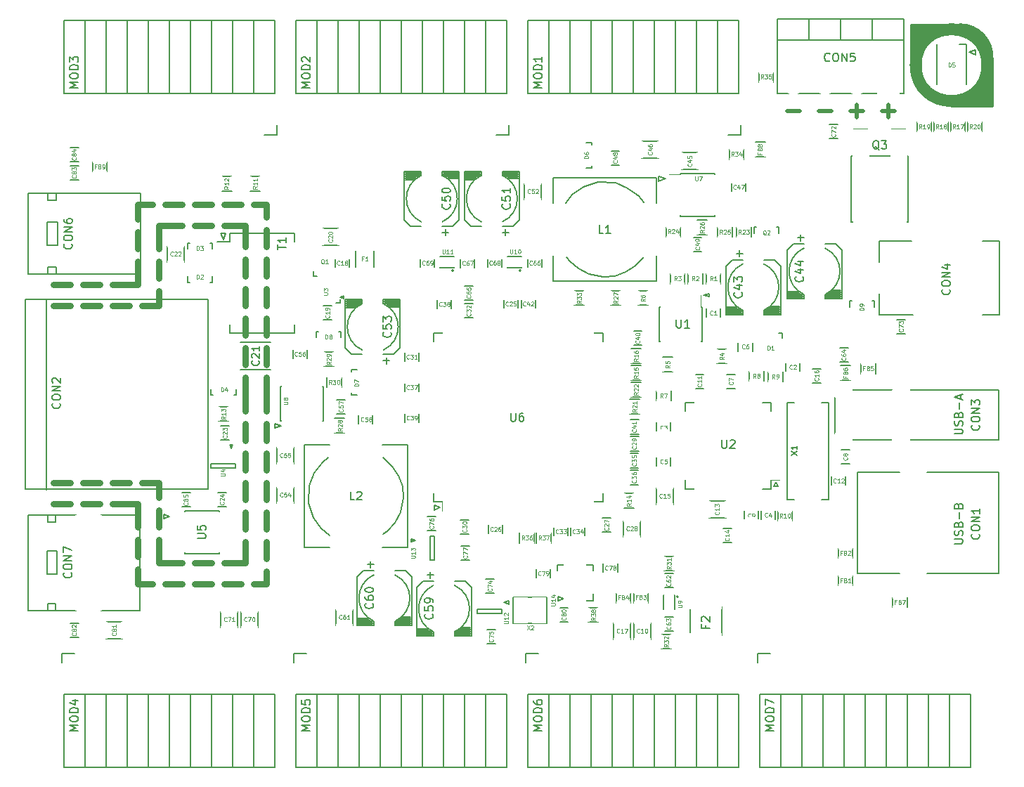
<source format=gto>
G04 #@! TF.FileFunction,Legend,Top*
%FSLAX46Y46*%
G04 Gerber Fmt 4.6, Leading zero omitted, Abs format (unit mm)*
G04 Created by KiCad (PCBNEW 4.0.0-rc2-1-stable) date Wednesday, December 30, 2015 'PMt' 03:12:14 PM*
%MOMM*%
G01*
G04 APERTURE LIST*
%ADD10C,0.100000*%
%ADD11C,0.800000*%
%ADD12C,0.400000*%
%ADD13C,0.500000*%
%ADD14C,1.400000*%
%ADD15C,0.150000*%
%ADD16C,0.200000*%
%ADD17C,0.125000*%
%ADD18R,1.460000X1.050000*%
%ADD19R,1.050000X1.460000*%
%ADD20R,0.646000X1.130000*%
%ADD21R,1.130000X0.646000*%
%ADD22R,1.650000X1.650000*%
%ADD23R,1.800000X1.600000*%
%ADD24R,1.950000X1.000000*%
%ADD25R,1.575000X1.575000*%
%ADD26R,1.000000X1.950000*%
%ADD27R,1.149300X0.798780*%
%ADD28R,4.400000X2.900000*%
%ADD29R,7.400000X4.400000*%
%ADD30C,3.100000*%
%ADD31C,2.800000*%
%ADD32R,2.800000X2.800000*%
%ADD33R,0.650000X1.850000*%
%ADD34R,1.850000X0.650000*%
%ADD35R,1.400000X0.650000*%
%ADD36R,0.650000X1.400000*%
%ADD37R,1.650000X1.400000*%
%ADD38R,0.798780X1.149300*%
%ADD39R,5.800040X3.300680*%
%ADD40R,1.200100X1.200100*%
%ADD41C,2.200000*%
%ADD42C,1.900000*%
%ADD43C,4.900000*%
%ADD44R,1.900000X1.000000*%
%ADD45R,1.100000X1.700000*%
%ADD46R,1.400000X2.000000*%
%ADD47R,1.700000X1.100000*%
%ADD48C,1.924000*%
%ADD49C,3.100020*%
%ADD50R,1.400000X1.650000*%
%ADD51C,3.200000*%
%ADD52C,3.000000*%
%ADD53C,3.600000*%
%ADD54R,2.000000X1.400000*%
%ADD55C,2.020000*%
%ADD56C,2.250000*%
%ADD57R,3.900000X2.000000*%
%ADD58R,2.051000X3.448000*%
%ADD59R,6.496000X6.496000*%
%ADD60R,2.500580X6.000700*%
%ADD61C,2.127200*%
%ADD62O,2.127200X2.127200*%
%ADD63R,2.127200X2.127200*%
%ADD64R,2.100000X1.300000*%
%ADD65R,1.400000X2.700000*%
%ADD66R,3.300680X5.800040*%
%ADD67R,1.260000X0.900000*%
%ADD68R,0.700000X0.950000*%
%ADD69R,0.900000X1.260000*%
%ADD70R,0.950000X0.700000*%
%ADD71R,2.000200X3.999180*%
G04 APERTURE END LIST*
D10*
D11*
X112014000Y-88392000D02*
X112014000Y-86360000D01*
X112014000Y-84359326D02*
X112014000Y-86391326D01*
X109474000Y-84359326D02*
X109474000Y-86391326D01*
X109474000Y-80803326D02*
X109474000Y-82835326D01*
X112014000Y-80803326D02*
X112014000Y-82835326D01*
X112014000Y-77247326D02*
X112014000Y-79279326D01*
X109474000Y-77247326D02*
X109474000Y-79279326D01*
X109474000Y-73691326D02*
X109474000Y-75723326D01*
X112014000Y-73691326D02*
X112014000Y-75723326D01*
X112014000Y-70135326D02*
X112014000Y-72167326D01*
X109474000Y-70135326D02*
X109474000Y-72167326D01*
X112014000Y-63531326D02*
X112014000Y-65055326D01*
X110490000Y-63500000D02*
X112014000Y-63500000D01*
X112014000Y-66579326D02*
X112014000Y-68611326D01*
X109474000Y-66040000D02*
X109474000Y-68611326D01*
X106934000Y-66040000D02*
X109474000Y-66040000D01*
X106934000Y-63500000D02*
X108966000Y-63500000D01*
X103378000Y-63500000D02*
X105410000Y-63500000D01*
X101854000Y-63500000D02*
X99822000Y-63500000D01*
X103378000Y-66040000D02*
X105410000Y-66040000D01*
X97028000Y-75692000D02*
X99060000Y-75692000D01*
X99060000Y-73945326D02*
X99060000Y-75692000D01*
X99060000Y-70389326D02*
X99060000Y-72421326D01*
X101854000Y-66040000D02*
X99060000Y-66040000D01*
X99060000Y-66040000D02*
X99060000Y-68865326D01*
X98298000Y-63500000D02*
X96520000Y-63500000D01*
X96520000Y-63531326D02*
X96520000Y-65309326D01*
X96520000Y-66833326D02*
X96520000Y-68865326D01*
X96520000Y-70389326D02*
X96520000Y-73152000D01*
X93472000Y-73152000D02*
X96520000Y-73152000D01*
X93472000Y-75692000D02*
X95504000Y-75692000D01*
X89916000Y-75692000D02*
X91948000Y-75692000D01*
X89916000Y-73152000D02*
X91948000Y-73152000D01*
X86360000Y-73152000D02*
X88392000Y-73152000D01*
X86360000Y-75692000D02*
X88392000Y-75692000D01*
X109474000Y-88392000D02*
X109474000Y-86360000D01*
X112014000Y-91948000D02*
X112014000Y-89916000D01*
X109474000Y-91948000D02*
X109474000Y-89916000D01*
X112014000Y-95504000D02*
X112014000Y-93472000D01*
X109474000Y-95504000D02*
X109474000Y-93472000D01*
X112014000Y-99060000D02*
X112014000Y-97028000D01*
X109474000Y-99060000D02*
X109474000Y-97028000D01*
X112014000Y-102616000D02*
X112014000Y-100584000D01*
X109474000Y-102616000D02*
X109474000Y-100584000D01*
X112014000Y-109220000D02*
X112014000Y-107696000D01*
X109474000Y-106680000D02*
X109474000Y-104140000D01*
X112014000Y-106172000D02*
X112014000Y-104140000D01*
X110490000Y-109220000D02*
X112014000Y-109220000D01*
X106934000Y-106680000D02*
X109474000Y-106680000D01*
X106934000Y-109220000D02*
X108966000Y-109220000D01*
X103378000Y-106680000D02*
X105410000Y-106680000D01*
X103378000Y-109220000D02*
X105410000Y-109220000D01*
X98298000Y-109220000D02*
X96520000Y-109220000D01*
X101854000Y-109220000D02*
X99822000Y-109220000D01*
X101854000Y-106680000D02*
X99060000Y-106680000D01*
X96520000Y-109220000D02*
X96520000Y-107442000D01*
X96520000Y-105918000D02*
X96520000Y-103886000D01*
X99060000Y-106680000D02*
X99060000Y-103886000D01*
X99060000Y-98806000D02*
X99060000Y-97028000D01*
X96520000Y-102362000D02*
X96520000Y-99568000D01*
X99060000Y-102362000D02*
X99060000Y-100330000D01*
X97028000Y-97028000D02*
X99060000Y-97028000D01*
X93472000Y-97028000D02*
X95504000Y-97028000D01*
X93472000Y-99568000D02*
X96520000Y-99568000D01*
X89916000Y-97028000D02*
X91948000Y-97028000D01*
X89916000Y-99568000D02*
X91948000Y-99568000D01*
X86360000Y-97028000D02*
X88392000Y-97028000D01*
X86360000Y-99568000D02*
X88392000Y-99568000D01*
D12*
X199390000Y-50038000D02*
X197358000Y-50038000D01*
X199390000Y-50292000D02*
X197358000Y-50292000D01*
X199390000Y-50546000D02*
X196596000Y-50546000D01*
X192024000Y-43180000D02*
X190500000Y-43180000D01*
X192024000Y-42926000D02*
X190500000Y-42926000D01*
X195580000Y-42672000D02*
X189738000Y-42672000D01*
X195580000Y-42418000D02*
X189738000Y-42418000D01*
X195580000Y-42164000D02*
X189738000Y-42164000D01*
X198628000Y-46736000D02*
X198628000Y-51562000D01*
X198882000Y-46736000D02*
X198882000Y-51562000D01*
X199136000Y-46736000D02*
X199136000Y-51562000D01*
X199390000Y-50800000D02*
X194564000Y-50800000D01*
X199390000Y-51054000D02*
X194564000Y-51054000D01*
X199390000Y-51308000D02*
X194564000Y-51308000D01*
X190754000Y-46736000D02*
X190754000Y-41910000D01*
X190500000Y-46736000D02*
X190500000Y-41910000D01*
X190246000Y-46736000D02*
X190246000Y-41910000D01*
X189992000Y-46736000D02*
X189992000Y-41910000D01*
X199390000Y-51562000D02*
X194564000Y-51562000D01*
X199390000Y-51562000D02*
X199384425Y-45926040D01*
X189738000Y-46736000D02*
X189738000Y-41910000D01*
X195580000Y-41910000D02*
X189738000Y-41910000D01*
D13*
X198882000Y-44196000D02*
X197104000Y-42418000D01*
D12*
X199384425Y-45926040D02*
G75*
G03X195580000Y-41910000I-3804425J206040D01*
G01*
D14*
X198882000Y-46736000D02*
G75*
G03X198882000Y-46736000I-4318000J0D01*
G01*
D15*
X129433500Y-104201000D02*
X130005000Y-104010500D01*
X129433500Y-103820000D02*
X129433500Y-104201000D01*
X130005000Y-104010500D02*
X129433500Y-103820000D01*
X132287000Y-103513000D02*
X131787000Y-103513000D01*
X132287000Y-106413000D02*
X132287000Y-103513000D01*
X131787000Y-106413000D02*
X132287000Y-106413000D01*
X131787000Y-103513000D02*
X131787000Y-106413000D01*
X141200482Y-111285642D02*
X140628982Y-111476142D01*
X141200482Y-111666642D02*
X141200482Y-111285642D01*
X140628982Y-111476142D02*
X141200482Y-111666642D01*
X140364482Y-112805642D02*
X140364482Y-112305642D01*
X137464482Y-112805642D02*
X140364482Y-112805642D01*
X137464482Y-112305642D02*
X137464482Y-112805642D01*
X140364482Y-112305642D02*
X137464482Y-112305642D01*
X147170642Y-111315018D02*
X147170642Y-110807018D01*
X147805642Y-111061018D02*
X147170642Y-111315018D01*
X147805642Y-111061018D02*
X147170642Y-110807018D01*
X147052642Y-106942518D02*
X147827642Y-106942518D01*
X151352642Y-111242518D02*
X150577642Y-111242518D01*
X151352642Y-106942518D02*
X150577642Y-106942518D01*
X151352642Y-111242518D02*
X151352642Y-110467518D01*
X151352642Y-106942518D02*
X151352642Y-107717518D01*
X147052642Y-106942518D02*
X147052642Y-107717518D01*
X145839000Y-114020500D02*
X141775000Y-114020500D01*
X141775000Y-114020500D02*
X141775000Y-110845500D01*
X141775000Y-110845500D02*
X145839000Y-110845500D01*
X145839000Y-110845500D02*
X145839000Y-114020500D01*
D16*
X159305500Y-60753500D02*
X160131000Y-60436000D01*
X159305500Y-60118500D02*
X159305500Y-60753500D01*
X160131000Y-60436000D02*
X159305500Y-60118500D01*
D15*
X161929500Y-59829500D02*
X161929500Y-59974500D01*
X166079500Y-59829500D02*
X166079500Y-59974500D01*
X166079500Y-64979500D02*
X166079500Y-64834500D01*
X161929500Y-64979500D02*
X161929500Y-64834500D01*
X161929500Y-59829500D02*
X166079500Y-59829500D01*
X161929500Y-64979500D02*
X166079500Y-64979500D01*
X161929500Y-59974500D02*
X160529500Y-59974500D01*
D16*
X165371000Y-74259200D02*
X164721000Y-74459200D01*
X165371000Y-74659200D02*
X165371000Y-74259200D01*
X164721000Y-74459200D02*
X165371000Y-74659200D01*
D15*
X164500000Y-75870000D02*
X164355000Y-75870000D01*
X164500000Y-80020000D02*
X164355000Y-80020000D01*
X159350000Y-80020000D02*
X159495000Y-80020000D01*
X159350000Y-75870000D02*
X159495000Y-75870000D01*
X164500000Y-75870000D02*
X164500000Y-80020000D01*
X159350000Y-75870000D02*
X159350000Y-80020000D01*
X164355000Y-75870000D02*
X164355000Y-74470000D01*
X121351040Y-74574400D02*
X120893840Y-74701400D01*
X121351040Y-74853800D02*
X121351040Y-74574400D01*
X120893840Y-74701400D02*
X121351040Y-74853800D01*
X120385840Y-75387200D02*
X120944640Y-75387200D01*
X120944640Y-75387200D02*
X120944640Y-74930000D01*
D16*
X99695000Y-101346000D02*
X100330000Y-101092000D01*
X99695000Y-100838000D02*
X99695000Y-101346000D01*
X100330000Y-101092000D02*
X99695000Y-100838000D01*
D15*
X102192000Y-100422000D02*
X102192000Y-100567000D01*
X106342000Y-100422000D02*
X106342000Y-100567000D01*
X106342000Y-105572000D02*
X106342000Y-105427000D01*
X102192000Y-105572000D02*
X102192000Y-105427000D01*
X102192000Y-100422000D02*
X106342000Y-100422000D01*
X102192000Y-105572000D02*
X106342000Y-105572000D01*
D16*
X107645200Y-92456000D02*
X107823000Y-92938600D01*
X108000800Y-92456000D02*
X107645200Y-92456000D01*
X107823000Y-92938600D02*
X108000800Y-92456000D01*
D15*
X108257000Y-95246000D02*
X108257000Y-94746000D01*
X105357000Y-95246000D02*
X108257000Y-95246000D01*
X105357000Y-94746000D02*
X105357000Y-95246000D01*
X108257000Y-94746000D02*
X105357000Y-94746000D01*
D16*
X113030000Y-90457000D02*
X113792000Y-90203000D01*
X113030000Y-89949000D02*
X113030000Y-90457000D01*
X113792000Y-90203000D02*
X113030000Y-89949000D01*
D15*
X113757000Y-89611000D02*
X113902000Y-89611000D01*
X113757000Y-85461000D02*
X113902000Y-85461000D01*
X118907000Y-85461000D02*
X118762000Y-85461000D01*
X118907000Y-89611000D02*
X118762000Y-89611000D01*
X113757000Y-89611000D02*
X113757000Y-85461000D01*
X118907000Y-89611000D02*
X118907000Y-85461000D01*
D16*
X185818560Y-67973180D02*
X189755560Y-67973180D01*
X185818560Y-70513180D02*
X185818560Y-67973180D01*
X185818560Y-76863180D02*
X185818560Y-74323180D01*
X189882560Y-76863180D02*
X185818560Y-76863180D01*
X200296560Y-67973180D02*
X198264560Y-67973180D01*
X200296560Y-76863180D02*
X200296560Y-67973180D01*
X198264560Y-76863180D02*
X200296560Y-76863180D01*
D15*
X185039000Y-43735000D02*
X185039000Y-41195000D01*
X181229000Y-43735000D02*
X181229000Y-41195000D01*
X177419000Y-43735000D02*
X177419000Y-41195000D01*
X188849000Y-43735000D02*
X173609000Y-43735000D01*
X188844000Y-41195000D02*
X173604000Y-41195000D01*
X188844000Y-50195000D02*
X188844000Y-41195000D01*
X173609000Y-41195000D02*
X173609000Y-50195000D01*
X173609000Y-50195000D02*
X188849000Y-50195000D01*
D16*
X132224821Y-100351259D02*
X132924821Y-100051259D01*
X132224821Y-99751259D02*
X132224821Y-100351259D01*
X132924821Y-100051259D02*
X132224821Y-99751259D01*
D15*
X132199821Y-99376259D02*
X133274821Y-99376259D01*
X132199821Y-79026259D02*
X133274821Y-79026259D01*
X152549821Y-79026259D02*
X151474821Y-79026259D01*
X152549821Y-99376259D02*
X151474821Y-99376259D01*
X132199821Y-99376259D02*
X132199821Y-98301259D01*
X152549821Y-99376259D02*
X152549821Y-98301259D01*
X152549821Y-79026259D02*
X152549821Y-80101259D01*
X132199821Y-79026259D02*
X132199821Y-80101259D01*
X133274821Y-99376259D02*
X133274821Y-100476259D01*
D16*
X173407560Y-97011180D02*
X173657560Y-97511180D01*
X173157560Y-97511180D02*
X173407560Y-97011180D01*
X173657560Y-97511180D02*
X173157560Y-97511180D01*
D15*
X172832560Y-97786180D02*
X172832560Y-96711180D01*
X162482560Y-97786180D02*
X162482560Y-96711180D01*
X162482560Y-87436180D02*
X162482560Y-88511180D01*
X172832560Y-87436180D02*
X172832560Y-88511180D01*
X172832560Y-97786180D02*
X171757560Y-97786180D01*
X172832560Y-87436180D02*
X171757560Y-87436180D01*
X162482560Y-87436180D02*
X163557560Y-87436180D01*
X162482560Y-97786180D02*
X163557560Y-97786180D01*
X172832560Y-96711180D02*
X173857560Y-96711180D01*
X159043000Y-94004000D02*
X159043000Y-95004000D01*
X160743000Y-95004000D02*
X160743000Y-94004000D01*
X170572800Y-81186400D02*
X170572800Y-80186400D01*
X168872800Y-80186400D02*
X168872800Y-81186400D01*
X117683280Y-71579740D02*
X117683280Y-72189340D01*
X117683280Y-72189340D02*
X118115080Y-72199500D01*
X119509540Y-93977460D02*
X118808500Y-94576900D01*
X118808500Y-94576900D02*
X117807740Y-95877380D01*
X117807740Y-95877380D02*
X117208300Y-97375980D01*
X117208300Y-97375980D02*
X117109240Y-99476560D01*
X117109240Y-99476560D02*
X117708680Y-101277420D01*
X117708680Y-101277420D02*
X118607840Y-102575360D01*
X118607840Y-102575360D02*
X119608600Y-103375460D01*
X126108460Y-103276400D02*
X126608840Y-102877620D01*
X126608840Y-102877620D02*
X127508000Y-101876860D01*
X127508000Y-101876860D02*
X128209040Y-100576380D01*
X128209040Y-100576380D02*
X128508760Y-98877120D01*
X128508760Y-98877120D02*
X128409700Y-97477580D01*
X128409700Y-97477580D02*
X127909320Y-96177100D01*
X127909320Y-96177100D02*
X127208280Y-95077280D01*
X127208280Y-95077280D02*
X126108460Y-93977460D01*
X126009400Y-104876600D02*
X129009140Y-104876600D01*
X119608600Y-92476320D02*
X116608860Y-92476320D01*
X116608860Y-104876600D02*
X119608600Y-104876600D01*
X129009140Y-92476320D02*
X126009400Y-92476320D01*
X129009140Y-104876600D02*
X129009140Y-92476320D01*
X116608860Y-92476320D02*
X116608860Y-104876600D01*
X120806160Y-78833980D02*
X120757900Y-78833980D01*
X118007180Y-79535020D02*
X118007180Y-78833980D01*
X118007180Y-78833980D02*
X118256100Y-78833980D01*
X120806160Y-78833980D02*
X121006820Y-78833980D01*
X121006820Y-78833980D02*
X121006820Y-79535020D01*
X105312160Y-68165980D02*
X105263900Y-68165980D01*
X102513180Y-68867020D02*
X102513180Y-68165980D01*
X102513180Y-68165980D02*
X102762100Y-68165980D01*
X105312160Y-68165980D02*
X105512820Y-68165980D01*
X105512820Y-68165980D02*
X105512820Y-68867020D01*
X85648560Y-68456000D02*
X85648560Y-65656000D01*
X85648560Y-65656000D02*
X86848560Y-65656000D01*
X86848560Y-65656000D02*
X86848560Y-68456000D01*
X86848560Y-68456000D02*
X85648560Y-68456000D01*
X85698560Y-62206000D02*
X85698560Y-63056000D01*
X85698560Y-63056000D02*
X86698560Y-63056000D01*
X86698560Y-63056000D02*
X86698560Y-62206000D01*
X85698560Y-71906000D02*
X85698560Y-71056000D01*
X85698560Y-71056000D02*
X86698560Y-71056000D01*
X86698560Y-71056000D02*
X86698560Y-71906000D01*
X96848560Y-71906000D02*
X96848560Y-62206000D01*
X96848560Y-62206000D02*
X83348560Y-62206000D01*
X83348560Y-71906000D02*
X96848560Y-71906000D01*
X83348560Y-71906000D02*
X83348560Y-62206000D01*
X85612000Y-108080000D02*
X85612000Y-105280000D01*
X85612000Y-105280000D02*
X86812000Y-105280000D01*
X86812000Y-105280000D02*
X86812000Y-108080000D01*
X86812000Y-108080000D02*
X85612000Y-108080000D01*
X85662000Y-100946000D02*
X85662000Y-101796000D01*
X85662000Y-101796000D02*
X86662000Y-101796000D01*
X86662000Y-101796000D02*
X86662000Y-100946000D01*
X85662000Y-112432000D02*
X85662000Y-111582000D01*
X85662000Y-111582000D02*
X86662000Y-111582000D01*
X86662000Y-111582000D02*
X86662000Y-112432000D01*
X96812000Y-112390000D02*
X96812000Y-100970000D01*
X96812000Y-100946000D02*
X83312000Y-100946000D01*
X83312000Y-112432000D02*
X96812000Y-112432000D01*
X83312000Y-112390000D02*
X83312000Y-100970000D01*
D16*
X106553000Y-66979800D02*
X106832400Y-67792600D01*
X107111800Y-66979800D02*
X106553000Y-66979800D01*
X106832400Y-67792600D02*
X107111800Y-66979800D01*
D15*
X107631000Y-67025000D02*
X107631000Y-68055000D01*
X115381000Y-67025000D02*
X115381000Y-68055000D01*
X115381000Y-79025000D02*
X115381000Y-77995000D01*
X107631000Y-79025000D02*
X107631000Y-77995000D01*
X107631000Y-67025000D02*
X115381000Y-67025000D01*
X107631000Y-79025000D02*
X115381000Y-79025000D01*
X107631000Y-68055000D02*
X106106000Y-68055000D01*
D16*
X197414000Y-44866000D02*
X196714000Y-45166000D01*
X197414000Y-45466000D02*
X197414000Y-44866000D01*
X196714000Y-45166000D02*
X197414000Y-45466000D01*
D15*
X196364000Y-44186000D02*
X195464000Y-44186000D01*
X192764000Y-44186000D02*
X192764000Y-49086000D01*
X196364000Y-49086000D02*
X196364000Y-44186000D01*
X120761000Y-66412000D02*
X118761000Y-66412000D01*
X118761000Y-68462000D02*
X120761000Y-68462000D01*
X182675500Y-108241500D02*
X182675500Y-109441500D01*
X180925500Y-109441500D02*
X180925500Y-108241500D01*
X146245821Y-108466000D02*
X146245821Y-107466000D01*
X144545821Y-107466000D02*
X144545821Y-108466000D01*
X191636560Y-107984180D02*
X200272560Y-107984180D01*
X183254560Y-107984180D02*
X188334560Y-107984180D01*
X191636560Y-95792180D02*
X200272560Y-95792180D01*
X183254560Y-95792180D02*
X188334560Y-95792180D01*
X200272560Y-95792180D02*
X200272560Y-107984180D01*
X183254560Y-107984180D02*
X183254560Y-95792180D01*
X182284500Y-93066500D02*
X181284500Y-93066500D01*
X181284500Y-94766500D02*
X182284500Y-94766500D01*
X104988560Y-97818180D02*
X104988560Y-74958180D01*
X85488560Y-97818180D02*
X104988560Y-97818180D01*
X82948560Y-74958180D02*
X85488560Y-74958180D01*
X82948560Y-97818180D02*
X82948560Y-74958180D01*
X85488560Y-97818180D02*
X82948560Y-97818180D01*
X85488560Y-97888180D02*
X85488560Y-74888180D01*
X85488560Y-74958180D02*
X104988560Y-74958180D01*
X176300500Y-83637500D02*
X176300500Y-82637500D01*
X174600500Y-82637500D02*
X174600500Y-83637500D01*
X160743000Y-90813000D02*
X160743000Y-89813000D01*
X159043000Y-89813000D02*
X159043000Y-90813000D01*
X171616000Y-100474400D02*
X171616000Y-101474400D01*
X173316000Y-101474400D02*
X173316000Y-100474400D01*
X168505000Y-83986000D02*
X167505000Y-83986000D01*
X167505000Y-85686000D02*
X168505000Y-85686000D01*
X169584000Y-100417500D02*
X169584000Y-101417500D01*
X171284000Y-101417500D02*
X171284000Y-100417500D01*
X158314500Y-115911000D02*
X158314500Y-113911000D01*
X156264500Y-113911000D02*
X156264500Y-115911000D01*
X163727000Y-85686000D02*
X164727000Y-85686000D01*
X164727000Y-83986000D02*
X163727000Y-83986000D01*
X180125000Y-96321500D02*
X180125000Y-97321500D01*
X181825000Y-97321500D02*
X181825000Y-96321500D01*
X167371400Y-99241500D02*
X165371400Y-99241500D01*
X165371400Y-101291500D02*
X167371400Y-101291500D01*
X167047800Y-104253400D02*
X168047800Y-104253400D01*
X168047800Y-102553400D02*
X167047800Y-102553400D01*
X158995000Y-97677600D02*
X158995000Y-99677600D01*
X161045000Y-99677600D02*
X161045000Y-97677600D01*
X177824000Y-85002200D02*
X178824000Y-85002200D01*
X178824000Y-83302200D02*
X177824000Y-83302200D01*
X155914200Y-115911000D02*
X155914200Y-113911000D01*
X153864200Y-113911000D02*
X153864200Y-115911000D01*
X100067000Y-68493000D02*
X100067000Y-70493000D01*
X102117000Y-70493000D02*
X102117000Y-68493000D01*
X107545000Y-90209000D02*
X106545000Y-90209000D01*
X106545000Y-91909000D02*
X107545000Y-91909000D01*
X122008000Y-71096000D02*
X122008000Y-70096000D01*
X120308000Y-70096000D02*
X120308000Y-71096000D01*
X142328000Y-76017500D02*
X142328000Y-75017500D01*
X140628000Y-75017500D02*
X140628000Y-76017500D01*
X140473800Y-103157400D02*
X140473800Y-102157400D01*
X138773800Y-102157400D02*
X138773800Y-103157400D01*
X155854560Y-93207180D02*
X156854560Y-93207180D01*
X156854560Y-91507180D02*
X155854560Y-91507180D01*
X136406000Y-101512000D02*
X135406000Y-101512000D01*
X135406000Y-103212000D02*
X136406000Y-103212000D01*
X153500200Y-101308800D02*
X152500200Y-101308800D01*
X152500200Y-103008800D02*
X153500200Y-103008800D01*
X157057200Y-103614600D02*
X157057200Y-101614600D01*
X155007200Y-101614600D02*
X155007200Y-103614600D01*
X130390000Y-82399000D02*
X130390000Y-81399000D01*
X128690000Y-81399000D02*
X128690000Y-82399000D01*
X136914000Y-75477000D02*
X135914000Y-75477000D01*
X135914000Y-77177000D02*
X136914000Y-77177000D01*
X146673200Y-102436800D02*
X146673200Y-103436800D01*
X148373200Y-103436800D02*
X148373200Y-102436800D01*
X148705200Y-102436800D02*
X148705200Y-103436800D01*
X150405200Y-103436800D02*
X150405200Y-102436800D01*
X155838560Y-95239180D02*
X156838560Y-95239180D01*
X156838560Y-93539180D02*
X155838560Y-93539180D01*
X155838560Y-97271180D02*
X156838560Y-97271180D01*
X156838560Y-95571180D02*
X155838560Y-95571180D01*
X130390000Y-86082000D02*
X130390000Y-85082000D01*
X128690000Y-85082000D02*
X128690000Y-86082000D01*
X134327000Y-76049000D02*
X134327000Y-75049000D01*
X132627000Y-75049000D02*
X132627000Y-76049000D01*
X130407560Y-89765000D02*
X130407560Y-88765000D01*
X128707560Y-88765000D02*
X128707560Y-89765000D01*
X156265500Y-80479000D02*
X157265500Y-80479000D01*
X157265500Y-78779000D02*
X156265500Y-78779000D01*
X155854560Y-91175180D02*
X156854560Y-91175180D01*
X156854560Y-89475180D02*
X155854560Y-89475180D01*
X144423500Y-76017500D02*
X144423500Y-75017500D01*
X142723500Y-75017500D02*
X142723500Y-76017500D01*
X169760000Y-61952000D02*
X169760000Y-60952000D01*
X168060000Y-60952000D02*
X168060000Y-61952000D01*
X154567000Y-57062000D02*
X153567000Y-57062000D01*
X153567000Y-58762000D02*
X154567000Y-58762000D01*
X163473000Y-69176000D02*
X164473000Y-69176000D01*
X164473000Y-67476000D02*
X163473000Y-67476000D01*
X115228000Y-81050000D02*
X115228000Y-82050000D01*
X116928000Y-82050000D02*
X116928000Y-81050000D01*
X121531000Y-87034000D02*
X120531000Y-87034000D01*
X120531000Y-88734000D02*
X121531000Y-88734000D01*
X124802000Y-89924000D02*
X124802000Y-88924000D01*
X123102000Y-88924000D02*
X123102000Y-89924000D01*
X160012000Y-109714400D02*
X161012000Y-109714400D01*
X161012000Y-108014400D02*
X160012000Y-108014400D01*
X161012000Y-113221400D02*
X160012000Y-113221400D01*
X160012000Y-114921400D02*
X161012000Y-114921400D01*
X182094000Y-80811000D02*
X181094000Y-80811000D01*
X181094000Y-82511000D02*
X182094000Y-82511000D01*
X136914000Y-73318000D02*
X135914000Y-73318000D01*
X135914000Y-75018000D02*
X136914000Y-75018000D01*
X143498200Y-70096000D02*
X143498200Y-71096000D01*
X145198200Y-71096000D02*
X145198200Y-70096000D01*
X135421000Y-70112000D02*
X135421000Y-71112000D01*
X137121000Y-71112000D02*
X137121000Y-70112000D01*
X140372200Y-71096000D02*
X140372200Y-70096000D01*
X138672200Y-70096000D02*
X138672200Y-71096000D01*
X132295000Y-71096000D02*
X132295000Y-70096000D01*
X130595000Y-70096000D02*
X130595000Y-71096000D01*
X108957000Y-112514000D02*
X108957000Y-114514000D01*
X111007000Y-114514000D02*
X111007000Y-112514000D01*
X106544000Y-112514000D02*
X106544000Y-114514000D01*
X108594000Y-114514000D02*
X108594000Y-112514000D01*
X180856000Y-53887000D02*
X179856000Y-53887000D01*
X179856000Y-55587000D02*
X180856000Y-55587000D01*
X188984000Y-77382000D02*
X187984000Y-77382000D01*
X187984000Y-79082000D02*
X188984000Y-79082000D01*
X138464482Y-110357642D02*
X139464482Y-110357642D01*
X139464482Y-108657642D02*
X138464482Y-108657642D01*
X138607482Y-116453642D02*
X139607482Y-116453642D01*
X139607482Y-114753642D02*
X138607482Y-114753642D01*
X131437000Y-102831000D02*
X132437000Y-102831000D01*
X132437000Y-101131000D02*
X131437000Y-101131000D01*
X136501000Y-104687000D02*
X135501000Y-104687000D01*
X135501000Y-106387000D02*
X136501000Y-106387000D01*
X152616800Y-106831000D02*
X152616800Y-107831000D01*
X154316800Y-107831000D02*
X154316800Y-106831000D01*
X147375500Y-113816500D02*
X148375500Y-113816500D01*
X148375500Y-112116500D02*
X147375500Y-112116500D01*
X89384000Y-113958000D02*
X88384000Y-113958000D01*
X88384000Y-115658000D02*
X89384000Y-115658000D01*
X89384000Y-58840000D02*
X88384000Y-58840000D01*
X88384000Y-60540000D02*
X89384000Y-60540000D01*
X88384000Y-58381000D02*
X89384000Y-58381000D01*
X89384000Y-56681000D02*
X88384000Y-56681000D01*
X189606560Y-91900000D02*
X200286560Y-91900000D01*
X189606560Y-85900000D02*
X200286560Y-85900000D01*
X200286560Y-85900000D02*
X200286560Y-91900000D01*
X187426560Y-85900000D02*
X182606560Y-85900000D01*
X180513060Y-91100000D02*
X180513060Y-86700000D01*
X187426560Y-91900000D02*
X182606560Y-91900000D01*
X105573840Y-86502240D02*
X105622100Y-86502240D01*
X108372820Y-85801200D02*
X108372820Y-86502240D01*
X108372820Y-86502240D02*
X108123900Y-86502240D01*
X105573840Y-86502240D02*
X105373180Y-86502240D01*
X105373180Y-86502240D02*
X105373180Y-85801200D01*
X102713840Y-72898000D02*
X102762100Y-72898000D01*
X105512820Y-72196960D02*
X105512820Y-72898000D01*
X105512820Y-72898000D02*
X105263900Y-72898000D01*
X102713840Y-72898000D02*
X102513180Y-72898000D01*
X102513180Y-72898000D02*
X102513180Y-72196960D01*
X151257000Y-58896160D02*
X151257000Y-58847900D01*
X150555960Y-56097180D02*
X151257000Y-56097180D01*
X151257000Y-56097180D02*
X151257000Y-56346100D01*
X151257000Y-58896160D02*
X151257000Y-59096820D01*
X151257000Y-59096820D02*
X150555960Y-59096820D01*
X122267980Y-83663840D02*
X122267980Y-83712100D01*
X122969020Y-86462820D02*
X122267980Y-86462820D01*
X122267980Y-86462820D02*
X122267980Y-86213900D01*
X122267980Y-83663840D02*
X122267980Y-83463180D01*
X122267980Y-83463180D02*
X122969020Y-83463180D01*
X185068160Y-75150980D02*
X185019900Y-75150980D01*
X182269180Y-75852020D02*
X182269180Y-75150980D01*
X182269180Y-75150980D02*
X182518100Y-75150980D01*
X185068160Y-75150980D02*
X185268820Y-75150980D01*
X185268820Y-75150980D02*
X185268820Y-75852020D01*
X166852600Y-115455700D02*
X166852600Y-112001300D01*
X163093400Y-115455700D02*
X163093400Y-112001300D01*
X182675500Y-104937000D02*
X182675500Y-106137000D01*
X180925500Y-106137000D02*
X180925500Y-104937000D01*
X156274800Y-111511600D02*
X156274800Y-110311600D01*
X158024800Y-110311600D02*
X158024800Y-111511600D01*
X154166600Y-111511600D02*
X154166600Y-110311600D01*
X155916600Y-110311600D02*
X155916600Y-111511600D01*
X183656000Y-83896800D02*
X183656000Y-82696800D01*
X185406000Y-82696800D02*
X185406000Y-83896800D01*
X182398000Y-84695000D02*
X181198000Y-84695000D01*
X181198000Y-82945000D02*
X182398000Y-82945000D01*
X91073000Y-59589000D02*
X91073000Y-58389000D01*
X92823000Y-58389000D02*
X92823000Y-59589000D01*
X173572160Y-66260980D02*
X173523900Y-66260980D01*
X170773180Y-66962020D02*
X170773180Y-66260980D01*
X170773180Y-66260980D02*
X171022100Y-66260980D01*
X173572160Y-66260980D02*
X173772820Y-66260980D01*
X173772820Y-66260980D02*
X173772820Y-66962020D01*
X184531000Y-57658000D02*
X184531000Y-54483000D01*
X184531000Y-54483000D02*
X182753000Y-54483000D01*
X182753000Y-54483000D02*
X182753000Y-57658000D01*
X189103000Y-57658000D02*
X189103000Y-54483000D01*
X189103000Y-54483000D02*
X187325000Y-54483000D01*
X187325000Y-54483000D02*
X187325000Y-57658000D01*
X182499000Y-63754000D02*
X182499000Y-57658000D01*
X182499000Y-57658000D02*
X189357000Y-57658000D01*
X189357000Y-57658000D02*
X189357000Y-65532000D01*
X189357000Y-65659000D02*
X182499000Y-65659000D01*
X182499000Y-65532000D02*
X182499000Y-63754000D01*
X166737000Y-71856000D02*
X166737000Y-73056000D01*
X164987000Y-73056000D02*
X164987000Y-71856000D01*
X164578000Y-71856000D02*
X164578000Y-73056000D01*
X162828000Y-73056000D02*
X162828000Y-71856000D01*
X162419000Y-71856000D02*
X162419000Y-73056000D01*
X160669000Y-73056000D02*
X160669000Y-71856000D01*
X167493200Y-82688400D02*
X166293200Y-82688400D01*
X166293200Y-80938400D02*
X167493200Y-80938400D01*
X161001000Y-83679000D02*
X159801000Y-83679000D01*
X159801000Y-81929000D02*
X161001000Y-81929000D01*
X158014000Y-75678000D02*
X156814000Y-75678000D01*
X156814000Y-73928000D02*
X158014000Y-73928000D01*
X159018000Y-87148000D02*
X159018000Y-85948000D01*
X160768000Y-85948000D02*
X160768000Y-87148000D01*
X170194000Y-84801000D02*
X170194000Y-83601000D01*
X171944000Y-83601000D02*
X171944000Y-84801000D01*
X172480000Y-84862000D02*
X172480000Y-83662000D01*
X174230000Y-83662000D02*
X174230000Y-84862000D01*
X175373000Y-100426000D02*
X175373000Y-101626000D01*
X173623000Y-101626000D02*
X173623000Y-100426000D01*
X106268000Y-87898000D02*
X107468000Y-87898000D01*
X107468000Y-89648000D02*
X106268000Y-89648000D01*
X155102000Y-98337400D02*
X156302000Y-98337400D01*
X156302000Y-100087400D02*
X155102000Y-100087400D01*
X157188500Y-84695000D02*
X155988500Y-84695000D01*
X155988500Y-82945000D02*
X157188500Y-82945000D01*
X155988500Y-80913000D02*
X157188500Y-80913000D01*
X157188500Y-82663000D02*
X155988500Y-82663000D01*
X156998000Y-88759000D02*
X155798000Y-88759000D01*
X155798000Y-87009000D02*
X156998000Y-87009000D01*
X157188500Y-86727000D02*
X155988500Y-86727000D01*
X155988500Y-84977000D02*
X157188500Y-84977000D01*
X170420000Y-66263000D02*
X170420000Y-67463000D01*
X168670000Y-67463000D02*
X168670000Y-66263000D01*
X161911000Y-66263000D02*
X161911000Y-67463000D01*
X160161000Y-67463000D02*
X160161000Y-66263000D01*
X166384000Y-67463000D02*
X166384000Y-66263000D01*
X168134000Y-66263000D02*
X168134000Y-67463000D01*
X165131000Y-67169000D02*
X163931000Y-67169000D01*
X163931000Y-65419000D02*
X165131000Y-65419000D01*
X153517000Y-73928000D02*
X154717000Y-73928000D01*
X154717000Y-75678000D02*
X153517000Y-75678000D01*
X120243000Y-89295000D02*
X121443000Y-89295000D01*
X121443000Y-91045000D02*
X120243000Y-91045000D01*
X120168000Y-83044000D02*
X118968000Y-83044000D01*
X118968000Y-81294000D02*
X120168000Y-81294000D01*
X121080500Y-84360500D02*
X121080500Y-85560500D01*
X119330500Y-85560500D02*
X119330500Y-84360500D01*
X161128000Y-107656600D02*
X159928000Y-107656600D01*
X159928000Y-105906600D02*
X161128000Y-105906600D01*
X159613000Y-115330000D02*
X160813000Y-115330000D01*
X160813000Y-117080000D02*
X159613000Y-117080000D01*
X149130500Y-73928000D02*
X150330500Y-73928000D01*
X150330500Y-75678000D02*
X149130500Y-75678000D01*
X167781000Y-58070000D02*
X167781000Y-56870000D01*
X169531000Y-56870000D02*
X169531000Y-58070000D01*
X171337000Y-48799000D02*
X171337000Y-47599000D01*
X173087000Y-47599000D02*
X173087000Y-48799000D01*
X144283400Y-103098000D02*
X144283400Y-104298000D01*
X142533400Y-104298000D02*
X142533400Y-103098000D01*
X146315400Y-103098000D02*
X146315400Y-104298000D01*
X144565400Y-104298000D02*
X144565400Y-103098000D01*
X150781500Y-112091500D02*
X151981500Y-112091500D01*
X151981500Y-113841500D02*
X150781500Y-113841500D01*
X179791360Y-99090480D02*
X179791360Y-87391240D01*
X174792640Y-87391240D02*
X174792640Y-99090480D01*
X179791360Y-87391240D02*
X178943000Y-87391240D01*
X174792640Y-87391240D02*
X175641000Y-87391240D01*
X179791360Y-99090480D02*
X178943000Y-99090480D01*
X174792640Y-99090480D02*
X175641000Y-99090480D01*
X166712000Y-77097000D02*
X166712000Y-76097000D01*
X165012000Y-76097000D02*
X165012000Y-77097000D01*
X196201000Y-53563000D02*
X196201000Y-54763000D01*
X194451000Y-54763000D02*
X194451000Y-53563000D01*
X194169000Y-53563000D02*
X194169000Y-54763000D01*
X192419000Y-54763000D02*
X192419000Y-53563000D01*
X192137000Y-53563000D02*
X192137000Y-54763000D01*
X190387000Y-54763000D02*
X190387000Y-53563000D01*
X151130000Y-41335000D02*
X151130000Y-50165000D01*
X153670000Y-41335000D02*
X151130000Y-41335000D01*
X153670000Y-50165000D02*
X151130000Y-50165000D01*
X151130000Y-50165000D02*
X151130000Y-41335000D01*
X148590000Y-50165000D02*
X148590000Y-41335000D01*
X151130000Y-50165000D02*
X148590000Y-50165000D01*
X151130000Y-41335000D02*
X148590000Y-41335000D01*
X148590000Y-41335000D02*
X148590000Y-50165000D01*
X146050000Y-41335000D02*
X146050000Y-50165000D01*
X148590000Y-41335000D02*
X146050000Y-41335000D01*
X148590000Y-50165000D02*
X146050000Y-50165000D01*
X146050000Y-50165000D02*
X146050000Y-41335000D01*
X143510000Y-50165000D02*
X143510000Y-41335000D01*
X146050000Y-50165000D02*
X143510000Y-50165000D01*
X146050000Y-41335000D02*
X143510000Y-41335000D01*
X143510000Y-41335000D02*
X143510000Y-50165000D01*
X153670000Y-41335000D02*
X153670000Y-50165000D01*
X156210000Y-41335000D02*
X153670000Y-41335000D01*
X156210000Y-50165000D02*
X153670000Y-50165000D01*
X153670000Y-50165000D02*
X153670000Y-41335000D01*
X156210000Y-50165000D02*
X156210000Y-41335000D01*
X158750000Y-50165000D02*
X156210000Y-50165000D01*
X158750000Y-41335000D02*
X156210000Y-41335000D01*
X156210000Y-41335000D02*
X156210000Y-50165000D01*
X158750000Y-41335000D02*
X158750000Y-50165000D01*
X161290000Y-41335000D02*
X158750000Y-41335000D01*
X161290000Y-50165000D02*
X158750000Y-50165000D01*
X158750000Y-50165000D02*
X158750000Y-41335000D01*
X161290000Y-50165000D02*
X161290000Y-41335000D01*
X163830000Y-50165000D02*
X161290000Y-50165000D01*
X163830000Y-41335000D02*
X161290000Y-41335000D01*
X161290000Y-41335000D02*
X161290000Y-50165000D01*
X163830000Y-41335000D02*
X163830000Y-50165000D01*
X166370000Y-41335000D02*
X163830000Y-41335000D01*
X166370000Y-50165000D02*
X163830000Y-50165000D01*
X163830000Y-50165000D02*
X163830000Y-41335000D01*
X166370000Y-50165000D02*
X166370000Y-41335000D01*
X168910000Y-50165000D02*
X166370000Y-50165000D01*
X167640000Y-55125000D02*
X169190000Y-55125000D01*
X169190000Y-55125000D02*
X169190000Y-53975000D01*
X168910000Y-50165000D02*
X168910000Y-41335000D01*
X168910000Y-41335000D02*
X166370000Y-41335000D01*
X166370000Y-41335000D02*
X166370000Y-50165000D01*
X123190000Y-41335000D02*
X123190000Y-50165000D01*
X125730000Y-41335000D02*
X123190000Y-41335000D01*
X125730000Y-50165000D02*
X123190000Y-50165000D01*
X123190000Y-50165000D02*
X123190000Y-41335000D01*
X120650000Y-50165000D02*
X120650000Y-41335000D01*
X123190000Y-50165000D02*
X120650000Y-50165000D01*
X123190000Y-41335000D02*
X120650000Y-41335000D01*
X120650000Y-41335000D02*
X120650000Y-50165000D01*
X118110000Y-41335000D02*
X118110000Y-50165000D01*
X120650000Y-41335000D02*
X118110000Y-41335000D01*
X120650000Y-50165000D02*
X118110000Y-50165000D01*
X118110000Y-50165000D02*
X118110000Y-41335000D01*
X115570000Y-50165000D02*
X115570000Y-41335000D01*
X118110000Y-50165000D02*
X115570000Y-50165000D01*
X118110000Y-41335000D02*
X115570000Y-41335000D01*
X115570000Y-41335000D02*
X115570000Y-50165000D01*
X125730000Y-41335000D02*
X125730000Y-50165000D01*
X128270000Y-41335000D02*
X125730000Y-41335000D01*
X128270000Y-50165000D02*
X125730000Y-50165000D01*
X125730000Y-50165000D02*
X125730000Y-41335000D01*
X128270000Y-50165000D02*
X128270000Y-41335000D01*
X130810000Y-50165000D02*
X128270000Y-50165000D01*
X130810000Y-41335000D02*
X128270000Y-41335000D01*
X128270000Y-41335000D02*
X128270000Y-50165000D01*
X130810000Y-41335000D02*
X130810000Y-50165000D01*
X133350000Y-41335000D02*
X130810000Y-41335000D01*
X133350000Y-50165000D02*
X130810000Y-50165000D01*
X130810000Y-50165000D02*
X130810000Y-41335000D01*
X133350000Y-50165000D02*
X133350000Y-41335000D01*
X135890000Y-50165000D02*
X133350000Y-50165000D01*
X135890000Y-41335000D02*
X133350000Y-41335000D01*
X133350000Y-41335000D02*
X133350000Y-50165000D01*
X135890000Y-41335000D02*
X135890000Y-50165000D01*
X138430000Y-41335000D02*
X135890000Y-41335000D01*
X138430000Y-50165000D02*
X135890000Y-50165000D01*
X135890000Y-50165000D02*
X135890000Y-41335000D01*
X138430000Y-50165000D02*
X138430000Y-41335000D01*
X140970000Y-50165000D02*
X138430000Y-50165000D01*
X139700000Y-55125000D02*
X141250000Y-55125000D01*
X141250000Y-55125000D02*
X141250000Y-53975000D01*
X140970000Y-50165000D02*
X140970000Y-41335000D01*
X140970000Y-41335000D02*
X138430000Y-41335000D01*
X138430000Y-41335000D02*
X138430000Y-50165000D01*
X95250000Y-41335000D02*
X95250000Y-50165000D01*
X97790000Y-41335000D02*
X95250000Y-41335000D01*
X97790000Y-50165000D02*
X95250000Y-50165000D01*
X95250000Y-50165000D02*
X95250000Y-41335000D01*
X92710000Y-50165000D02*
X92710000Y-41335000D01*
X95250000Y-50165000D02*
X92710000Y-50165000D01*
X95250000Y-41335000D02*
X92710000Y-41335000D01*
X92710000Y-41335000D02*
X92710000Y-50165000D01*
X90170000Y-41335000D02*
X90170000Y-50165000D01*
X92710000Y-41335000D02*
X90170000Y-41335000D01*
X92710000Y-50165000D02*
X90170000Y-50165000D01*
X90170000Y-50165000D02*
X90170000Y-41335000D01*
X87630000Y-50165000D02*
X87630000Y-41335000D01*
X90170000Y-50165000D02*
X87630000Y-50165000D01*
X90170000Y-41335000D02*
X87630000Y-41335000D01*
X87630000Y-41335000D02*
X87630000Y-50165000D01*
X97790000Y-41335000D02*
X97790000Y-50165000D01*
X100330000Y-41335000D02*
X97790000Y-41335000D01*
X100330000Y-50165000D02*
X97790000Y-50165000D01*
X97790000Y-50165000D02*
X97790000Y-41335000D01*
X100330000Y-50165000D02*
X100330000Y-41335000D01*
X102870000Y-50165000D02*
X100330000Y-50165000D01*
X102870000Y-41335000D02*
X100330000Y-41335000D01*
X100330000Y-41335000D02*
X100330000Y-50165000D01*
X102870000Y-41335000D02*
X102870000Y-50165000D01*
X105410000Y-41335000D02*
X102870000Y-41335000D01*
X105410000Y-50165000D02*
X102870000Y-50165000D01*
X102870000Y-50165000D02*
X102870000Y-41335000D01*
X105410000Y-50165000D02*
X105410000Y-41335000D01*
X107950000Y-50165000D02*
X105410000Y-50165000D01*
X107950000Y-41335000D02*
X105410000Y-41335000D01*
X105410000Y-41335000D02*
X105410000Y-50165000D01*
X107950000Y-41335000D02*
X107950000Y-50165000D01*
X110490000Y-41335000D02*
X107950000Y-41335000D01*
X110490000Y-50165000D02*
X107950000Y-50165000D01*
X107950000Y-50165000D02*
X107950000Y-41335000D01*
X110490000Y-50165000D02*
X110490000Y-41335000D01*
X113030000Y-50165000D02*
X110490000Y-50165000D01*
X111760000Y-55125000D02*
X113310000Y-55125000D01*
X113310000Y-55125000D02*
X113310000Y-53975000D01*
X113030000Y-50165000D02*
X113030000Y-41335000D01*
X113030000Y-41335000D02*
X110490000Y-41335000D01*
X110490000Y-41335000D02*
X110490000Y-50165000D01*
X105410000Y-131385000D02*
X105410000Y-122555000D01*
X102870000Y-131385000D02*
X105410000Y-131385000D01*
X102870000Y-122555000D02*
X105410000Y-122555000D01*
X105410000Y-122555000D02*
X105410000Y-131385000D01*
X107950000Y-122555000D02*
X107950000Y-131385000D01*
X105410000Y-122555000D02*
X107950000Y-122555000D01*
X105410000Y-131385000D02*
X107950000Y-131385000D01*
X107950000Y-131385000D02*
X107950000Y-122555000D01*
X110490000Y-131385000D02*
X110490000Y-122555000D01*
X107950000Y-131385000D02*
X110490000Y-131385000D01*
X107950000Y-122555000D02*
X110490000Y-122555000D01*
X110490000Y-122555000D02*
X110490000Y-131385000D01*
X113030000Y-122555000D02*
X113030000Y-131385000D01*
X110490000Y-122555000D02*
X113030000Y-122555000D01*
X110490000Y-131385000D02*
X113030000Y-131385000D01*
X113030000Y-131385000D02*
X113030000Y-122555000D01*
X102870000Y-131385000D02*
X102870000Y-122555000D01*
X100330000Y-131385000D02*
X102870000Y-131385000D01*
X100330000Y-122555000D02*
X102870000Y-122555000D01*
X102870000Y-122555000D02*
X102870000Y-131385000D01*
X100330000Y-122555000D02*
X100330000Y-131385000D01*
X97790000Y-122555000D02*
X100330000Y-122555000D01*
X97790000Y-131385000D02*
X100330000Y-131385000D01*
X100330000Y-131385000D02*
X100330000Y-122555000D01*
X97790000Y-131385000D02*
X97790000Y-122555000D01*
X95250000Y-131385000D02*
X97790000Y-131385000D01*
X95250000Y-122555000D02*
X97790000Y-122555000D01*
X97790000Y-122555000D02*
X97790000Y-131385000D01*
X95250000Y-122555000D02*
X95250000Y-131385000D01*
X92710000Y-122555000D02*
X95250000Y-122555000D01*
X92710000Y-131385000D02*
X95250000Y-131385000D01*
X95250000Y-131385000D02*
X95250000Y-122555000D01*
X92710000Y-131385000D02*
X92710000Y-122555000D01*
X90170000Y-131385000D02*
X92710000Y-131385000D01*
X90170000Y-122555000D02*
X92710000Y-122555000D01*
X92710000Y-122555000D02*
X92710000Y-131385000D01*
X90170000Y-122555000D02*
X90170000Y-131385000D01*
X87630000Y-122555000D02*
X90170000Y-122555000D01*
X88900000Y-117595000D02*
X87350000Y-117595000D01*
X87350000Y-117595000D02*
X87350000Y-118745000D01*
X87630000Y-122555000D02*
X87630000Y-131385000D01*
X87630000Y-131385000D02*
X90170000Y-131385000D01*
X90170000Y-131385000D02*
X90170000Y-122555000D01*
X133350000Y-131385000D02*
X133350000Y-122555000D01*
X130810000Y-131385000D02*
X133350000Y-131385000D01*
X130810000Y-122555000D02*
X133350000Y-122555000D01*
X133350000Y-122555000D02*
X133350000Y-131385000D01*
X135890000Y-122555000D02*
X135890000Y-131385000D01*
X133350000Y-122555000D02*
X135890000Y-122555000D01*
X133350000Y-131385000D02*
X135890000Y-131385000D01*
X135890000Y-131385000D02*
X135890000Y-122555000D01*
X138430000Y-131385000D02*
X138430000Y-122555000D01*
X135890000Y-131385000D02*
X138430000Y-131385000D01*
X135890000Y-122555000D02*
X138430000Y-122555000D01*
X138430000Y-122555000D02*
X138430000Y-131385000D01*
X140970000Y-122555000D02*
X140970000Y-131385000D01*
X138430000Y-122555000D02*
X140970000Y-122555000D01*
X138430000Y-131385000D02*
X140970000Y-131385000D01*
X140970000Y-131385000D02*
X140970000Y-122555000D01*
X130810000Y-131385000D02*
X130810000Y-122555000D01*
X128270000Y-131385000D02*
X130810000Y-131385000D01*
X128270000Y-122555000D02*
X130810000Y-122555000D01*
X130810000Y-122555000D02*
X130810000Y-131385000D01*
X128270000Y-122555000D02*
X128270000Y-131385000D01*
X125730000Y-122555000D02*
X128270000Y-122555000D01*
X125730000Y-131385000D02*
X128270000Y-131385000D01*
X128270000Y-131385000D02*
X128270000Y-122555000D01*
X125730000Y-131385000D02*
X125730000Y-122555000D01*
X123190000Y-131385000D02*
X125730000Y-131385000D01*
X123190000Y-122555000D02*
X125730000Y-122555000D01*
X125730000Y-122555000D02*
X125730000Y-131385000D01*
X123190000Y-122555000D02*
X123190000Y-131385000D01*
X120650000Y-122555000D02*
X123190000Y-122555000D01*
X120650000Y-131385000D02*
X123190000Y-131385000D01*
X123190000Y-131385000D02*
X123190000Y-122555000D01*
X120650000Y-131385000D02*
X120650000Y-122555000D01*
X118110000Y-131385000D02*
X120650000Y-131385000D01*
X118110000Y-122555000D02*
X120650000Y-122555000D01*
X120650000Y-122555000D02*
X120650000Y-131385000D01*
X118110000Y-122555000D02*
X118110000Y-131385000D01*
X115570000Y-122555000D02*
X118110000Y-122555000D01*
X116840000Y-117595000D02*
X115290000Y-117595000D01*
X115290000Y-117595000D02*
X115290000Y-118745000D01*
X115570000Y-122555000D02*
X115570000Y-131385000D01*
X115570000Y-131385000D02*
X118110000Y-131385000D01*
X118110000Y-131385000D02*
X118110000Y-122555000D01*
X161290000Y-131385000D02*
X161290000Y-122555000D01*
X158750000Y-131385000D02*
X161290000Y-131385000D01*
X158750000Y-122555000D02*
X161290000Y-122555000D01*
X161290000Y-122555000D02*
X161290000Y-131385000D01*
X163830000Y-122555000D02*
X163830000Y-131385000D01*
X161290000Y-122555000D02*
X163830000Y-122555000D01*
X161290000Y-131385000D02*
X163830000Y-131385000D01*
X163830000Y-131385000D02*
X163830000Y-122555000D01*
X166370000Y-131385000D02*
X166370000Y-122555000D01*
X163830000Y-131385000D02*
X166370000Y-131385000D01*
X163830000Y-122555000D02*
X166370000Y-122555000D01*
X166370000Y-122555000D02*
X166370000Y-131385000D01*
X168910000Y-122555000D02*
X168910000Y-131385000D01*
X166370000Y-122555000D02*
X168910000Y-122555000D01*
X166370000Y-131385000D02*
X168910000Y-131385000D01*
X168910000Y-131385000D02*
X168910000Y-122555000D01*
X158750000Y-131385000D02*
X158750000Y-122555000D01*
X156210000Y-131385000D02*
X158750000Y-131385000D01*
X156210000Y-122555000D02*
X158750000Y-122555000D01*
X158750000Y-122555000D02*
X158750000Y-131385000D01*
X156210000Y-122555000D02*
X156210000Y-131385000D01*
X153670000Y-122555000D02*
X156210000Y-122555000D01*
X153670000Y-131385000D02*
X156210000Y-131385000D01*
X156210000Y-131385000D02*
X156210000Y-122555000D01*
X153670000Y-131385000D02*
X153670000Y-122555000D01*
X151130000Y-131385000D02*
X153670000Y-131385000D01*
X151130000Y-122555000D02*
X153670000Y-122555000D01*
X153670000Y-122555000D02*
X153670000Y-131385000D01*
X151130000Y-122555000D02*
X151130000Y-131385000D01*
X148590000Y-122555000D02*
X151130000Y-122555000D01*
X148590000Y-131385000D02*
X151130000Y-131385000D01*
X151130000Y-131385000D02*
X151130000Y-122555000D01*
X148590000Y-131385000D02*
X148590000Y-122555000D01*
X146050000Y-131385000D02*
X148590000Y-131385000D01*
X146050000Y-122555000D02*
X148590000Y-122555000D01*
X148590000Y-122555000D02*
X148590000Y-131385000D01*
X146050000Y-122555000D02*
X146050000Y-131385000D01*
X143510000Y-122555000D02*
X146050000Y-122555000D01*
X144780000Y-117595000D02*
X143230000Y-117595000D01*
X143230000Y-117595000D02*
X143230000Y-118745000D01*
X143510000Y-122555000D02*
X143510000Y-131385000D01*
X143510000Y-131385000D02*
X146050000Y-131385000D01*
X146050000Y-131385000D02*
X146050000Y-122555000D01*
X189230000Y-131385000D02*
X189230000Y-122555000D01*
X186690000Y-131385000D02*
X189230000Y-131385000D01*
X186690000Y-122555000D02*
X189230000Y-122555000D01*
X189230000Y-122555000D02*
X189230000Y-131385000D01*
X191770000Y-122555000D02*
X191770000Y-131385000D01*
X189230000Y-122555000D02*
X191770000Y-122555000D01*
X189230000Y-131385000D02*
X191770000Y-131385000D01*
X191770000Y-131385000D02*
X191770000Y-122555000D01*
X194310000Y-131385000D02*
X194310000Y-122555000D01*
X191770000Y-131385000D02*
X194310000Y-131385000D01*
X191770000Y-122555000D02*
X194310000Y-122555000D01*
X194310000Y-122555000D02*
X194310000Y-131385000D01*
X196850000Y-122555000D02*
X196850000Y-131385000D01*
X194310000Y-122555000D02*
X196850000Y-122555000D01*
X194310000Y-131385000D02*
X196850000Y-131385000D01*
X196850000Y-131385000D02*
X196850000Y-122555000D01*
X186690000Y-131385000D02*
X186690000Y-122555000D01*
X184150000Y-131385000D02*
X186690000Y-131385000D01*
X184150000Y-122555000D02*
X186690000Y-122555000D01*
X186690000Y-122555000D02*
X186690000Y-131385000D01*
X184150000Y-122555000D02*
X184150000Y-131385000D01*
X181610000Y-122555000D02*
X184150000Y-122555000D01*
X181610000Y-131385000D02*
X184150000Y-131385000D01*
X184150000Y-131385000D02*
X184150000Y-122555000D01*
X181610000Y-131385000D02*
X181610000Y-122555000D01*
X179070000Y-131385000D02*
X181610000Y-131385000D01*
X179070000Y-122555000D02*
X181610000Y-122555000D01*
X181610000Y-122555000D02*
X181610000Y-131385000D01*
X179070000Y-122555000D02*
X179070000Y-131385000D01*
X176530000Y-122555000D02*
X179070000Y-122555000D01*
X176530000Y-131385000D02*
X179070000Y-131385000D01*
X179070000Y-131385000D02*
X179070000Y-122555000D01*
X176530000Y-131385000D02*
X176530000Y-122555000D01*
X173990000Y-131385000D02*
X176530000Y-131385000D01*
X173990000Y-122555000D02*
X176530000Y-122555000D01*
X176530000Y-122555000D02*
X176530000Y-131385000D01*
X173990000Y-122555000D02*
X173990000Y-131385000D01*
X171450000Y-122555000D02*
X173990000Y-122555000D01*
X172720000Y-117595000D02*
X171170000Y-117595000D01*
X171170000Y-117595000D02*
X171170000Y-118745000D01*
X171450000Y-122555000D02*
X171450000Y-131385000D01*
X171450000Y-131385000D02*
X173990000Y-131385000D01*
X173990000Y-131385000D02*
X173990000Y-122555000D01*
X189216000Y-110840000D02*
X189216000Y-112040000D01*
X187466000Y-112040000D02*
X187466000Y-110840000D01*
X170911000Y-56021000D02*
X172111000Y-56021000D01*
X172111000Y-57771000D02*
X170911000Y-57771000D01*
X119896000Y-75731000D02*
X118896000Y-75731000D01*
X118896000Y-77431000D02*
X119896000Y-77431000D01*
X107196000Y-98210000D02*
X106196000Y-98210000D01*
X106196000Y-99910000D02*
X107196000Y-99910000D01*
X164044000Y-57268000D02*
X162044000Y-57268000D01*
X162044000Y-59318000D02*
X164044000Y-59318000D01*
X157266000Y-57921000D02*
X159266000Y-57921000D01*
X159266000Y-55871000D02*
X157266000Y-55871000D01*
X143120000Y-60952000D02*
X143120000Y-62952000D01*
X145170000Y-62952000D02*
X145170000Y-60952000D01*
X115325000Y-99528000D02*
X115325000Y-97528000D01*
X113275000Y-97528000D02*
X113275000Y-99528000D01*
X115325000Y-94750000D02*
X115325000Y-92750000D01*
X113275000Y-92750000D02*
X113275000Y-94750000D01*
X120387000Y-112260000D02*
X120387000Y-114260000D01*
X122437000Y-114260000D02*
X122437000Y-112260000D01*
X94702000Y-113783000D02*
X92702000Y-113783000D01*
X92702000Y-115833000D02*
X94702000Y-115833000D01*
X124963500Y-69104000D02*
X124963500Y-71104000D01*
X122813500Y-71104000D02*
X122813500Y-69104000D01*
X110083000Y-60148500D02*
X111283000Y-60148500D01*
X111283000Y-61898500D02*
X110083000Y-61898500D01*
X106654000Y-60148500D02*
X107854000Y-60148500D01*
X107854000Y-61898500D02*
X106654000Y-61898500D01*
X196483000Y-54763000D02*
X196483000Y-53563000D01*
X198233000Y-53563000D02*
X198233000Y-54763000D01*
X102846000Y-98210000D02*
X101846000Y-98210000D01*
X101846000Y-99910000D02*
X102846000Y-99910000D01*
X112522000Y-80162400D02*
X108915200Y-80162400D01*
X108915200Y-83413600D02*
X112572800Y-83413600D01*
X157477460Y-63248540D02*
X156878020Y-62547500D01*
X156878020Y-62547500D02*
X155577540Y-61546740D01*
X155577540Y-61546740D02*
X154078940Y-60947300D01*
X154078940Y-60947300D02*
X151978360Y-60848240D01*
X151978360Y-60848240D02*
X150177500Y-61447680D01*
X150177500Y-61447680D02*
X148879560Y-62346840D01*
X148879560Y-62346840D02*
X148079460Y-63347600D01*
X148178520Y-69847460D02*
X148577300Y-70347840D01*
X148577300Y-70347840D02*
X149578060Y-71247000D01*
X149578060Y-71247000D02*
X150878540Y-71948040D01*
X150878540Y-71948040D02*
X152577800Y-72247760D01*
X152577800Y-72247760D02*
X153977340Y-72148700D01*
X153977340Y-72148700D02*
X155277820Y-71648320D01*
X155277820Y-71648320D02*
X156377640Y-70947280D01*
X156377640Y-70947280D02*
X157477460Y-69847460D01*
X146578320Y-69748400D02*
X146578320Y-72748140D01*
X158978600Y-63347600D02*
X158978600Y-60347860D01*
X146578320Y-60347860D02*
X146578320Y-63347600D01*
X158978600Y-72748140D02*
X158978600Y-69748400D01*
X146578320Y-72748140D02*
X158978600Y-72748140D01*
X158978600Y-60347860D02*
X146578320Y-60347860D01*
X161628000Y-110804400D02*
X161428000Y-110804400D01*
X161628000Y-110804400D02*
G75*
G03X161628000Y-110804400I-100000J0D01*
G01*
X159828000Y-110604400D02*
X160028000Y-110604400D01*
X159828000Y-112304400D02*
X159828000Y-110604400D01*
X160028000Y-112304400D02*
X159828000Y-112304400D01*
X161228000Y-110604400D02*
X161028000Y-110604400D01*
X161228000Y-112304400D02*
X161228000Y-110604400D01*
X161028000Y-112304400D02*
X161228000Y-112304400D01*
X142572200Y-71581000D02*
X142572200Y-71381000D01*
X142672200Y-71481000D02*
G75*
G03X142672200Y-71481000I-100000J0D01*
G01*
X142772200Y-69781000D02*
X142772200Y-69981000D01*
X141072200Y-69781000D02*
X142772200Y-69781000D01*
X141072200Y-69981000D02*
X141072200Y-69781000D01*
X142772200Y-71181000D02*
X142772200Y-70981000D01*
X141072200Y-71181000D02*
X142772200Y-71181000D01*
X141072200Y-70981000D02*
X141072200Y-71181000D01*
X134458000Y-71585000D02*
X134458000Y-71385000D01*
X134558000Y-71485000D02*
G75*
G03X134558000Y-71485000I-100000J0D01*
G01*
X134658000Y-69785000D02*
X134658000Y-69985000D01*
X132958000Y-69785000D02*
X134658000Y-69785000D01*
X132958000Y-69985000D02*
X132958000Y-69785000D01*
X134658000Y-71185000D02*
X134658000Y-70985000D01*
X132958000Y-71185000D02*
X134658000Y-71185000D01*
X132958000Y-70985000D02*
X132958000Y-71185000D01*
X174152560Y-79646780D02*
X174152560Y-79037180D01*
X174152560Y-79037180D02*
X173720760Y-79027020D01*
D16*
X130251741Y-115399820D02*
X132029741Y-115399820D01*
D15*
X134697331Y-115018552D02*
G75*
G03X134696741Y-109430820I-1270590J2793732D01*
G01*
X134696741Y-115526820D02*
X136728741Y-115526820D01*
X136728741Y-115526820D02*
X136728741Y-109684820D01*
X136728741Y-109684820D02*
X135966741Y-108922820D01*
X132156741Y-108922820D02*
X130886741Y-108922820D01*
X130886741Y-108922820D02*
X130124741Y-109684820D01*
X130124741Y-109684820D02*
X130124741Y-115526820D01*
X131775741Y-107779820D02*
X131775741Y-108541820D01*
X131394741Y-108160820D02*
X132156741Y-108160820D01*
X132156151Y-109431088D02*
G75*
G03X132156741Y-115018820I1270590J-2793732D01*
G01*
D16*
X130251741Y-115272820D02*
X132029741Y-115272820D01*
X130251741Y-115145820D02*
X132029741Y-115145820D01*
X130251741Y-115018820D02*
X132029741Y-115018820D01*
D15*
X132156741Y-115526820D02*
X132156741Y-115018820D01*
D16*
X130251741Y-114891820D02*
X131775741Y-114891820D01*
X130251741Y-114764820D02*
X131521741Y-114764820D01*
X130251741Y-114637820D02*
X131394741Y-114637820D01*
D15*
X134696741Y-115526820D02*
X134697331Y-115018552D01*
D16*
X134823741Y-115399820D02*
X136601741Y-115399820D01*
X134823741Y-115272820D02*
X136601741Y-115272820D01*
X134823741Y-115145820D02*
X136601741Y-115145820D01*
X134823741Y-115018820D02*
X136601741Y-115018820D01*
X135073322Y-114896078D02*
X136601741Y-114891820D01*
X135294116Y-114759396D02*
X136606160Y-114760562D01*
X135420284Y-114643742D02*
X136606160Y-114638986D01*
X135585741Y-114510820D02*
X136601741Y-114510820D01*
D15*
X130124741Y-115526820D02*
X132156741Y-115526820D01*
X135966741Y-108922820D02*
X134696741Y-108922820D01*
D16*
X128016000Y-75100180D02*
X126238000Y-75100180D01*
D15*
X123570410Y-75481448D02*
G75*
G03X123571000Y-81069180I1270590J-2793732D01*
G01*
X123571000Y-74973180D02*
X121539000Y-74973180D01*
X121539000Y-74973180D02*
X121539000Y-80815180D01*
X121539000Y-80815180D02*
X122301000Y-81577180D01*
X126111000Y-81577180D02*
X127381000Y-81577180D01*
X127381000Y-81577180D02*
X128143000Y-80815180D01*
X128143000Y-80815180D02*
X128143000Y-74973180D01*
X126492000Y-82720180D02*
X126492000Y-81958180D01*
X126873000Y-82339180D02*
X126111000Y-82339180D01*
X126111590Y-81068912D02*
G75*
G03X126111000Y-75481180I-1270590J2793732D01*
G01*
D16*
X128016000Y-75227180D02*
X126238000Y-75227180D01*
X128016000Y-75354180D02*
X126238000Y-75354180D01*
X128016000Y-75481180D02*
X126238000Y-75481180D01*
D15*
X126111000Y-74973180D02*
X126111000Y-75481180D01*
D16*
X128016000Y-75608180D02*
X126492000Y-75608180D01*
X128016000Y-75735180D02*
X126746000Y-75735180D01*
X128016000Y-75862180D02*
X126873000Y-75862180D01*
D15*
X123571000Y-74973180D02*
X123570410Y-75481448D01*
D16*
X123444000Y-75100180D02*
X121666000Y-75100180D01*
X123444000Y-75227180D02*
X121666000Y-75227180D01*
X123444000Y-75354180D02*
X121666000Y-75354180D01*
X123444000Y-75481180D02*
X121666000Y-75481180D01*
X123194419Y-75603922D02*
X121666000Y-75608180D01*
X122973625Y-75740604D02*
X121661581Y-75739438D01*
X122847457Y-75856258D02*
X121661581Y-75861014D01*
X122682000Y-75989180D02*
X121666000Y-75989180D01*
D15*
X128143000Y-74973180D02*
X126111000Y-74973180D01*
X122301000Y-81577180D02*
X123571000Y-81577180D01*
D16*
X142367000Y-59646820D02*
X140589000Y-59646820D01*
D15*
X137921410Y-60028088D02*
G75*
G03X137922000Y-65615820I1270590J-2793732D01*
G01*
X137922000Y-59519820D02*
X135890000Y-59519820D01*
X135890000Y-59519820D02*
X135890000Y-65361820D01*
X135890000Y-65361820D02*
X136652000Y-66123820D01*
X140462000Y-66123820D02*
X141732000Y-66123820D01*
X141732000Y-66123820D02*
X142494000Y-65361820D01*
X142494000Y-65361820D02*
X142494000Y-59519820D01*
X140843000Y-67266820D02*
X140843000Y-66504820D01*
X141224000Y-66885820D02*
X140462000Y-66885820D01*
X140462590Y-65615552D02*
G75*
G03X140462000Y-60027820I-1270590J2793732D01*
G01*
D16*
X142367000Y-59773820D02*
X140589000Y-59773820D01*
X142367000Y-59900820D02*
X140589000Y-59900820D01*
X142367000Y-60027820D02*
X140589000Y-60027820D01*
D15*
X140462000Y-59519820D02*
X140462000Y-60027820D01*
D16*
X142367000Y-60154820D02*
X140843000Y-60154820D01*
X142367000Y-60281820D02*
X141097000Y-60281820D01*
X142367000Y-60408820D02*
X141224000Y-60408820D01*
D15*
X137922000Y-59519820D02*
X137921410Y-60028088D01*
D16*
X137795000Y-59646820D02*
X136017000Y-59646820D01*
X137795000Y-59773820D02*
X136017000Y-59773820D01*
X137795000Y-59900820D02*
X136017000Y-59900820D01*
X137795000Y-60027820D02*
X136017000Y-60027820D01*
X137545419Y-60150562D02*
X136017000Y-60154820D01*
X137324625Y-60287244D02*
X136012581Y-60286078D01*
X137198457Y-60402898D02*
X136012581Y-60407654D01*
X137033000Y-60535820D02*
X136017000Y-60535820D01*
D15*
X142494000Y-59519820D02*
X140462000Y-59519820D01*
X136652000Y-66123820D02*
X137922000Y-66123820D01*
D16*
X174879000Y-74759820D02*
X176657000Y-74759820D01*
D15*
X179324590Y-74378552D02*
G75*
G03X179324000Y-68790820I-1270590J2793732D01*
G01*
X179324000Y-74886820D02*
X181356000Y-74886820D01*
X181356000Y-74886820D02*
X181356000Y-69044820D01*
X181356000Y-69044820D02*
X180594000Y-68282820D01*
X176784000Y-68282820D02*
X175514000Y-68282820D01*
X175514000Y-68282820D02*
X174752000Y-69044820D01*
X174752000Y-69044820D02*
X174752000Y-74886820D01*
X176403000Y-67139820D02*
X176403000Y-67901820D01*
X176022000Y-67520820D02*
X176784000Y-67520820D01*
X176783410Y-68791088D02*
G75*
G03X176784000Y-74378820I1270590J-2793732D01*
G01*
D16*
X174879000Y-74632820D02*
X176657000Y-74632820D01*
X174879000Y-74505820D02*
X176657000Y-74505820D01*
X174879000Y-74378820D02*
X176657000Y-74378820D01*
D15*
X176784000Y-74886820D02*
X176784000Y-74378820D01*
D16*
X174879000Y-74251820D02*
X176403000Y-74251820D01*
X174879000Y-74124820D02*
X176149000Y-74124820D01*
X174879000Y-73997820D02*
X176022000Y-73997820D01*
D15*
X179324000Y-74886820D02*
X179324590Y-74378552D01*
D16*
X179451000Y-74759820D02*
X181229000Y-74759820D01*
X179451000Y-74632820D02*
X181229000Y-74632820D01*
X179451000Y-74505820D02*
X181229000Y-74505820D01*
X179451000Y-74378820D02*
X181229000Y-74378820D01*
X179700581Y-74256078D02*
X181229000Y-74251820D01*
X179921375Y-74119396D02*
X181233419Y-74120562D01*
X180047543Y-74003742D02*
X181233419Y-73998986D01*
X180213000Y-73870820D02*
X181229000Y-73870820D01*
D15*
X174752000Y-74886820D02*
X176784000Y-74886820D01*
X180594000Y-68282820D02*
X179324000Y-68282820D01*
D16*
X167513000Y-76664820D02*
X169291000Y-76664820D01*
D15*
X171958590Y-76283552D02*
G75*
G03X171958000Y-70695820I-1270590J2793732D01*
G01*
X171958000Y-76791820D02*
X173990000Y-76791820D01*
X173990000Y-76791820D02*
X173990000Y-70949820D01*
X173990000Y-70949820D02*
X173228000Y-70187820D01*
X169418000Y-70187820D02*
X168148000Y-70187820D01*
X168148000Y-70187820D02*
X167386000Y-70949820D01*
X167386000Y-70949820D02*
X167386000Y-76791820D01*
X169037000Y-69044820D02*
X169037000Y-69806820D01*
X168656000Y-69425820D02*
X169418000Y-69425820D01*
X169417410Y-70696088D02*
G75*
G03X169418000Y-76283820I1270590J-2793732D01*
G01*
D16*
X167513000Y-76537820D02*
X169291000Y-76537820D01*
X167513000Y-76410820D02*
X169291000Y-76410820D01*
X167513000Y-76283820D02*
X169291000Y-76283820D01*
D15*
X169418000Y-76791820D02*
X169418000Y-76283820D01*
D16*
X167513000Y-76156820D02*
X169037000Y-76156820D01*
X167513000Y-76029820D02*
X168783000Y-76029820D01*
X167513000Y-75902820D02*
X168656000Y-75902820D01*
D15*
X171958000Y-76791820D02*
X171958590Y-76283552D01*
D16*
X172085000Y-76664820D02*
X173863000Y-76664820D01*
X172085000Y-76537820D02*
X173863000Y-76537820D01*
X172085000Y-76410820D02*
X173863000Y-76410820D01*
X172085000Y-76283820D02*
X173863000Y-76283820D01*
X172334581Y-76161078D02*
X173863000Y-76156820D01*
X172555375Y-76024396D02*
X173867419Y-76025562D01*
X172681543Y-75908742D02*
X173867419Y-75903986D01*
X172847000Y-75775820D02*
X173863000Y-75775820D01*
D15*
X167386000Y-76791820D02*
X169418000Y-76791820D01*
X173228000Y-70187820D02*
X171958000Y-70187820D01*
D16*
X135128000Y-59646820D02*
X133350000Y-59646820D01*
D15*
X130682410Y-60028088D02*
G75*
G03X130683000Y-65615820I1270590J-2793732D01*
G01*
X130683000Y-59519820D02*
X128651000Y-59519820D01*
X128651000Y-59519820D02*
X128651000Y-65361820D01*
X128651000Y-65361820D02*
X129413000Y-66123820D01*
X133223000Y-66123820D02*
X134493000Y-66123820D01*
X134493000Y-66123820D02*
X135255000Y-65361820D01*
X135255000Y-65361820D02*
X135255000Y-59519820D01*
X133604000Y-67266820D02*
X133604000Y-66504820D01*
X133985000Y-66885820D02*
X133223000Y-66885820D01*
X133223590Y-65615552D02*
G75*
G03X133223000Y-60027820I-1270590J2793732D01*
G01*
D16*
X135128000Y-59773820D02*
X133350000Y-59773820D01*
X135128000Y-59900820D02*
X133350000Y-59900820D01*
X135128000Y-60027820D02*
X133350000Y-60027820D01*
D15*
X133223000Y-59519820D02*
X133223000Y-60027820D01*
D16*
X135128000Y-60154820D02*
X133604000Y-60154820D01*
X135128000Y-60281820D02*
X133858000Y-60281820D01*
X135128000Y-60408820D02*
X133985000Y-60408820D01*
D15*
X130683000Y-59519820D02*
X130682410Y-60028088D01*
D16*
X130556000Y-59646820D02*
X128778000Y-59646820D01*
X130556000Y-59773820D02*
X128778000Y-59773820D01*
X130556000Y-59900820D02*
X128778000Y-59900820D01*
X130556000Y-60027820D02*
X128778000Y-60027820D01*
X130306419Y-60150562D02*
X128778000Y-60154820D01*
X130085625Y-60287244D02*
X128773581Y-60286078D01*
X129959457Y-60402898D02*
X128773581Y-60407654D01*
X129794000Y-60535820D02*
X128778000Y-60535820D01*
D15*
X135255000Y-59519820D02*
X133223000Y-59519820D01*
X129413000Y-66123820D02*
X130683000Y-66123820D01*
D16*
X123063000Y-114129820D02*
X124841000Y-114129820D01*
D15*
X127508590Y-113748552D02*
G75*
G03X127508000Y-108160820I-1270590J2793732D01*
G01*
X127508000Y-114256820D02*
X129540000Y-114256820D01*
X129540000Y-114256820D02*
X129540000Y-108414820D01*
X129540000Y-108414820D02*
X128778000Y-107652820D01*
X124968000Y-107652820D02*
X123698000Y-107652820D01*
X123698000Y-107652820D02*
X122936000Y-108414820D01*
X122936000Y-108414820D02*
X122936000Y-114256820D01*
X124587000Y-106509820D02*
X124587000Y-107271820D01*
X124206000Y-106890820D02*
X124968000Y-106890820D01*
X124967410Y-108161088D02*
G75*
G03X124968000Y-113748820I1270590J-2793732D01*
G01*
D16*
X123063000Y-114002820D02*
X124841000Y-114002820D01*
X123063000Y-113875820D02*
X124841000Y-113875820D01*
X123063000Y-113748820D02*
X124841000Y-113748820D01*
D15*
X124968000Y-114256820D02*
X124968000Y-113748820D01*
D16*
X123063000Y-113621820D02*
X124587000Y-113621820D01*
X123063000Y-113494820D02*
X124333000Y-113494820D01*
X123063000Y-113367820D02*
X124206000Y-113367820D01*
D15*
X127508000Y-114256820D02*
X127508590Y-113748552D01*
D16*
X127635000Y-114129820D02*
X129413000Y-114129820D01*
X127635000Y-114002820D02*
X129413000Y-114002820D01*
X127635000Y-113875820D02*
X129413000Y-113875820D01*
X127635000Y-113748820D02*
X129413000Y-113748820D01*
X127884581Y-113626078D02*
X129413000Y-113621820D01*
X128105375Y-113489396D02*
X129417419Y-113490562D01*
X128231543Y-113373742D02*
X129417419Y-113368986D01*
X128397000Y-113240820D02*
X129413000Y-113240820D01*
D15*
X122936000Y-114256820D02*
X124968000Y-114256820D01*
X128778000Y-107652820D02*
X127508000Y-107652820D01*
D17*
X129443990Y-106156047D02*
X129848752Y-106156047D01*
X129896371Y-106132238D01*
X129920181Y-106108428D01*
X129943990Y-106060809D01*
X129943990Y-105965571D01*
X129920181Y-105917952D01*
X129896371Y-105894143D01*
X129848752Y-105870333D01*
X129443990Y-105870333D01*
X129943990Y-105370333D02*
X129943990Y-105656047D01*
X129943990Y-105513190D02*
X129443990Y-105513190D01*
X129515419Y-105560809D01*
X129563038Y-105608428D01*
X129586848Y-105656047D01*
X129443990Y-105203666D02*
X129443990Y-104894143D01*
X129634467Y-105060809D01*
X129634467Y-104989381D01*
X129658276Y-104941762D01*
X129682086Y-104917952D01*
X129729705Y-104894143D01*
X129848752Y-104894143D01*
X129896371Y-104917952D01*
X129920181Y-104941762D01*
X129943990Y-104989381D01*
X129943990Y-105132238D01*
X129920181Y-105179857D01*
X129896371Y-105203666D01*
X140645390Y-114004647D02*
X141050152Y-114004647D01*
X141097771Y-113980838D01*
X141121581Y-113957028D01*
X141145390Y-113909409D01*
X141145390Y-113814171D01*
X141121581Y-113766552D01*
X141097771Y-113742743D01*
X141050152Y-113718933D01*
X140645390Y-113718933D01*
X141145390Y-113218933D02*
X141145390Y-113504647D01*
X141145390Y-113361790D02*
X140645390Y-113361790D01*
X140716819Y-113409409D01*
X140764438Y-113457028D01*
X140788248Y-113504647D01*
X140693010Y-113028457D02*
X140669200Y-113004647D01*
X140645390Y-112957028D01*
X140645390Y-112837981D01*
X140669200Y-112790362D01*
X140693010Y-112766552D01*
X140740629Y-112742743D01*
X140788248Y-112742743D01*
X140859676Y-112766552D01*
X141145390Y-113052266D01*
X141145390Y-112742743D01*
X146334990Y-111845647D02*
X146739752Y-111845647D01*
X146787371Y-111821838D01*
X146811181Y-111798028D01*
X146834990Y-111750409D01*
X146834990Y-111655171D01*
X146811181Y-111607552D01*
X146787371Y-111583743D01*
X146739752Y-111559933D01*
X146334990Y-111559933D01*
X146834990Y-111059933D02*
X146834990Y-111345647D01*
X146834990Y-111202790D02*
X146334990Y-111202790D01*
X146406419Y-111250409D01*
X146454038Y-111298028D01*
X146477848Y-111345647D01*
X146501657Y-110631362D02*
X146834990Y-110631362D01*
X146311181Y-110750409D02*
X146668324Y-110869457D01*
X146668324Y-110559933D01*
X143402239Y-114254690D02*
X143735572Y-114754690D01*
X143735572Y-114254690D02*
X143402239Y-114754690D01*
X143902238Y-114302310D02*
X143926048Y-114278500D01*
X143973667Y-114254690D01*
X144092714Y-114254690D01*
X144140333Y-114278500D01*
X144164143Y-114302310D01*
X144187952Y-114349929D01*
X144187952Y-114397548D01*
X144164143Y-114468976D01*
X143878429Y-114754690D01*
X144187952Y-114754690D01*
X163703048Y-60178190D02*
X163703048Y-60582952D01*
X163726857Y-60630571D01*
X163750667Y-60654381D01*
X163798286Y-60678190D01*
X163893524Y-60678190D01*
X163941143Y-60654381D01*
X163964952Y-60630571D01*
X163988762Y-60582952D01*
X163988762Y-60178190D01*
X164179239Y-60178190D02*
X164512572Y-60178190D01*
X164298286Y-60678190D01*
D15*
X161417095Y-77397381D02*
X161417095Y-78206905D01*
X161464714Y-78302143D01*
X161512333Y-78349762D01*
X161607571Y-78397381D01*
X161798048Y-78397381D01*
X161893286Y-78349762D01*
X161940905Y-78302143D01*
X161988524Y-78206905D01*
X161988524Y-77397381D01*
X162988524Y-78397381D02*
X162417095Y-78397381D01*
X162702809Y-78397381D02*
X162702809Y-77397381D01*
X162607571Y-77540238D01*
X162512333Y-77635476D01*
X162417095Y-77683095D01*
D17*
X118928390Y-74421952D02*
X119333152Y-74421952D01*
X119380771Y-74398143D01*
X119404581Y-74374333D01*
X119428390Y-74326714D01*
X119428390Y-74231476D01*
X119404581Y-74183857D01*
X119380771Y-74160048D01*
X119333152Y-74136238D01*
X118928390Y-74136238D01*
X118928390Y-73945761D02*
X118928390Y-73636238D01*
X119118867Y-73802904D01*
X119118867Y-73731476D01*
X119142676Y-73683857D01*
X119166486Y-73660047D01*
X119214105Y-73636238D01*
X119333152Y-73636238D01*
X119380771Y-73660047D01*
X119404581Y-73683857D01*
X119428390Y-73731476D01*
X119428390Y-73874333D01*
X119404581Y-73921952D01*
X119380771Y-73945761D01*
D15*
X103719381Y-103758905D02*
X104528905Y-103758905D01*
X104624143Y-103711286D01*
X104671762Y-103663667D01*
X104719381Y-103568429D01*
X104719381Y-103377952D01*
X104671762Y-103282714D01*
X104624143Y-103235095D01*
X104528905Y-103187476D01*
X103719381Y-103187476D01*
X103719381Y-102235095D02*
X103719381Y-102711286D01*
X104195571Y-102758905D01*
X104147952Y-102711286D01*
X104100333Y-102616048D01*
X104100333Y-102377952D01*
X104147952Y-102282714D01*
X104195571Y-102235095D01*
X104290810Y-102187476D01*
X104528905Y-102187476D01*
X104624143Y-102235095D01*
X104671762Y-102282714D01*
X104719381Y-102377952D01*
X104719381Y-102616048D01*
X104671762Y-102711286D01*
X104624143Y-102758905D01*
D17*
X106533190Y-96222952D02*
X106937952Y-96222952D01*
X106985571Y-96199143D01*
X107009381Y-96175333D01*
X107033190Y-96127714D01*
X107033190Y-96032476D01*
X107009381Y-95984857D01*
X106985571Y-95961048D01*
X106937952Y-95937238D01*
X106533190Y-95937238D01*
X106699857Y-95484857D02*
X107033190Y-95484857D01*
X106509381Y-95603904D02*
X106866524Y-95722952D01*
X106866524Y-95413428D01*
X114105690Y-87583452D02*
X114510452Y-87583452D01*
X114558071Y-87559643D01*
X114581881Y-87535833D01*
X114605690Y-87488214D01*
X114605690Y-87392976D01*
X114581881Y-87345357D01*
X114558071Y-87321548D01*
X114510452Y-87297738D01*
X114105690Y-87297738D01*
X114319976Y-86988214D02*
X114296167Y-87035833D01*
X114272357Y-87059642D01*
X114224738Y-87083452D01*
X114200929Y-87083452D01*
X114153310Y-87059642D01*
X114129500Y-87035833D01*
X114105690Y-86988214D01*
X114105690Y-86892976D01*
X114129500Y-86845357D01*
X114153310Y-86821547D01*
X114200929Y-86797738D01*
X114224738Y-86797738D01*
X114272357Y-86821547D01*
X114296167Y-86845357D01*
X114319976Y-86892976D01*
X114319976Y-86988214D01*
X114343786Y-87035833D01*
X114367595Y-87059642D01*
X114415214Y-87083452D01*
X114510452Y-87083452D01*
X114558071Y-87059642D01*
X114581881Y-87035833D01*
X114605690Y-86988214D01*
X114605690Y-86892976D01*
X114581881Y-86845357D01*
X114558071Y-86821547D01*
X114510452Y-86797738D01*
X114415214Y-86797738D01*
X114367595Y-86821547D01*
X114343786Y-86845357D01*
X114319976Y-86892976D01*
D15*
X194303703Y-73759465D02*
X194351322Y-73807084D01*
X194398941Y-73949941D01*
X194398941Y-74045179D01*
X194351322Y-74188037D01*
X194256084Y-74283275D01*
X194160846Y-74330894D01*
X193970370Y-74378513D01*
X193827512Y-74378513D01*
X193637036Y-74330894D01*
X193541798Y-74283275D01*
X193446560Y-74188037D01*
X193398941Y-74045179D01*
X193398941Y-73949941D01*
X193446560Y-73807084D01*
X193494179Y-73759465D01*
X193398941Y-73140418D02*
X193398941Y-72949941D01*
X193446560Y-72854703D01*
X193541798Y-72759465D01*
X193732274Y-72711846D01*
X194065608Y-72711846D01*
X194256084Y-72759465D01*
X194351322Y-72854703D01*
X194398941Y-72949941D01*
X194398941Y-73140418D01*
X194351322Y-73235656D01*
X194256084Y-73330894D01*
X194065608Y-73378513D01*
X193732274Y-73378513D01*
X193541798Y-73330894D01*
X193446560Y-73235656D01*
X193398941Y-73140418D01*
X194398941Y-72283275D02*
X193398941Y-72283275D01*
X194398941Y-71711846D01*
X193398941Y-71711846D01*
X193732274Y-70807084D02*
X194398941Y-70807084D01*
X193351322Y-71045180D02*
X194065608Y-71283275D01*
X194065608Y-70664227D01*
X179887715Y-46204143D02*
X179840096Y-46251762D01*
X179697239Y-46299381D01*
X179602001Y-46299381D01*
X179459143Y-46251762D01*
X179363905Y-46156524D01*
X179316286Y-46061286D01*
X179268667Y-45870810D01*
X179268667Y-45727952D01*
X179316286Y-45537476D01*
X179363905Y-45442238D01*
X179459143Y-45347000D01*
X179602001Y-45299381D01*
X179697239Y-45299381D01*
X179840096Y-45347000D01*
X179887715Y-45394619D01*
X180506762Y-45299381D02*
X180697239Y-45299381D01*
X180792477Y-45347000D01*
X180887715Y-45442238D01*
X180935334Y-45632714D01*
X180935334Y-45966048D01*
X180887715Y-46156524D01*
X180792477Y-46251762D01*
X180697239Y-46299381D01*
X180506762Y-46299381D01*
X180411524Y-46251762D01*
X180316286Y-46156524D01*
X180268667Y-45966048D01*
X180268667Y-45632714D01*
X180316286Y-45442238D01*
X180411524Y-45347000D01*
X180506762Y-45299381D01*
X181363905Y-46299381D02*
X181363905Y-45299381D01*
X181935334Y-46299381D01*
X181935334Y-45299381D01*
X182887715Y-45299381D02*
X182411524Y-45299381D01*
X182363905Y-45775571D01*
X182411524Y-45727952D01*
X182506762Y-45680333D01*
X182744858Y-45680333D01*
X182840096Y-45727952D01*
X182887715Y-45775571D01*
X182935334Y-45870810D01*
X182935334Y-46108905D01*
X182887715Y-46204143D01*
X182840096Y-46251762D01*
X182744858Y-46299381D01*
X182506762Y-46299381D01*
X182411524Y-46251762D01*
X182363905Y-46204143D01*
D13*
X186182095Y-52259857D02*
X187705905Y-52259857D01*
X186944000Y-53021762D02*
X186944000Y-51497952D01*
X182372095Y-52259857D02*
X183895905Y-52259857D01*
X183134000Y-53021762D02*
X183134000Y-51497952D01*
X178562095Y-52259857D02*
X180085905Y-52259857D01*
X174752095Y-52259857D02*
X176275905Y-52259857D01*
D15*
X141478095Y-88653640D02*
X141478095Y-89463164D01*
X141525714Y-89558402D01*
X141573333Y-89606021D01*
X141668571Y-89653640D01*
X141859048Y-89653640D01*
X141954286Y-89606021D01*
X142001905Y-89558402D01*
X142049524Y-89463164D01*
X142049524Y-88653640D01*
X142954286Y-88653640D02*
X142763809Y-88653640D01*
X142668571Y-88701259D01*
X142620952Y-88748878D01*
X142525714Y-88891735D01*
X142478095Y-89082211D01*
X142478095Y-89463164D01*
X142525714Y-89558402D01*
X142573333Y-89606021D01*
X142668571Y-89653640D01*
X142859048Y-89653640D01*
X142954286Y-89606021D01*
X143001905Y-89558402D01*
X143049524Y-89463164D01*
X143049524Y-89225069D01*
X143001905Y-89129830D01*
X142954286Y-89082211D01*
X142859048Y-89034592D01*
X142668571Y-89034592D01*
X142573333Y-89082211D01*
X142525714Y-89129830D01*
X142478095Y-89225069D01*
X166895655Y-91908381D02*
X166895655Y-92717905D01*
X166943274Y-92813143D01*
X166990893Y-92860762D01*
X167086131Y-92908381D01*
X167276608Y-92908381D01*
X167371846Y-92860762D01*
X167419465Y-92813143D01*
X167467084Y-92717905D01*
X167467084Y-91908381D01*
X167895655Y-92003619D02*
X167943274Y-91956000D01*
X168038512Y-91908381D01*
X168276608Y-91908381D01*
X168371846Y-91956000D01*
X168419465Y-92003619D01*
X168467084Y-92098857D01*
X168467084Y-92194095D01*
X168419465Y-92336952D01*
X167848036Y-92908381D01*
X168467084Y-92908381D01*
D17*
X159809667Y-94682571D02*
X159785857Y-94706381D01*
X159714429Y-94730190D01*
X159666810Y-94730190D01*
X159595381Y-94706381D01*
X159547762Y-94658762D01*
X159523953Y-94611143D01*
X159500143Y-94515905D01*
X159500143Y-94444476D01*
X159523953Y-94349238D01*
X159547762Y-94301619D01*
X159595381Y-94254000D01*
X159666810Y-94230190D01*
X159714429Y-94230190D01*
X159785857Y-94254000D01*
X159809667Y-94277810D01*
X160262048Y-94230190D02*
X160023953Y-94230190D01*
X160000143Y-94468286D01*
X160023953Y-94444476D01*
X160071572Y-94420667D01*
X160190619Y-94420667D01*
X160238238Y-94444476D01*
X160262048Y-94468286D01*
X160285857Y-94515905D01*
X160285857Y-94634952D01*
X160262048Y-94682571D01*
X160238238Y-94706381D01*
X160190619Y-94730190D01*
X160071572Y-94730190D01*
X160023953Y-94706381D01*
X160000143Y-94682571D01*
X169639467Y-80848971D02*
X169615657Y-80872781D01*
X169544229Y-80896590D01*
X169496610Y-80896590D01*
X169425181Y-80872781D01*
X169377562Y-80825162D01*
X169353753Y-80777543D01*
X169329943Y-80682305D01*
X169329943Y-80610876D01*
X169353753Y-80515638D01*
X169377562Y-80468019D01*
X169425181Y-80420400D01*
X169496610Y-80396590D01*
X169544229Y-80396590D01*
X169615657Y-80420400D01*
X169639467Y-80444210D01*
X170068038Y-80396590D02*
X169972800Y-80396590D01*
X169925181Y-80420400D01*
X169901372Y-80444210D01*
X169853753Y-80515638D01*
X169829943Y-80610876D01*
X169829943Y-80801352D01*
X169853753Y-80848971D01*
X169877562Y-80872781D01*
X169925181Y-80896590D01*
X170020419Y-80896590D01*
X170068038Y-80872781D01*
X170091848Y-80848971D01*
X170115657Y-80801352D01*
X170115657Y-80682305D01*
X170091848Y-80634686D01*
X170068038Y-80610876D01*
X170020419Y-80587067D01*
X169925181Y-80587067D01*
X169877562Y-80610876D01*
X169853753Y-80634686D01*
X169829943Y-80682305D01*
X119002181Y-70682610D02*
X118954562Y-70658800D01*
X118906943Y-70611181D01*
X118835514Y-70539752D01*
X118787895Y-70515943D01*
X118740276Y-70515943D01*
X118764086Y-70634990D02*
X118716467Y-70611181D01*
X118668848Y-70563562D01*
X118645038Y-70468324D01*
X118645038Y-70301657D01*
X118668848Y-70206419D01*
X118716467Y-70158800D01*
X118764086Y-70134990D01*
X118859324Y-70134990D01*
X118906943Y-70158800D01*
X118954562Y-70206419D01*
X118978371Y-70301657D01*
X118978371Y-70468324D01*
X118954562Y-70563562D01*
X118906943Y-70611181D01*
X118859324Y-70634990D01*
X118764086Y-70634990D01*
X119454562Y-70634990D02*
X119168848Y-70634990D01*
X119311705Y-70634990D02*
X119311705Y-70134990D01*
X119264086Y-70206419D01*
X119216467Y-70254038D01*
X119168848Y-70277848D01*
D15*
X122642334Y-99128841D02*
X122166143Y-99128841D01*
X122166143Y-98128841D01*
X122928048Y-98224079D02*
X122975667Y-98176460D01*
X123070905Y-98128841D01*
X123309001Y-98128841D01*
X123404239Y-98176460D01*
X123451858Y-98224079D01*
X123499477Y-98319317D01*
X123499477Y-98414555D01*
X123451858Y-98557412D01*
X122880429Y-99128841D01*
X123499477Y-99128841D01*
D17*
X119137953Y-79728190D02*
X119137953Y-79228190D01*
X119257000Y-79228190D01*
X119328429Y-79252000D01*
X119376048Y-79299619D01*
X119399857Y-79347238D01*
X119423667Y-79442476D01*
X119423667Y-79513905D01*
X119399857Y-79609143D01*
X119376048Y-79656762D01*
X119328429Y-79704381D01*
X119257000Y-79728190D01*
X119137953Y-79728190D01*
X119709381Y-79442476D02*
X119661762Y-79418667D01*
X119637953Y-79394857D01*
X119614143Y-79347238D01*
X119614143Y-79323429D01*
X119637953Y-79275810D01*
X119661762Y-79252000D01*
X119709381Y-79228190D01*
X119804619Y-79228190D01*
X119852238Y-79252000D01*
X119876048Y-79275810D01*
X119899857Y-79323429D01*
X119899857Y-79347238D01*
X119876048Y-79394857D01*
X119852238Y-79418667D01*
X119804619Y-79442476D01*
X119709381Y-79442476D01*
X119661762Y-79466286D01*
X119637953Y-79490095D01*
X119614143Y-79537714D01*
X119614143Y-79632952D01*
X119637953Y-79680571D01*
X119661762Y-79704381D01*
X119709381Y-79728190D01*
X119804619Y-79728190D01*
X119852238Y-79704381D01*
X119876048Y-79680571D01*
X119899857Y-79632952D01*
X119899857Y-79537714D01*
X119876048Y-79490095D01*
X119852238Y-79466286D01*
X119804619Y-79442476D01*
X103643953Y-69042410D02*
X103643953Y-68542410D01*
X103763000Y-68542410D01*
X103834429Y-68566220D01*
X103882048Y-68613839D01*
X103905857Y-68661458D01*
X103929667Y-68756696D01*
X103929667Y-68828125D01*
X103905857Y-68923363D01*
X103882048Y-68970982D01*
X103834429Y-69018601D01*
X103763000Y-69042410D01*
X103643953Y-69042410D01*
X104096334Y-68542410D02*
X104405857Y-68542410D01*
X104239191Y-68732887D01*
X104310619Y-68732887D01*
X104358238Y-68756696D01*
X104382048Y-68780506D01*
X104405857Y-68828125D01*
X104405857Y-68947172D01*
X104382048Y-68994791D01*
X104358238Y-69018601D01*
X104310619Y-69042410D01*
X104167762Y-69042410D01*
X104120143Y-69018601D01*
X104096334Y-68994791D01*
D15*
X88531703Y-68270285D02*
X88579322Y-68317904D01*
X88626941Y-68460761D01*
X88626941Y-68555999D01*
X88579322Y-68698857D01*
X88484084Y-68794095D01*
X88388846Y-68841714D01*
X88198370Y-68889333D01*
X88055512Y-68889333D01*
X87865036Y-68841714D01*
X87769798Y-68794095D01*
X87674560Y-68698857D01*
X87626941Y-68555999D01*
X87626941Y-68460761D01*
X87674560Y-68317904D01*
X87722179Y-68270285D01*
X87626941Y-67651238D02*
X87626941Y-67460761D01*
X87674560Y-67365523D01*
X87769798Y-67270285D01*
X87960274Y-67222666D01*
X88293608Y-67222666D01*
X88484084Y-67270285D01*
X88579322Y-67365523D01*
X88626941Y-67460761D01*
X88626941Y-67651238D01*
X88579322Y-67746476D01*
X88484084Y-67841714D01*
X88293608Y-67889333D01*
X87960274Y-67889333D01*
X87769798Y-67841714D01*
X87674560Y-67746476D01*
X87626941Y-67651238D01*
X88626941Y-66794095D02*
X87626941Y-66794095D01*
X88626941Y-66222666D01*
X87626941Y-66222666D01*
X87626941Y-65317904D02*
X87626941Y-65508381D01*
X87674560Y-65603619D01*
X87722179Y-65651238D01*
X87865036Y-65746476D01*
X88055512Y-65794095D01*
X88436465Y-65794095D01*
X88531703Y-65746476D01*
X88579322Y-65698857D01*
X88626941Y-65603619D01*
X88626941Y-65413142D01*
X88579322Y-65317904D01*
X88531703Y-65270285D01*
X88436465Y-65222666D01*
X88198370Y-65222666D01*
X88103131Y-65270285D01*
X88055512Y-65317904D01*
X88007893Y-65413142D01*
X88007893Y-65603619D01*
X88055512Y-65698857D01*
X88103131Y-65746476D01*
X88198370Y-65794095D01*
X88495143Y-107894285D02*
X88542762Y-107941904D01*
X88590381Y-108084761D01*
X88590381Y-108179999D01*
X88542762Y-108322857D01*
X88447524Y-108418095D01*
X88352286Y-108465714D01*
X88161810Y-108513333D01*
X88018952Y-108513333D01*
X87828476Y-108465714D01*
X87733238Y-108418095D01*
X87638000Y-108322857D01*
X87590381Y-108179999D01*
X87590381Y-108084761D01*
X87638000Y-107941904D01*
X87685619Y-107894285D01*
X87590381Y-107275238D02*
X87590381Y-107084761D01*
X87638000Y-106989523D01*
X87733238Y-106894285D01*
X87923714Y-106846666D01*
X88257048Y-106846666D01*
X88447524Y-106894285D01*
X88542762Y-106989523D01*
X88590381Y-107084761D01*
X88590381Y-107275238D01*
X88542762Y-107370476D01*
X88447524Y-107465714D01*
X88257048Y-107513333D01*
X87923714Y-107513333D01*
X87733238Y-107465714D01*
X87638000Y-107370476D01*
X87590381Y-107275238D01*
X88590381Y-106418095D02*
X87590381Y-106418095D01*
X88590381Y-105846666D01*
X87590381Y-105846666D01*
X87590381Y-105465714D02*
X87590381Y-104799047D01*
X88590381Y-105227619D01*
X113420381Y-68960905D02*
X113420381Y-68389476D01*
X114420381Y-68675191D02*
X113420381Y-68675191D01*
X114420381Y-67532333D02*
X114420381Y-68103762D01*
X114420381Y-67818048D02*
X113420381Y-67818048D01*
X113563238Y-67913286D01*
X113658476Y-68008524D01*
X113706095Y-68103762D01*
D17*
X194194953Y-46962190D02*
X194194953Y-46462190D01*
X194314000Y-46462190D01*
X194385429Y-46486000D01*
X194433048Y-46533619D01*
X194456857Y-46581238D01*
X194480667Y-46676476D01*
X194480667Y-46747905D01*
X194456857Y-46843143D01*
X194433048Y-46890762D01*
X194385429Y-46938381D01*
X194314000Y-46962190D01*
X194194953Y-46962190D01*
X194933048Y-46462190D02*
X194694953Y-46462190D01*
X194671143Y-46700286D01*
X194694953Y-46676476D01*
X194742572Y-46652667D01*
X194861619Y-46652667D01*
X194909238Y-46676476D01*
X194933048Y-46700286D01*
X194956857Y-46747905D01*
X194956857Y-46866952D01*
X194933048Y-46914571D01*
X194909238Y-46938381D01*
X194861619Y-46962190D01*
X194742572Y-46962190D01*
X194694953Y-46938381D01*
X194671143Y-46914571D01*
X119939571Y-67758428D02*
X119963381Y-67782238D01*
X119987190Y-67853666D01*
X119987190Y-67901285D01*
X119963381Y-67972714D01*
X119915762Y-68020333D01*
X119868143Y-68044142D01*
X119772905Y-68067952D01*
X119701476Y-68067952D01*
X119606238Y-68044142D01*
X119558619Y-68020333D01*
X119511000Y-67972714D01*
X119487190Y-67901285D01*
X119487190Y-67853666D01*
X119511000Y-67782238D01*
X119534810Y-67758428D01*
X119534810Y-67567952D02*
X119511000Y-67544142D01*
X119487190Y-67496523D01*
X119487190Y-67377476D01*
X119511000Y-67329857D01*
X119534810Y-67306047D01*
X119582429Y-67282238D01*
X119630048Y-67282238D01*
X119701476Y-67306047D01*
X119987190Y-67591761D01*
X119987190Y-67282238D01*
X119487190Y-66972714D02*
X119487190Y-66925095D01*
X119511000Y-66877476D01*
X119534810Y-66853667D01*
X119582429Y-66829857D01*
X119677667Y-66806048D01*
X119796714Y-66806048D01*
X119891952Y-66829857D01*
X119939571Y-66853667D01*
X119963381Y-66877476D01*
X119987190Y-66925095D01*
X119987190Y-66972714D01*
X119963381Y-67020333D01*
X119939571Y-67044143D01*
X119891952Y-67067952D01*
X119796714Y-67091762D01*
X119677667Y-67091762D01*
X119582429Y-67067952D01*
X119534810Y-67044143D01*
X119511000Y-67020333D01*
X119487190Y-66972714D01*
X181383834Y-108805786D02*
X181217168Y-108805786D01*
X181217168Y-109067690D02*
X181217168Y-108567690D01*
X181455263Y-108567690D01*
X181812405Y-108805786D02*
X181883834Y-108829595D01*
X181907643Y-108853405D01*
X181931453Y-108901024D01*
X181931453Y-108972452D01*
X181907643Y-109020071D01*
X181883834Y-109043881D01*
X181836215Y-109067690D01*
X181645739Y-109067690D01*
X181645739Y-108567690D01*
X181812405Y-108567690D01*
X181860024Y-108591500D01*
X181883834Y-108615310D01*
X181907643Y-108662929D01*
X181907643Y-108710548D01*
X181883834Y-108758167D01*
X181860024Y-108781976D01*
X181812405Y-108805786D01*
X181645739Y-108805786D01*
X182407643Y-109067690D02*
X182121929Y-109067690D01*
X182264786Y-109067690D02*
X182264786Y-108567690D01*
X182217167Y-108639119D01*
X182169548Y-108686738D01*
X182121929Y-108710548D01*
X145068172Y-108153971D02*
X145044362Y-108177781D01*
X144972934Y-108201590D01*
X144925315Y-108201590D01*
X144853886Y-108177781D01*
X144806267Y-108130162D01*
X144782458Y-108082543D01*
X144758648Y-107987305D01*
X144758648Y-107915876D01*
X144782458Y-107820638D01*
X144806267Y-107773019D01*
X144853886Y-107725400D01*
X144925315Y-107701590D01*
X144972934Y-107701590D01*
X145044362Y-107725400D01*
X145068172Y-107749210D01*
X145234839Y-107701590D02*
X145568172Y-107701590D01*
X145353886Y-108201590D01*
X145782457Y-108201590D02*
X145877695Y-108201590D01*
X145925314Y-108177781D01*
X145949124Y-108153971D01*
X145996743Y-108082543D01*
X146020552Y-107987305D01*
X146020552Y-107796829D01*
X145996743Y-107749210D01*
X145972933Y-107725400D01*
X145925314Y-107701590D01*
X145830076Y-107701590D01*
X145782457Y-107725400D01*
X145758648Y-107749210D01*
X145734838Y-107796829D01*
X145734838Y-107915876D01*
X145758648Y-107963495D01*
X145782457Y-107987305D01*
X145830076Y-108011114D01*
X145925314Y-108011114D01*
X145972933Y-107987305D01*
X145996743Y-107963495D01*
X146020552Y-107915876D01*
D15*
X197859703Y-103223465D02*
X197907322Y-103271084D01*
X197954941Y-103413941D01*
X197954941Y-103509179D01*
X197907322Y-103652037D01*
X197812084Y-103747275D01*
X197716846Y-103794894D01*
X197526370Y-103842513D01*
X197383512Y-103842513D01*
X197193036Y-103794894D01*
X197097798Y-103747275D01*
X197002560Y-103652037D01*
X196954941Y-103509179D01*
X196954941Y-103413941D01*
X197002560Y-103271084D01*
X197050179Y-103223465D01*
X196954941Y-102604418D02*
X196954941Y-102413941D01*
X197002560Y-102318703D01*
X197097798Y-102223465D01*
X197288274Y-102175846D01*
X197621608Y-102175846D01*
X197812084Y-102223465D01*
X197907322Y-102318703D01*
X197954941Y-102413941D01*
X197954941Y-102604418D01*
X197907322Y-102699656D01*
X197812084Y-102794894D01*
X197621608Y-102842513D01*
X197288274Y-102842513D01*
X197097798Y-102794894D01*
X197002560Y-102699656D01*
X196954941Y-102604418D01*
X197954941Y-101747275D02*
X196954941Y-101747275D01*
X197954941Y-101175846D01*
X196954941Y-101175846D01*
X197954941Y-100175846D02*
X197954941Y-100747275D01*
X197954941Y-100461561D02*
X196954941Y-100461561D01*
X197097798Y-100556799D01*
X197193036Y-100652037D01*
X197240655Y-100747275D01*
X194922941Y-104390132D02*
X195732465Y-104390132D01*
X195827703Y-104342513D01*
X195875322Y-104294894D01*
X195922941Y-104199656D01*
X195922941Y-104009179D01*
X195875322Y-103913941D01*
X195827703Y-103866322D01*
X195732465Y-103818703D01*
X194922941Y-103818703D01*
X195875322Y-103390132D02*
X195922941Y-103247275D01*
X195922941Y-103009179D01*
X195875322Y-102913941D01*
X195827703Y-102866322D01*
X195732465Y-102818703D01*
X195637227Y-102818703D01*
X195541989Y-102866322D01*
X195494370Y-102913941D01*
X195446750Y-103009179D01*
X195399131Y-103199656D01*
X195351512Y-103294894D01*
X195303893Y-103342513D01*
X195208655Y-103390132D01*
X195113417Y-103390132D01*
X195018179Y-103342513D01*
X194970560Y-103294894D01*
X194922941Y-103199656D01*
X194922941Y-102961560D01*
X194970560Y-102818703D01*
X195399131Y-102056798D02*
X195446750Y-101913941D01*
X195494370Y-101866322D01*
X195589608Y-101818703D01*
X195732465Y-101818703D01*
X195827703Y-101866322D01*
X195875322Y-101913941D01*
X195922941Y-102009179D01*
X195922941Y-102390132D01*
X194922941Y-102390132D01*
X194922941Y-102056798D01*
X194970560Y-101961560D01*
X195018179Y-101913941D01*
X195113417Y-101866322D01*
X195208655Y-101866322D01*
X195303893Y-101913941D01*
X195351512Y-101961560D01*
X195399131Y-102056798D01*
X195399131Y-102390132D01*
X195541989Y-101390132D02*
X195541989Y-100628227D01*
X195399131Y-99818703D02*
X195446750Y-99675846D01*
X195494370Y-99628227D01*
X195589608Y-99580608D01*
X195732465Y-99580608D01*
X195827703Y-99628227D01*
X195875322Y-99675846D01*
X195922941Y-99771084D01*
X195922941Y-100152037D01*
X194922941Y-100152037D01*
X194922941Y-99818703D01*
X194970560Y-99723465D01*
X195018179Y-99675846D01*
X195113417Y-99628227D01*
X195208655Y-99628227D01*
X195303893Y-99675846D01*
X195351512Y-99723465D01*
X195399131Y-99818703D01*
X195399131Y-100152037D01*
D17*
X181963071Y-93999833D02*
X181986881Y-94023643D01*
X182010690Y-94095071D01*
X182010690Y-94142690D01*
X181986881Y-94214119D01*
X181939262Y-94261738D01*
X181891643Y-94285547D01*
X181796405Y-94309357D01*
X181724976Y-94309357D01*
X181629738Y-94285547D01*
X181582119Y-94261738D01*
X181534500Y-94214119D01*
X181510690Y-94142690D01*
X181510690Y-94095071D01*
X181534500Y-94023643D01*
X181558310Y-93999833D01*
X181724976Y-93714119D02*
X181701167Y-93761738D01*
X181677357Y-93785547D01*
X181629738Y-93809357D01*
X181605929Y-93809357D01*
X181558310Y-93785547D01*
X181534500Y-93761738D01*
X181510690Y-93714119D01*
X181510690Y-93618881D01*
X181534500Y-93571262D01*
X181558310Y-93547452D01*
X181605929Y-93523643D01*
X181629738Y-93523643D01*
X181677357Y-93547452D01*
X181701167Y-93571262D01*
X181724976Y-93618881D01*
X181724976Y-93714119D01*
X181748786Y-93761738D01*
X181772595Y-93785547D01*
X181820214Y-93809357D01*
X181915452Y-93809357D01*
X181963071Y-93785547D01*
X181986881Y-93761738D01*
X182010690Y-93714119D01*
X182010690Y-93618881D01*
X181986881Y-93571262D01*
X181963071Y-93547452D01*
X181915452Y-93523643D01*
X181820214Y-93523643D01*
X181772595Y-93547452D01*
X181748786Y-93571262D01*
X181724976Y-93618881D01*
D15*
X87115703Y-87475465D02*
X87163322Y-87523084D01*
X87210941Y-87665941D01*
X87210941Y-87761179D01*
X87163322Y-87904037D01*
X87068084Y-87999275D01*
X86972846Y-88046894D01*
X86782370Y-88094513D01*
X86639512Y-88094513D01*
X86449036Y-88046894D01*
X86353798Y-87999275D01*
X86258560Y-87904037D01*
X86210941Y-87761179D01*
X86210941Y-87665941D01*
X86258560Y-87523084D01*
X86306179Y-87475465D01*
X86210941Y-86856418D02*
X86210941Y-86665941D01*
X86258560Y-86570703D01*
X86353798Y-86475465D01*
X86544274Y-86427846D01*
X86877608Y-86427846D01*
X87068084Y-86475465D01*
X87163322Y-86570703D01*
X87210941Y-86665941D01*
X87210941Y-86856418D01*
X87163322Y-86951656D01*
X87068084Y-87046894D01*
X86877608Y-87094513D01*
X86544274Y-87094513D01*
X86353798Y-87046894D01*
X86258560Y-86951656D01*
X86210941Y-86856418D01*
X87210941Y-85999275D02*
X86210941Y-85999275D01*
X87210941Y-85427846D01*
X86210941Y-85427846D01*
X86306179Y-84999275D02*
X86258560Y-84951656D01*
X86210941Y-84856418D01*
X86210941Y-84618322D01*
X86258560Y-84523084D01*
X86306179Y-84475465D01*
X86401417Y-84427846D01*
X86496655Y-84427846D01*
X86639512Y-84475465D01*
X87210941Y-85046894D01*
X87210941Y-84427846D01*
D17*
X175367167Y-83316071D02*
X175343357Y-83339881D01*
X175271929Y-83363690D01*
X175224310Y-83363690D01*
X175152881Y-83339881D01*
X175105262Y-83292262D01*
X175081453Y-83244643D01*
X175057643Y-83149405D01*
X175057643Y-83077976D01*
X175081453Y-82982738D01*
X175105262Y-82935119D01*
X175152881Y-82887500D01*
X175224310Y-82863690D01*
X175271929Y-82863690D01*
X175343357Y-82887500D01*
X175367167Y-82911310D01*
X175557643Y-82911310D02*
X175581453Y-82887500D01*
X175629072Y-82863690D01*
X175748119Y-82863690D01*
X175795738Y-82887500D01*
X175819548Y-82911310D01*
X175843357Y-82958929D01*
X175843357Y-83006548D01*
X175819548Y-83077976D01*
X175533834Y-83363690D01*
X175843357Y-83363690D01*
X159809667Y-90618571D02*
X159785857Y-90642381D01*
X159714429Y-90666190D01*
X159666810Y-90666190D01*
X159595381Y-90642381D01*
X159547762Y-90594762D01*
X159523953Y-90547143D01*
X159500143Y-90451905D01*
X159500143Y-90380476D01*
X159523953Y-90285238D01*
X159547762Y-90237619D01*
X159595381Y-90190000D01*
X159666810Y-90166190D01*
X159714429Y-90166190D01*
X159785857Y-90190000D01*
X159809667Y-90213810D01*
X159976334Y-90166190D02*
X160285857Y-90166190D01*
X160119191Y-90356667D01*
X160190619Y-90356667D01*
X160238238Y-90380476D01*
X160262048Y-90404286D01*
X160285857Y-90451905D01*
X160285857Y-90570952D01*
X160262048Y-90618571D01*
X160238238Y-90642381D01*
X160190619Y-90666190D01*
X160047762Y-90666190D01*
X160000143Y-90642381D01*
X159976334Y-90618571D01*
X172382667Y-101136971D02*
X172358857Y-101160781D01*
X172287429Y-101184590D01*
X172239810Y-101184590D01*
X172168381Y-101160781D01*
X172120762Y-101113162D01*
X172096953Y-101065543D01*
X172073143Y-100970305D01*
X172073143Y-100898876D01*
X172096953Y-100803638D01*
X172120762Y-100756019D01*
X172168381Y-100708400D01*
X172239810Y-100684590D01*
X172287429Y-100684590D01*
X172358857Y-100708400D01*
X172382667Y-100732210D01*
X172811238Y-100851257D02*
X172811238Y-101184590D01*
X172692191Y-100660781D02*
X172573143Y-101017924D01*
X172882667Y-101017924D01*
X168183571Y-84919333D02*
X168207381Y-84943143D01*
X168231190Y-85014571D01*
X168231190Y-85062190D01*
X168207381Y-85133619D01*
X168159762Y-85181238D01*
X168112143Y-85205047D01*
X168016905Y-85228857D01*
X167945476Y-85228857D01*
X167850238Y-85205047D01*
X167802619Y-85181238D01*
X167755000Y-85133619D01*
X167731190Y-85062190D01*
X167731190Y-85014571D01*
X167755000Y-84943143D01*
X167778810Y-84919333D01*
X167731190Y-84752666D02*
X167731190Y-84419333D01*
X168231190Y-84633619D01*
X170350667Y-101207071D02*
X170326857Y-101230881D01*
X170255429Y-101254690D01*
X170207810Y-101254690D01*
X170136381Y-101230881D01*
X170088762Y-101183262D01*
X170064953Y-101135643D01*
X170041143Y-101040405D01*
X170041143Y-100968976D01*
X170064953Y-100873738D01*
X170088762Y-100826119D01*
X170136381Y-100778500D01*
X170207810Y-100754690D01*
X170255429Y-100754690D01*
X170326857Y-100778500D01*
X170350667Y-100802310D01*
X170588762Y-101254690D02*
X170684000Y-101254690D01*
X170731619Y-101230881D01*
X170755429Y-101207071D01*
X170803048Y-101135643D01*
X170826857Y-101040405D01*
X170826857Y-100849929D01*
X170803048Y-100802310D01*
X170779238Y-100778500D01*
X170731619Y-100754690D01*
X170636381Y-100754690D01*
X170588762Y-100778500D01*
X170564953Y-100802310D01*
X170541143Y-100849929D01*
X170541143Y-100968976D01*
X170564953Y-101016595D01*
X170588762Y-101040405D01*
X170636381Y-101064214D01*
X170731619Y-101064214D01*
X170779238Y-101040405D01*
X170803048Y-101016595D01*
X170826857Y-100968976D01*
X156968072Y-115089571D02*
X156944262Y-115113381D01*
X156872834Y-115137190D01*
X156825215Y-115137190D01*
X156753786Y-115113381D01*
X156706167Y-115065762D01*
X156682358Y-115018143D01*
X156658548Y-114922905D01*
X156658548Y-114851476D01*
X156682358Y-114756238D01*
X156706167Y-114708619D01*
X156753786Y-114661000D01*
X156825215Y-114637190D01*
X156872834Y-114637190D01*
X156944262Y-114661000D01*
X156968072Y-114684810D01*
X157444262Y-115137190D02*
X157158548Y-115137190D01*
X157301405Y-115137190D02*
X157301405Y-114637190D01*
X157253786Y-114708619D01*
X157206167Y-114756238D01*
X157158548Y-114780048D01*
X157753786Y-114637190D02*
X157801405Y-114637190D01*
X157849024Y-114661000D01*
X157872833Y-114684810D01*
X157896643Y-114732429D01*
X157920452Y-114827667D01*
X157920452Y-114946714D01*
X157896643Y-115041952D01*
X157872833Y-115089571D01*
X157849024Y-115113381D01*
X157801405Y-115137190D01*
X157753786Y-115137190D01*
X157706167Y-115113381D01*
X157682357Y-115089571D01*
X157658548Y-115041952D01*
X157634738Y-114946714D01*
X157634738Y-114827667D01*
X157658548Y-114732429D01*
X157682357Y-114684810D01*
X157706167Y-114661000D01*
X157753786Y-114637190D01*
X164405571Y-85157428D02*
X164429381Y-85181238D01*
X164453190Y-85252666D01*
X164453190Y-85300285D01*
X164429381Y-85371714D01*
X164381762Y-85419333D01*
X164334143Y-85443142D01*
X164238905Y-85466952D01*
X164167476Y-85466952D01*
X164072238Y-85443142D01*
X164024619Y-85419333D01*
X163977000Y-85371714D01*
X163953190Y-85300285D01*
X163953190Y-85252666D01*
X163977000Y-85181238D01*
X164000810Y-85157428D01*
X164453190Y-84681238D02*
X164453190Y-84966952D01*
X164453190Y-84824095D02*
X163953190Y-84824095D01*
X164024619Y-84871714D01*
X164072238Y-84919333D01*
X164096048Y-84966952D01*
X164453190Y-84205048D02*
X164453190Y-84490762D01*
X164453190Y-84347905D02*
X163953190Y-84347905D01*
X164024619Y-84395524D01*
X164072238Y-84443143D01*
X164096048Y-84490762D01*
X180653572Y-97000071D02*
X180629762Y-97023881D01*
X180558334Y-97047690D01*
X180510715Y-97047690D01*
X180439286Y-97023881D01*
X180391667Y-96976262D01*
X180367858Y-96928643D01*
X180344048Y-96833405D01*
X180344048Y-96761976D01*
X180367858Y-96666738D01*
X180391667Y-96619119D01*
X180439286Y-96571500D01*
X180510715Y-96547690D01*
X180558334Y-96547690D01*
X180629762Y-96571500D01*
X180653572Y-96595310D01*
X181129762Y-97047690D02*
X180844048Y-97047690D01*
X180986905Y-97047690D02*
X180986905Y-96547690D01*
X180939286Y-96619119D01*
X180891667Y-96666738D01*
X180844048Y-96690548D01*
X181320238Y-96595310D02*
X181344048Y-96571500D01*
X181391667Y-96547690D01*
X181510714Y-96547690D01*
X181558333Y-96571500D01*
X181582143Y-96595310D01*
X181605952Y-96642929D01*
X181605952Y-96690548D01*
X181582143Y-96761976D01*
X181296429Y-97047690D01*
X181605952Y-97047690D01*
X166525971Y-100587928D02*
X166549781Y-100611738D01*
X166573590Y-100683166D01*
X166573590Y-100730785D01*
X166549781Y-100802214D01*
X166502162Y-100849833D01*
X166454543Y-100873642D01*
X166359305Y-100897452D01*
X166287876Y-100897452D01*
X166192638Y-100873642D01*
X166145019Y-100849833D01*
X166097400Y-100802214D01*
X166073590Y-100730785D01*
X166073590Y-100683166D01*
X166097400Y-100611738D01*
X166121210Y-100587928D01*
X166573590Y-100111738D02*
X166573590Y-100397452D01*
X166573590Y-100254595D02*
X166073590Y-100254595D01*
X166145019Y-100302214D01*
X166192638Y-100349833D01*
X166216448Y-100397452D01*
X166073590Y-99945071D02*
X166073590Y-99635548D01*
X166264067Y-99802214D01*
X166264067Y-99730786D01*
X166287876Y-99683167D01*
X166311686Y-99659357D01*
X166359305Y-99635548D01*
X166478352Y-99635548D01*
X166525971Y-99659357D01*
X166549781Y-99683167D01*
X166573590Y-99730786D01*
X166573590Y-99873643D01*
X166549781Y-99921262D01*
X166525971Y-99945071D01*
X167726371Y-103724828D02*
X167750181Y-103748638D01*
X167773990Y-103820066D01*
X167773990Y-103867685D01*
X167750181Y-103939114D01*
X167702562Y-103986733D01*
X167654943Y-104010542D01*
X167559705Y-104034352D01*
X167488276Y-104034352D01*
X167393038Y-104010542D01*
X167345419Y-103986733D01*
X167297800Y-103939114D01*
X167273990Y-103867685D01*
X167273990Y-103820066D01*
X167297800Y-103748638D01*
X167321610Y-103724828D01*
X167773990Y-103248638D02*
X167773990Y-103534352D01*
X167773990Y-103391495D02*
X167273990Y-103391495D01*
X167345419Y-103439114D01*
X167393038Y-103486733D01*
X167416848Y-103534352D01*
X167440657Y-102820067D02*
X167773990Y-102820067D01*
X167250181Y-102939114D02*
X167607324Y-103058162D01*
X167607324Y-102748638D01*
X159698572Y-98832171D02*
X159674762Y-98855981D01*
X159603334Y-98879790D01*
X159555715Y-98879790D01*
X159484286Y-98855981D01*
X159436667Y-98808362D01*
X159412858Y-98760743D01*
X159389048Y-98665505D01*
X159389048Y-98594076D01*
X159412858Y-98498838D01*
X159436667Y-98451219D01*
X159484286Y-98403600D01*
X159555715Y-98379790D01*
X159603334Y-98379790D01*
X159674762Y-98403600D01*
X159698572Y-98427410D01*
X160174762Y-98879790D02*
X159889048Y-98879790D01*
X160031905Y-98879790D02*
X160031905Y-98379790D01*
X159984286Y-98451219D01*
X159936667Y-98498838D01*
X159889048Y-98522648D01*
X160627143Y-98379790D02*
X160389048Y-98379790D01*
X160365238Y-98617886D01*
X160389048Y-98594076D01*
X160436667Y-98570267D01*
X160555714Y-98570267D01*
X160603333Y-98594076D01*
X160627143Y-98617886D01*
X160650952Y-98665505D01*
X160650952Y-98784552D01*
X160627143Y-98832171D01*
X160603333Y-98855981D01*
X160555714Y-98879790D01*
X160436667Y-98879790D01*
X160389048Y-98855981D01*
X160365238Y-98832171D01*
X178502571Y-84473628D02*
X178526381Y-84497438D01*
X178550190Y-84568866D01*
X178550190Y-84616485D01*
X178526381Y-84687914D01*
X178478762Y-84735533D01*
X178431143Y-84759342D01*
X178335905Y-84783152D01*
X178264476Y-84783152D01*
X178169238Y-84759342D01*
X178121619Y-84735533D01*
X178074000Y-84687914D01*
X178050190Y-84616485D01*
X178050190Y-84568866D01*
X178074000Y-84497438D01*
X178097810Y-84473628D01*
X178550190Y-83997438D02*
X178550190Y-84283152D01*
X178550190Y-84140295D02*
X178050190Y-84140295D01*
X178121619Y-84187914D01*
X178169238Y-84235533D01*
X178193048Y-84283152D01*
X178050190Y-83568867D02*
X178050190Y-83664105D01*
X178074000Y-83711724D01*
X178097810Y-83735533D01*
X178169238Y-83783152D01*
X178264476Y-83806962D01*
X178454952Y-83806962D01*
X178502571Y-83783152D01*
X178526381Y-83759343D01*
X178550190Y-83711724D01*
X178550190Y-83616486D01*
X178526381Y-83568867D01*
X178502571Y-83545057D01*
X178454952Y-83521248D01*
X178335905Y-83521248D01*
X178288286Y-83545057D01*
X178264476Y-83568867D01*
X178240667Y-83616486D01*
X178240667Y-83711724D01*
X178264476Y-83759343D01*
X178288286Y-83783152D01*
X178335905Y-83806962D01*
X154567772Y-115089571D02*
X154543962Y-115113381D01*
X154472534Y-115137190D01*
X154424915Y-115137190D01*
X154353486Y-115113381D01*
X154305867Y-115065762D01*
X154282058Y-115018143D01*
X154258248Y-114922905D01*
X154258248Y-114851476D01*
X154282058Y-114756238D01*
X154305867Y-114708619D01*
X154353486Y-114661000D01*
X154424915Y-114637190D01*
X154472534Y-114637190D01*
X154543962Y-114661000D01*
X154567772Y-114684810D01*
X155043962Y-115137190D02*
X154758248Y-115137190D01*
X154901105Y-115137190D02*
X154901105Y-114637190D01*
X154853486Y-114708619D01*
X154805867Y-114756238D01*
X154758248Y-114780048D01*
X155210629Y-114637190D02*
X155543962Y-114637190D01*
X155329676Y-115137190D01*
X100770572Y-69671571D02*
X100746762Y-69695381D01*
X100675334Y-69719190D01*
X100627715Y-69719190D01*
X100556286Y-69695381D01*
X100508667Y-69647762D01*
X100484858Y-69600143D01*
X100461048Y-69504905D01*
X100461048Y-69433476D01*
X100484858Y-69338238D01*
X100508667Y-69290619D01*
X100556286Y-69243000D01*
X100627715Y-69219190D01*
X100675334Y-69219190D01*
X100746762Y-69243000D01*
X100770572Y-69266810D01*
X100961048Y-69266810D02*
X100984858Y-69243000D01*
X101032477Y-69219190D01*
X101151524Y-69219190D01*
X101199143Y-69243000D01*
X101222953Y-69266810D01*
X101246762Y-69314429D01*
X101246762Y-69362048D01*
X101222953Y-69433476D01*
X100937239Y-69719190D01*
X101246762Y-69719190D01*
X101437238Y-69266810D02*
X101461048Y-69243000D01*
X101508667Y-69219190D01*
X101627714Y-69219190D01*
X101675333Y-69243000D01*
X101699143Y-69266810D01*
X101722952Y-69314429D01*
X101722952Y-69362048D01*
X101699143Y-69433476D01*
X101413429Y-69719190D01*
X101722952Y-69719190D01*
X107223571Y-91380428D02*
X107247381Y-91404238D01*
X107271190Y-91475666D01*
X107271190Y-91523285D01*
X107247381Y-91594714D01*
X107199762Y-91642333D01*
X107152143Y-91666142D01*
X107056905Y-91689952D01*
X106985476Y-91689952D01*
X106890238Y-91666142D01*
X106842619Y-91642333D01*
X106795000Y-91594714D01*
X106771190Y-91523285D01*
X106771190Y-91475666D01*
X106795000Y-91404238D01*
X106818810Y-91380428D01*
X106818810Y-91189952D02*
X106795000Y-91166142D01*
X106771190Y-91118523D01*
X106771190Y-90999476D01*
X106795000Y-90951857D01*
X106818810Y-90928047D01*
X106866429Y-90904238D01*
X106914048Y-90904238D01*
X106985476Y-90928047D01*
X107271190Y-91213761D01*
X107271190Y-90904238D01*
X106771190Y-90737571D02*
X106771190Y-90428048D01*
X106961667Y-90594714D01*
X106961667Y-90523286D01*
X106985476Y-90475667D01*
X107009286Y-90451857D01*
X107056905Y-90428048D01*
X107175952Y-90428048D01*
X107223571Y-90451857D01*
X107247381Y-90475667D01*
X107271190Y-90523286D01*
X107271190Y-90666143D01*
X107247381Y-90713762D01*
X107223571Y-90737571D01*
X120836572Y-70774571D02*
X120812762Y-70798381D01*
X120741334Y-70822190D01*
X120693715Y-70822190D01*
X120622286Y-70798381D01*
X120574667Y-70750762D01*
X120550858Y-70703143D01*
X120527048Y-70607905D01*
X120527048Y-70536476D01*
X120550858Y-70441238D01*
X120574667Y-70393619D01*
X120622286Y-70346000D01*
X120693715Y-70322190D01*
X120741334Y-70322190D01*
X120812762Y-70346000D01*
X120836572Y-70369810D01*
X121312762Y-70822190D02*
X121027048Y-70822190D01*
X121169905Y-70822190D02*
X121169905Y-70322190D01*
X121122286Y-70393619D01*
X121074667Y-70441238D01*
X121027048Y-70465048D01*
X121598476Y-70536476D02*
X121550857Y-70512667D01*
X121527048Y-70488857D01*
X121503238Y-70441238D01*
X121503238Y-70417429D01*
X121527048Y-70369810D01*
X121550857Y-70346000D01*
X121598476Y-70322190D01*
X121693714Y-70322190D01*
X121741333Y-70346000D01*
X121765143Y-70369810D01*
X121788952Y-70417429D01*
X121788952Y-70441238D01*
X121765143Y-70488857D01*
X121741333Y-70512667D01*
X121693714Y-70536476D01*
X121598476Y-70536476D01*
X121550857Y-70560286D01*
X121527048Y-70584095D01*
X121503238Y-70631714D01*
X121503238Y-70726952D01*
X121527048Y-70774571D01*
X121550857Y-70798381D01*
X121598476Y-70822190D01*
X121693714Y-70822190D01*
X121741333Y-70798381D01*
X121765143Y-70774571D01*
X121788952Y-70726952D01*
X121788952Y-70631714D01*
X121765143Y-70584095D01*
X121741333Y-70560286D01*
X121693714Y-70536476D01*
X141156572Y-75696071D02*
X141132762Y-75719881D01*
X141061334Y-75743690D01*
X141013715Y-75743690D01*
X140942286Y-75719881D01*
X140894667Y-75672262D01*
X140870858Y-75624643D01*
X140847048Y-75529405D01*
X140847048Y-75457976D01*
X140870858Y-75362738D01*
X140894667Y-75315119D01*
X140942286Y-75267500D01*
X141013715Y-75243690D01*
X141061334Y-75243690D01*
X141132762Y-75267500D01*
X141156572Y-75291310D01*
X141347048Y-75291310D02*
X141370858Y-75267500D01*
X141418477Y-75243690D01*
X141537524Y-75243690D01*
X141585143Y-75267500D01*
X141608953Y-75291310D01*
X141632762Y-75338929D01*
X141632762Y-75386548D01*
X141608953Y-75457976D01*
X141323239Y-75743690D01*
X141632762Y-75743690D01*
X142085143Y-75243690D02*
X141847048Y-75243690D01*
X141823238Y-75481786D01*
X141847048Y-75457976D01*
X141894667Y-75434167D01*
X142013714Y-75434167D01*
X142061333Y-75457976D01*
X142085143Y-75481786D01*
X142108952Y-75529405D01*
X142108952Y-75648452D01*
X142085143Y-75696071D01*
X142061333Y-75719881D01*
X142013714Y-75743690D01*
X141894667Y-75743690D01*
X141847048Y-75719881D01*
X141823238Y-75696071D01*
X139302372Y-102851971D02*
X139278562Y-102875781D01*
X139207134Y-102899590D01*
X139159515Y-102899590D01*
X139088086Y-102875781D01*
X139040467Y-102828162D01*
X139016658Y-102780543D01*
X138992848Y-102685305D01*
X138992848Y-102613876D01*
X139016658Y-102518638D01*
X139040467Y-102471019D01*
X139088086Y-102423400D01*
X139159515Y-102399590D01*
X139207134Y-102399590D01*
X139278562Y-102423400D01*
X139302372Y-102447210D01*
X139492848Y-102447210D02*
X139516658Y-102423400D01*
X139564277Y-102399590D01*
X139683324Y-102399590D01*
X139730943Y-102423400D01*
X139754753Y-102447210D01*
X139778562Y-102494829D01*
X139778562Y-102542448D01*
X139754753Y-102613876D01*
X139469039Y-102899590D01*
X139778562Y-102899590D01*
X140207133Y-102399590D02*
X140111895Y-102399590D01*
X140064276Y-102423400D01*
X140040467Y-102447210D01*
X139992848Y-102518638D01*
X139969038Y-102613876D01*
X139969038Y-102804352D01*
X139992848Y-102851971D01*
X140016657Y-102875781D01*
X140064276Y-102899590D01*
X140159514Y-102899590D01*
X140207133Y-102875781D01*
X140230943Y-102851971D01*
X140254752Y-102804352D01*
X140254752Y-102685305D01*
X140230943Y-102637686D01*
X140207133Y-102613876D01*
X140159514Y-102590067D01*
X140064276Y-102590067D01*
X140016657Y-102613876D01*
X139992848Y-102637686D01*
X139969038Y-102685305D01*
X156533131Y-92678608D02*
X156556941Y-92702418D01*
X156580750Y-92773846D01*
X156580750Y-92821465D01*
X156556941Y-92892894D01*
X156509322Y-92940513D01*
X156461703Y-92964322D01*
X156366465Y-92988132D01*
X156295036Y-92988132D01*
X156199798Y-92964322D01*
X156152179Y-92940513D01*
X156104560Y-92892894D01*
X156080750Y-92821465D01*
X156080750Y-92773846D01*
X156104560Y-92702418D01*
X156128370Y-92678608D01*
X156128370Y-92488132D02*
X156104560Y-92464322D01*
X156080750Y-92416703D01*
X156080750Y-92297656D01*
X156104560Y-92250037D01*
X156128370Y-92226227D01*
X156175989Y-92202418D01*
X156223608Y-92202418D01*
X156295036Y-92226227D01*
X156580750Y-92511941D01*
X156580750Y-92202418D01*
X156580750Y-91964323D02*
X156580750Y-91869085D01*
X156556941Y-91821466D01*
X156533131Y-91797656D01*
X156461703Y-91750037D01*
X156366465Y-91726228D01*
X156175989Y-91726228D01*
X156128370Y-91750037D01*
X156104560Y-91773847D01*
X156080750Y-91821466D01*
X156080750Y-91916704D01*
X156104560Y-91964323D01*
X156128370Y-91988132D01*
X156175989Y-92011942D01*
X156295036Y-92011942D01*
X156342655Y-91988132D01*
X156366465Y-91964323D01*
X156390274Y-91916704D01*
X156390274Y-91821466D01*
X156366465Y-91773847D01*
X156342655Y-91750037D01*
X156295036Y-91726228D01*
X136100571Y-102683428D02*
X136124381Y-102707238D01*
X136148190Y-102778666D01*
X136148190Y-102826285D01*
X136124381Y-102897714D01*
X136076762Y-102945333D01*
X136029143Y-102969142D01*
X135933905Y-102992952D01*
X135862476Y-102992952D01*
X135767238Y-102969142D01*
X135719619Y-102945333D01*
X135672000Y-102897714D01*
X135648190Y-102826285D01*
X135648190Y-102778666D01*
X135672000Y-102707238D01*
X135695810Y-102683428D01*
X135648190Y-102516761D02*
X135648190Y-102207238D01*
X135838667Y-102373904D01*
X135838667Y-102302476D01*
X135862476Y-102254857D01*
X135886286Y-102231047D01*
X135933905Y-102207238D01*
X136052952Y-102207238D01*
X136100571Y-102231047D01*
X136124381Y-102254857D01*
X136148190Y-102302476D01*
X136148190Y-102445333D01*
X136124381Y-102492952D01*
X136100571Y-102516761D01*
X135648190Y-101897714D02*
X135648190Y-101850095D01*
X135672000Y-101802476D01*
X135695810Y-101778667D01*
X135743429Y-101754857D01*
X135838667Y-101731048D01*
X135957714Y-101731048D01*
X136052952Y-101754857D01*
X136100571Y-101778667D01*
X136124381Y-101802476D01*
X136148190Y-101850095D01*
X136148190Y-101897714D01*
X136124381Y-101945333D01*
X136100571Y-101969143D01*
X136052952Y-101992952D01*
X135957714Y-102016762D01*
X135838667Y-102016762D01*
X135743429Y-101992952D01*
X135695810Y-101969143D01*
X135672000Y-101945333D01*
X135648190Y-101897714D01*
X153194771Y-102480228D02*
X153218581Y-102504038D01*
X153242390Y-102575466D01*
X153242390Y-102623085D01*
X153218581Y-102694514D01*
X153170962Y-102742133D01*
X153123343Y-102765942D01*
X153028105Y-102789752D01*
X152956676Y-102789752D01*
X152861438Y-102765942D01*
X152813819Y-102742133D01*
X152766200Y-102694514D01*
X152742390Y-102623085D01*
X152742390Y-102575466D01*
X152766200Y-102504038D01*
X152790010Y-102480228D01*
X152790010Y-102289752D02*
X152766200Y-102265942D01*
X152742390Y-102218323D01*
X152742390Y-102099276D01*
X152766200Y-102051657D01*
X152790010Y-102027847D01*
X152837629Y-102004038D01*
X152885248Y-102004038D01*
X152956676Y-102027847D01*
X153242390Y-102313561D01*
X153242390Y-102004038D01*
X152742390Y-101837371D02*
X152742390Y-101504038D01*
X153242390Y-101718324D01*
X155710772Y-102769171D02*
X155686962Y-102792981D01*
X155615534Y-102816790D01*
X155567915Y-102816790D01*
X155496486Y-102792981D01*
X155448867Y-102745362D01*
X155425058Y-102697743D01*
X155401248Y-102602505D01*
X155401248Y-102531076D01*
X155425058Y-102435838D01*
X155448867Y-102388219D01*
X155496486Y-102340600D01*
X155567915Y-102316790D01*
X155615534Y-102316790D01*
X155686962Y-102340600D01*
X155710772Y-102364410D01*
X155901248Y-102364410D02*
X155925058Y-102340600D01*
X155972677Y-102316790D01*
X156091724Y-102316790D01*
X156139343Y-102340600D01*
X156163153Y-102364410D01*
X156186962Y-102412029D01*
X156186962Y-102459648D01*
X156163153Y-102531076D01*
X155877439Y-102816790D01*
X156186962Y-102816790D01*
X156472676Y-102531076D02*
X156425057Y-102507267D01*
X156401248Y-102483457D01*
X156377438Y-102435838D01*
X156377438Y-102412029D01*
X156401248Y-102364410D01*
X156425057Y-102340600D01*
X156472676Y-102316790D01*
X156567914Y-102316790D01*
X156615533Y-102340600D01*
X156639343Y-102364410D01*
X156663152Y-102412029D01*
X156663152Y-102435838D01*
X156639343Y-102483457D01*
X156615533Y-102507267D01*
X156567914Y-102531076D01*
X156472676Y-102531076D01*
X156425057Y-102554886D01*
X156401248Y-102578695D01*
X156377438Y-102626314D01*
X156377438Y-102721552D01*
X156401248Y-102769171D01*
X156425057Y-102792981D01*
X156472676Y-102816790D01*
X156567914Y-102816790D01*
X156615533Y-102792981D01*
X156639343Y-102769171D01*
X156663152Y-102721552D01*
X156663152Y-102626314D01*
X156639343Y-102578695D01*
X156615533Y-102554886D01*
X156567914Y-102531076D01*
X129218572Y-82077571D02*
X129194762Y-82101381D01*
X129123334Y-82125190D01*
X129075715Y-82125190D01*
X129004286Y-82101381D01*
X128956667Y-82053762D01*
X128932858Y-82006143D01*
X128909048Y-81910905D01*
X128909048Y-81839476D01*
X128932858Y-81744238D01*
X128956667Y-81696619D01*
X129004286Y-81649000D01*
X129075715Y-81625190D01*
X129123334Y-81625190D01*
X129194762Y-81649000D01*
X129218572Y-81672810D01*
X129385239Y-81625190D02*
X129694762Y-81625190D01*
X129528096Y-81815667D01*
X129599524Y-81815667D01*
X129647143Y-81839476D01*
X129670953Y-81863286D01*
X129694762Y-81910905D01*
X129694762Y-82029952D01*
X129670953Y-82077571D01*
X129647143Y-82101381D01*
X129599524Y-82125190D01*
X129456667Y-82125190D01*
X129409048Y-82101381D01*
X129385239Y-82077571D01*
X130170952Y-82125190D02*
X129885238Y-82125190D01*
X130028095Y-82125190D02*
X130028095Y-81625190D01*
X129980476Y-81696619D01*
X129932857Y-81744238D01*
X129885238Y-81768048D01*
X136576571Y-76648428D02*
X136600381Y-76672238D01*
X136624190Y-76743666D01*
X136624190Y-76791285D01*
X136600381Y-76862714D01*
X136552762Y-76910333D01*
X136505143Y-76934142D01*
X136409905Y-76957952D01*
X136338476Y-76957952D01*
X136243238Y-76934142D01*
X136195619Y-76910333D01*
X136148000Y-76862714D01*
X136124190Y-76791285D01*
X136124190Y-76743666D01*
X136148000Y-76672238D01*
X136171810Y-76648428D01*
X136124190Y-76481761D02*
X136124190Y-76172238D01*
X136314667Y-76338904D01*
X136314667Y-76267476D01*
X136338476Y-76219857D01*
X136362286Y-76196047D01*
X136409905Y-76172238D01*
X136528952Y-76172238D01*
X136576571Y-76196047D01*
X136600381Y-76219857D01*
X136624190Y-76267476D01*
X136624190Y-76410333D01*
X136600381Y-76457952D01*
X136576571Y-76481761D01*
X136171810Y-75981762D02*
X136148000Y-75957952D01*
X136124190Y-75910333D01*
X136124190Y-75791286D01*
X136148000Y-75743667D01*
X136171810Y-75719857D01*
X136219429Y-75696048D01*
X136267048Y-75696048D01*
X136338476Y-75719857D01*
X136624190Y-76005571D01*
X136624190Y-75696048D01*
X147201772Y-103131371D02*
X147177962Y-103155181D01*
X147106534Y-103178990D01*
X147058915Y-103178990D01*
X146987486Y-103155181D01*
X146939867Y-103107562D01*
X146916058Y-103059943D01*
X146892248Y-102964705D01*
X146892248Y-102893276D01*
X146916058Y-102798038D01*
X146939867Y-102750419D01*
X146987486Y-102702800D01*
X147058915Y-102678990D01*
X147106534Y-102678990D01*
X147177962Y-102702800D01*
X147201772Y-102726610D01*
X147368439Y-102678990D02*
X147677962Y-102678990D01*
X147511296Y-102869467D01*
X147582724Y-102869467D01*
X147630343Y-102893276D01*
X147654153Y-102917086D01*
X147677962Y-102964705D01*
X147677962Y-103083752D01*
X147654153Y-103131371D01*
X147630343Y-103155181D01*
X147582724Y-103178990D01*
X147439867Y-103178990D01*
X147392248Y-103155181D01*
X147368439Y-103131371D01*
X147844629Y-102678990D02*
X148154152Y-102678990D01*
X147987486Y-102869467D01*
X148058914Y-102869467D01*
X148106533Y-102893276D01*
X148130343Y-102917086D01*
X148154152Y-102964705D01*
X148154152Y-103083752D01*
X148130343Y-103131371D01*
X148106533Y-103155181D01*
X148058914Y-103178990D01*
X147916057Y-103178990D01*
X147868438Y-103155181D01*
X147844629Y-103131371D01*
X149233772Y-103131371D02*
X149209962Y-103155181D01*
X149138534Y-103178990D01*
X149090915Y-103178990D01*
X149019486Y-103155181D01*
X148971867Y-103107562D01*
X148948058Y-103059943D01*
X148924248Y-102964705D01*
X148924248Y-102893276D01*
X148948058Y-102798038D01*
X148971867Y-102750419D01*
X149019486Y-102702800D01*
X149090915Y-102678990D01*
X149138534Y-102678990D01*
X149209962Y-102702800D01*
X149233772Y-102726610D01*
X149400439Y-102678990D02*
X149709962Y-102678990D01*
X149543296Y-102869467D01*
X149614724Y-102869467D01*
X149662343Y-102893276D01*
X149686153Y-102917086D01*
X149709962Y-102964705D01*
X149709962Y-103083752D01*
X149686153Y-103131371D01*
X149662343Y-103155181D01*
X149614724Y-103178990D01*
X149471867Y-103178990D01*
X149424248Y-103155181D01*
X149400439Y-103131371D01*
X150138533Y-102845657D02*
X150138533Y-103178990D01*
X150019486Y-102655181D02*
X149900438Y-103012324D01*
X150209962Y-103012324D01*
X156533131Y-94710608D02*
X156556941Y-94734418D01*
X156580750Y-94805846D01*
X156580750Y-94853465D01*
X156556941Y-94924894D01*
X156509322Y-94972513D01*
X156461703Y-94996322D01*
X156366465Y-95020132D01*
X156295036Y-95020132D01*
X156199798Y-94996322D01*
X156152179Y-94972513D01*
X156104560Y-94924894D01*
X156080750Y-94853465D01*
X156080750Y-94805846D01*
X156104560Y-94734418D01*
X156128370Y-94710608D01*
X156080750Y-94543941D02*
X156080750Y-94234418D01*
X156271227Y-94401084D01*
X156271227Y-94329656D01*
X156295036Y-94282037D01*
X156318846Y-94258227D01*
X156366465Y-94234418D01*
X156485512Y-94234418D01*
X156533131Y-94258227D01*
X156556941Y-94282037D01*
X156580750Y-94329656D01*
X156580750Y-94472513D01*
X156556941Y-94520132D01*
X156533131Y-94543941D01*
X156080750Y-93782037D02*
X156080750Y-94020132D01*
X156318846Y-94043942D01*
X156295036Y-94020132D01*
X156271227Y-93972513D01*
X156271227Y-93853466D01*
X156295036Y-93805847D01*
X156318846Y-93782037D01*
X156366465Y-93758228D01*
X156485512Y-93758228D01*
X156533131Y-93782037D01*
X156556941Y-93805847D01*
X156580750Y-93853466D01*
X156580750Y-93972513D01*
X156556941Y-94020132D01*
X156533131Y-94043942D01*
X156517131Y-96742608D02*
X156540941Y-96766418D01*
X156564750Y-96837846D01*
X156564750Y-96885465D01*
X156540941Y-96956894D01*
X156493322Y-97004513D01*
X156445703Y-97028322D01*
X156350465Y-97052132D01*
X156279036Y-97052132D01*
X156183798Y-97028322D01*
X156136179Y-97004513D01*
X156088560Y-96956894D01*
X156064750Y-96885465D01*
X156064750Y-96837846D01*
X156088560Y-96766418D01*
X156112370Y-96742608D01*
X156064750Y-96575941D02*
X156064750Y-96266418D01*
X156255227Y-96433084D01*
X156255227Y-96361656D01*
X156279036Y-96314037D01*
X156302846Y-96290227D01*
X156350465Y-96266418D01*
X156469512Y-96266418D01*
X156517131Y-96290227D01*
X156540941Y-96314037D01*
X156564750Y-96361656D01*
X156564750Y-96504513D01*
X156540941Y-96552132D01*
X156517131Y-96575941D01*
X156064750Y-95837847D02*
X156064750Y-95933085D01*
X156088560Y-95980704D01*
X156112370Y-96004513D01*
X156183798Y-96052132D01*
X156279036Y-96075942D01*
X156469512Y-96075942D01*
X156517131Y-96052132D01*
X156540941Y-96028323D01*
X156564750Y-95980704D01*
X156564750Y-95885466D01*
X156540941Y-95837847D01*
X156517131Y-95814037D01*
X156469512Y-95790228D01*
X156350465Y-95790228D01*
X156302846Y-95814037D01*
X156279036Y-95837847D01*
X156255227Y-95885466D01*
X156255227Y-95980704D01*
X156279036Y-96028323D01*
X156302846Y-96052132D01*
X156350465Y-96075942D01*
X129218572Y-85760571D02*
X129194762Y-85784381D01*
X129123334Y-85808190D01*
X129075715Y-85808190D01*
X129004286Y-85784381D01*
X128956667Y-85736762D01*
X128932858Y-85689143D01*
X128909048Y-85593905D01*
X128909048Y-85522476D01*
X128932858Y-85427238D01*
X128956667Y-85379619D01*
X129004286Y-85332000D01*
X129075715Y-85308190D01*
X129123334Y-85308190D01*
X129194762Y-85332000D01*
X129218572Y-85355810D01*
X129385239Y-85308190D02*
X129694762Y-85308190D01*
X129528096Y-85498667D01*
X129599524Y-85498667D01*
X129647143Y-85522476D01*
X129670953Y-85546286D01*
X129694762Y-85593905D01*
X129694762Y-85712952D01*
X129670953Y-85760571D01*
X129647143Y-85784381D01*
X129599524Y-85808190D01*
X129456667Y-85808190D01*
X129409048Y-85784381D01*
X129385239Y-85760571D01*
X129861429Y-85308190D02*
X130194762Y-85308190D01*
X129980476Y-85808190D01*
X133155572Y-75727571D02*
X133131762Y-75751381D01*
X133060334Y-75775190D01*
X133012715Y-75775190D01*
X132941286Y-75751381D01*
X132893667Y-75703762D01*
X132869858Y-75656143D01*
X132846048Y-75560905D01*
X132846048Y-75489476D01*
X132869858Y-75394238D01*
X132893667Y-75346619D01*
X132941286Y-75299000D01*
X133012715Y-75275190D01*
X133060334Y-75275190D01*
X133131762Y-75299000D01*
X133155572Y-75322810D01*
X133322239Y-75275190D02*
X133631762Y-75275190D01*
X133465096Y-75465667D01*
X133536524Y-75465667D01*
X133584143Y-75489476D01*
X133607953Y-75513286D01*
X133631762Y-75560905D01*
X133631762Y-75679952D01*
X133607953Y-75727571D01*
X133584143Y-75751381D01*
X133536524Y-75775190D01*
X133393667Y-75775190D01*
X133346048Y-75751381D01*
X133322239Y-75727571D01*
X133917476Y-75489476D02*
X133869857Y-75465667D01*
X133846048Y-75441857D01*
X133822238Y-75394238D01*
X133822238Y-75370429D01*
X133846048Y-75322810D01*
X133869857Y-75299000D01*
X133917476Y-75275190D01*
X134012714Y-75275190D01*
X134060333Y-75299000D01*
X134084143Y-75322810D01*
X134107952Y-75370429D01*
X134107952Y-75394238D01*
X134084143Y-75441857D01*
X134060333Y-75465667D01*
X134012714Y-75489476D01*
X133917476Y-75489476D01*
X133869857Y-75513286D01*
X133846048Y-75537095D01*
X133822238Y-75584714D01*
X133822238Y-75679952D01*
X133846048Y-75727571D01*
X133869857Y-75751381D01*
X133917476Y-75775190D01*
X134012714Y-75775190D01*
X134060333Y-75751381D01*
X134084143Y-75727571D01*
X134107952Y-75679952D01*
X134107952Y-75584714D01*
X134084143Y-75537095D01*
X134060333Y-75513286D01*
X134012714Y-75489476D01*
X129236132Y-89427571D02*
X129212322Y-89451381D01*
X129140894Y-89475190D01*
X129093275Y-89475190D01*
X129021846Y-89451381D01*
X128974227Y-89403762D01*
X128950418Y-89356143D01*
X128926608Y-89260905D01*
X128926608Y-89189476D01*
X128950418Y-89094238D01*
X128974227Y-89046619D01*
X129021846Y-88999000D01*
X129093275Y-88975190D01*
X129140894Y-88975190D01*
X129212322Y-88999000D01*
X129236132Y-89022810D01*
X129402799Y-88975190D02*
X129712322Y-88975190D01*
X129545656Y-89165667D01*
X129617084Y-89165667D01*
X129664703Y-89189476D01*
X129688513Y-89213286D01*
X129712322Y-89260905D01*
X129712322Y-89379952D01*
X129688513Y-89427571D01*
X129664703Y-89451381D01*
X129617084Y-89475190D01*
X129474227Y-89475190D01*
X129426608Y-89451381D01*
X129402799Y-89427571D01*
X129950417Y-89475190D02*
X130045655Y-89475190D01*
X130093274Y-89451381D01*
X130117084Y-89427571D01*
X130164703Y-89356143D01*
X130188512Y-89260905D01*
X130188512Y-89070429D01*
X130164703Y-89022810D01*
X130140893Y-88999000D01*
X130093274Y-88975190D01*
X129998036Y-88975190D01*
X129950417Y-88999000D01*
X129926608Y-89022810D01*
X129902798Y-89070429D01*
X129902798Y-89189476D01*
X129926608Y-89237095D01*
X129950417Y-89260905D01*
X129998036Y-89284714D01*
X130093274Y-89284714D01*
X130140893Y-89260905D01*
X130164703Y-89237095D01*
X130188512Y-89189476D01*
X156944071Y-79950428D02*
X156967881Y-79974238D01*
X156991690Y-80045666D01*
X156991690Y-80093285D01*
X156967881Y-80164714D01*
X156920262Y-80212333D01*
X156872643Y-80236142D01*
X156777405Y-80259952D01*
X156705976Y-80259952D01*
X156610738Y-80236142D01*
X156563119Y-80212333D01*
X156515500Y-80164714D01*
X156491690Y-80093285D01*
X156491690Y-80045666D01*
X156515500Y-79974238D01*
X156539310Y-79950428D01*
X156658357Y-79521857D02*
X156991690Y-79521857D01*
X156467881Y-79640904D02*
X156825024Y-79759952D01*
X156825024Y-79450428D01*
X156491690Y-79164714D02*
X156491690Y-79117095D01*
X156515500Y-79069476D01*
X156539310Y-79045667D01*
X156586929Y-79021857D01*
X156682167Y-78998048D01*
X156801214Y-78998048D01*
X156896452Y-79021857D01*
X156944071Y-79045667D01*
X156967881Y-79069476D01*
X156991690Y-79117095D01*
X156991690Y-79164714D01*
X156967881Y-79212333D01*
X156944071Y-79236143D01*
X156896452Y-79259952D01*
X156801214Y-79283762D01*
X156682167Y-79283762D01*
X156586929Y-79259952D01*
X156539310Y-79236143D01*
X156515500Y-79212333D01*
X156491690Y-79164714D01*
X156533131Y-90646608D02*
X156556941Y-90670418D01*
X156580750Y-90741846D01*
X156580750Y-90789465D01*
X156556941Y-90860894D01*
X156509322Y-90908513D01*
X156461703Y-90932322D01*
X156366465Y-90956132D01*
X156295036Y-90956132D01*
X156199798Y-90932322D01*
X156152179Y-90908513D01*
X156104560Y-90860894D01*
X156080750Y-90789465D01*
X156080750Y-90741846D01*
X156104560Y-90670418D01*
X156128370Y-90646608D01*
X156247417Y-90218037D02*
X156580750Y-90218037D01*
X156056941Y-90337084D02*
X156414084Y-90456132D01*
X156414084Y-90146608D01*
X156580750Y-89694228D02*
X156580750Y-89979942D01*
X156580750Y-89837085D02*
X156080750Y-89837085D01*
X156152179Y-89884704D01*
X156199798Y-89932323D01*
X156223608Y-89979942D01*
X143252072Y-75696071D02*
X143228262Y-75719881D01*
X143156834Y-75743690D01*
X143109215Y-75743690D01*
X143037786Y-75719881D01*
X142990167Y-75672262D01*
X142966358Y-75624643D01*
X142942548Y-75529405D01*
X142942548Y-75457976D01*
X142966358Y-75362738D01*
X142990167Y-75315119D01*
X143037786Y-75267500D01*
X143109215Y-75243690D01*
X143156834Y-75243690D01*
X143228262Y-75267500D01*
X143252072Y-75291310D01*
X143680643Y-75410357D02*
X143680643Y-75743690D01*
X143561596Y-75219881D02*
X143442548Y-75577024D01*
X143752072Y-75577024D01*
X143918738Y-75291310D02*
X143942548Y-75267500D01*
X143990167Y-75243690D01*
X144109214Y-75243690D01*
X144156833Y-75267500D01*
X144180643Y-75291310D01*
X144204452Y-75338929D01*
X144204452Y-75386548D01*
X144180643Y-75457976D01*
X143894929Y-75743690D01*
X144204452Y-75743690D01*
X168588572Y-61630571D02*
X168564762Y-61654381D01*
X168493334Y-61678190D01*
X168445715Y-61678190D01*
X168374286Y-61654381D01*
X168326667Y-61606762D01*
X168302858Y-61559143D01*
X168279048Y-61463905D01*
X168279048Y-61392476D01*
X168302858Y-61297238D01*
X168326667Y-61249619D01*
X168374286Y-61202000D01*
X168445715Y-61178190D01*
X168493334Y-61178190D01*
X168564762Y-61202000D01*
X168588572Y-61225810D01*
X169017143Y-61344857D02*
X169017143Y-61678190D01*
X168898096Y-61154381D02*
X168779048Y-61511524D01*
X169088572Y-61511524D01*
X169231429Y-61178190D02*
X169564762Y-61178190D01*
X169350476Y-61678190D01*
X154245571Y-58233428D02*
X154269381Y-58257238D01*
X154293190Y-58328666D01*
X154293190Y-58376285D01*
X154269381Y-58447714D01*
X154221762Y-58495333D01*
X154174143Y-58519142D01*
X154078905Y-58542952D01*
X154007476Y-58542952D01*
X153912238Y-58519142D01*
X153864619Y-58495333D01*
X153817000Y-58447714D01*
X153793190Y-58376285D01*
X153793190Y-58328666D01*
X153817000Y-58257238D01*
X153840810Y-58233428D01*
X153959857Y-57804857D02*
X154293190Y-57804857D01*
X153769381Y-57923904D02*
X154126524Y-58042952D01*
X154126524Y-57733428D01*
X154007476Y-57471524D02*
X153983667Y-57519143D01*
X153959857Y-57542952D01*
X153912238Y-57566762D01*
X153888429Y-57566762D01*
X153840810Y-57542952D01*
X153817000Y-57519143D01*
X153793190Y-57471524D01*
X153793190Y-57376286D01*
X153817000Y-57328667D01*
X153840810Y-57304857D01*
X153888429Y-57281048D01*
X153912238Y-57281048D01*
X153959857Y-57304857D01*
X153983667Y-57328667D01*
X154007476Y-57376286D01*
X154007476Y-57471524D01*
X154031286Y-57519143D01*
X154055095Y-57542952D01*
X154102714Y-57566762D01*
X154197952Y-57566762D01*
X154245571Y-57542952D01*
X154269381Y-57519143D01*
X154293190Y-57471524D01*
X154293190Y-57376286D01*
X154269381Y-57328667D01*
X154245571Y-57304857D01*
X154197952Y-57281048D01*
X154102714Y-57281048D01*
X154055095Y-57304857D01*
X154031286Y-57328667D01*
X154007476Y-57376286D01*
X164160948Y-68647428D02*
X164184758Y-68671238D01*
X164208567Y-68742666D01*
X164208567Y-68790285D01*
X164184758Y-68861714D01*
X164137139Y-68909333D01*
X164089520Y-68933142D01*
X163994282Y-68956952D01*
X163922853Y-68956952D01*
X163827615Y-68933142D01*
X163779996Y-68909333D01*
X163732377Y-68861714D01*
X163708567Y-68790285D01*
X163708567Y-68742666D01*
X163732377Y-68671238D01*
X163756187Y-68647428D01*
X163875234Y-68218857D02*
X164208567Y-68218857D01*
X163684758Y-68337904D02*
X164041901Y-68456952D01*
X164041901Y-68147428D01*
X164208567Y-67933143D02*
X164208567Y-67837905D01*
X164184758Y-67790286D01*
X164160948Y-67766476D01*
X164089520Y-67718857D01*
X163994282Y-67695048D01*
X163803806Y-67695048D01*
X163756187Y-67718857D01*
X163732377Y-67742667D01*
X163708567Y-67790286D01*
X163708567Y-67885524D01*
X163732377Y-67933143D01*
X163756187Y-67956952D01*
X163803806Y-67980762D01*
X163922853Y-67980762D01*
X163970472Y-67956952D01*
X163994282Y-67933143D01*
X164018091Y-67885524D01*
X164018091Y-67790286D01*
X163994282Y-67742667D01*
X163970472Y-67718857D01*
X163922853Y-67695048D01*
X115756572Y-81728571D02*
X115732762Y-81752381D01*
X115661334Y-81776190D01*
X115613715Y-81776190D01*
X115542286Y-81752381D01*
X115494667Y-81704762D01*
X115470858Y-81657143D01*
X115447048Y-81561905D01*
X115447048Y-81490476D01*
X115470858Y-81395238D01*
X115494667Y-81347619D01*
X115542286Y-81300000D01*
X115613715Y-81276190D01*
X115661334Y-81276190D01*
X115732762Y-81300000D01*
X115756572Y-81323810D01*
X116208953Y-81276190D02*
X115970858Y-81276190D01*
X115947048Y-81514286D01*
X115970858Y-81490476D01*
X116018477Y-81466667D01*
X116137524Y-81466667D01*
X116185143Y-81490476D01*
X116208953Y-81514286D01*
X116232762Y-81561905D01*
X116232762Y-81680952D01*
X116208953Y-81728571D01*
X116185143Y-81752381D01*
X116137524Y-81776190D01*
X116018477Y-81776190D01*
X115970858Y-81752381D01*
X115947048Y-81728571D01*
X116661333Y-81276190D02*
X116566095Y-81276190D01*
X116518476Y-81300000D01*
X116494667Y-81323810D01*
X116447048Y-81395238D01*
X116423238Y-81490476D01*
X116423238Y-81680952D01*
X116447048Y-81728571D01*
X116470857Y-81752381D01*
X116518476Y-81776190D01*
X116613714Y-81776190D01*
X116661333Y-81752381D01*
X116685143Y-81728571D01*
X116708952Y-81680952D01*
X116708952Y-81561905D01*
X116685143Y-81514286D01*
X116661333Y-81490476D01*
X116613714Y-81466667D01*
X116518476Y-81466667D01*
X116470857Y-81490476D01*
X116447048Y-81514286D01*
X116423238Y-81561905D01*
X121209571Y-88205428D02*
X121233381Y-88229238D01*
X121257190Y-88300666D01*
X121257190Y-88348285D01*
X121233381Y-88419714D01*
X121185762Y-88467333D01*
X121138143Y-88491142D01*
X121042905Y-88514952D01*
X120971476Y-88514952D01*
X120876238Y-88491142D01*
X120828619Y-88467333D01*
X120781000Y-88419714D01*
X120757190Y-88348285D01*
X120757190Y-88300666D01*
X120781000Y-88229238D01*
X120804810Y-88205428D01*
X120757190Y-87753047D02*
X120757190Y-87991142D01*
X120995286Y-88014952D01*
X120971476Y-87991142D01*
X120947667Y-87943523D01*
X120947667Y-87824476D01*
X120971476Y-87776857D01*
X120995286Y-87753047D01*
X121042905Y-87729238D01*
X121161952Y-87729238D01*
X121209571Y-87753047D01*
X121233381Y-87776857D01*
X121257190Y-87824476D01*
X121257190Y-87943523D01*
X121233381Y-87991142D01*
X121209571Y-88014952D01*
X120757190Y-87562571D02*
X120757190Y-87229238D01*
X121257190Y-87443524D01*
X123737529Y-89602571D02*
X123713719Y-89626381D01*
X123642291Y-89650190D01*
X123594672Y-89650190D01*
X123523243Y-89626381D01*
X123475624Y-89578762D01*
X123451815Y-89531143D01*
X123428005Y-89435905D01*
X123428005Y-89364476D01*
X123451815Y-89269238D01*
X123475624Y-89221619D01*
X123523243Y-89174000D01*
X123594672Y-89150190D01*
X123642291Y-89150190D01*
X123713719Y-89174000D01*
X123737529Y-89197810D01*
X124189910Y-89150190D02*
X123951815Y-89150190D01*
X123928005Y-89388286D01*
X123951815Y-89364476D01*
X123999434Y-89340667D01*
X124118481Y-89340667D01*
X124166100Y-89364476D01*
X124189910Y-89388286D01*
X124213719Y-89435905D01*
X124213719Y-89554952D01*
X124189910Y-89602571D01*
X124166100Y-89626381D01*
X124118481Y-89650190D01*
X123999434Y-89650190D01*
X123951815Y-89626381D01*
X123928005Y-89602571D01*
X124499433Y-89364476D02*
X124451814Y-89340667D01*
X124428005Y-89316857D01*
X124404195Y-89269238D01*
X124404195Y-89245429D01*
X124428005Y-89197810D01*
X124451814Y-89174000D01*
X124499433Y-89150190D01*
X124594671Y-89150190D01*
X124642290Y-89174000D01*
X124666100Y-89197810D01*
X124689909Y-89245429D01*
X124689909Y-89269238D01*
X124666100Y-89316857D01*
X124642290Y-89340667D01*
X124594671Y-89364476D01*
X124499433Y-89364476D01*
X124451814Y-89388286D01*
X124428005Y-89412095D01*
X124404195Y-89459714D01*
X124404195Y-89554952D01*
X124428005Y-89602571D01*
X124451814Y-89626381D01*
X124499433Y-89650190D01*
X124594671Y-89650190D01*
X124642290Y-89626381D01*
X124666100Y-89602571D01*
X124689909Y-89554952D01*
X124689909Y-89459714D01*
X124666100Y-89412095D01*
X124642290Y-89388286D01*
X124594671Y-89364476D01*
X160667838Y-109185828D02*
X160691648Y-109209638D01*
X160715457Y-109281066D01*
X160715457Y-109328685D01*
X160691648Y-109400114D01*
X160644029Y-109447733D01*
X160596410Y-109471542D01*
X160501172Y-109495352D01*
X160429743Y-109495352D01*
X160334505Y-109471542D01*
X160286886Y-109447733D01*
X160239267Y-109400114D01*
X160215457Y-109328685D01*
X160215457Y-109281066D01*
X160239267Y-109209638D01*
X160263077Y-109185828D01*
X160215457Y-108757257D02*
X160215457Y-108852495D01*
X160239267Y-108900114D01*
X160263077Y-108923923D01*
X160334505Y-108971542D01*
X160429743Y-108995352D01*
X160620219Y-108995352D01*
X160667838Y-108971542D01*
X160691648Y-108947733D01*
X160715457Y-108900114D01*
X160715457Y-108804876D01*
X160691648Y-108757257D01*
X160667838Y-108733447D01*
X160620219Y-108709638D01*
X160501172Y-108709638D01*
X160453553Y-108733447D01*
X160429743Y-108757257D01*
X160405934Y-108804876D01*
X160405934Y-108900114D01*
X160429743Y-108947733D01*
X160453553Y-108971542D01*
X160501172Y-108995352D01*
X160263077Y-108519162D02*
X160239267Y-108495352D01*
X160215457Y-108447733D01*
X160215457Y-108328686D01*
X160239267Y-108281067D01*
X160263077Y-108257257D01*
X160310696Y-108233448D01*
X160358315Y-108233448D01*
X160429743Y-108257257D01*
X160715457Y-108542971D01*
X160715457Y-108233448D01*
X160690571Y-114392828D02*
X160714381Y-114416638D01*
X160738190Y-114488066D01*
X160738190Y-114535685D01*
X160714381Y-114607114D01*
X160666762Y-114654733D01*
X160619143Y-114678542D01*
X160523905Y-114702352D01*
X160452476Y-114702352D01*
X160357238Y-114678542D01*
X160309619Y-114654733D01*
X160262000Y-114607114D01*
X160238190Y-114535685D01*
X160238190Y-114488066D01*
X160262000Y-114416638D01*
X160285810Y-114392828D01*
X160238190Y-113964257D02*
X160238190Y-114059495D01*
X160262000Y-114107114D01*
X160285810Y-114130923D01*
X160357238Y-114178542D01*
X160452476Y-114202352D01*
X160642952Y-114202352D01*
X160690571Y-114178542D01*
X160714381Y-114154733D01*
X160738190Y-114107114D01*
X160738190Y-114011876D01*
X160714381Y-113964257D01*
X160690571Y-113940447D01*
X160642952Y-113916638D01*
X160523905Y-113916638D01*
X160476286Y-113940447D01*
X160452476Y-113964257D01*
X160428667Y-114011876D01*
X160428667Y-114107114D01*
X160452476Y-114154733D01*
X160476286Y-114178542D01*
X160523905Y-114202352D01*
X160238190Y-113749971D02*
X160238190Y-113440448D01*
X160428667Y-113607114D01*
X160428667Y-113535686D01*
X160452476Y-113488067D01*
X160476286Y-113464257D01*
X160523905Y-113440448D01*
X160642952Y-113440448D01*
X160690571Y-113464257D01*
X160714381Y-113488067D01*
X160738190Y-113535686D01*
X160738190Y-113678543D01*
X160714381Y-113726162D01*
X160690571Y-113749971D01*
X181772571Y-81982428D02*
X181796381Y-82006238D01*
X181820190Y-82077666D01*
X181820190Y-82125285D01*
X181796381Y-82196714D01*
X181748762Y-82244333D01*
X181701143Y-82268142D01*
X181605905Y-82291952D01*
X181534476Y-82291952D01*
X181439238Y-82268142D01*
X181391619Y-82244333D01*
X181344000Y-82196714D01*
X181320190Y-82125285D01*
X181320190Y-82077666D01*
X181344000Y-82006238D01*
X181367810Y-81982428D01*
X181320190Y-81553857D02*
X181320190Y-81649095D01*
X181344000Y-81696714D01*
X181367810Y-81720523D01*
X181439238Y-81768142D01*
X181534476Y-81791952D01*
X181724952Y-81791952D01*
X181772571Y-81768142D01*
X181796381Y-81744333D01*
X181820190Y-81696714D01*
X181820190Y-81601476D01*
X181796381Y-81553857D01*
X181772571Y-81530047D01*
X181724952Y-81506238D01*
X181605905Y-81506238D01*
X181558286Y-81530047D01*
X181534476Y-81553857D01*
X181510667Y-81601476D01*
X181510667Y-81696714D01*
X181534476Y-81744333D01*
X181558286Y-81768142D01*
X181605905Y-81791952D01*
X181486857Y-81077667D02*
X181820190Y-81077667D01*
X181296381Y-81196714D02*
X181653524Y-81315762D01*
X181653524Y-81006238D01*
X136592571Y-74489428D02*
X136616381Y-74513238D01*
X136640190Y-74584666D01*
X136640190Y-74632285D01*
X136616381Y-74703714D01*
X136568762Y-74751333D01*
X136521143Y-74775142D01*
X136425905Y-74798952D01*
X136354476Y-74798952D01*
X136259238Y-74775142D01*
X136211619Y-74751333D01*
X136164000Y-74703714D01*
X136140190Y-74632285D01*
X136140190Y-74584666D01*
X136164000Y-74513238D01*
X136187810Y-74489428D01*
X136140190Y-74060857D02*
X136140190Y-74156095D01*
X136164000Y-74203714D01*
X136187810Y-74227523D01*
X136259238Y-74275142D01*
X136354476Y-74298952D01*
X136544952Y-74298952D01*
X136592571Y-74275142D01*
X136616381Y-74251333D01*
X136640190Y-74203714D01*
X136640190Y-74108476D01*
X136616381Y-74060857D01*
X136592571Y-74037047D01*
X136544952Y-74013238D01*
X136425905Y-74013238D01*
X136378286Y-74037047D01*
X136354476Y-74060857D01*
X136330667Y-74108476D01*
X136330667Y-74203714D01*
X136354476Y-74251333D01*
X136378286Y-74275142D01*
X136425905Y-74298952D01*
X136140190Y-73560857D02*
X136140190Y-73798952D01*
X136378286Y-73822762D01*
X136354476Y-73798952D01*
X136330667Y-73751333D01*
X136330667Y-73632286D01*
X136354476Y-73584667D01*
X136378286Y-73560857D01*
X136425905Y-73537048D01*
X136544952Y-73537048D01*
X136592571Y-73560857D01*
X136616381Y-73584667D01*
X136640190Y-73632286D01*
X136640190Y-73751333D01*
X136616381Y-73798952D01*
X136592571Y-73822762D01*
X144026772Y-70774571D02*
X144002962Y-70798381D01*
X143931534Y-70822190D01*
X143883915Y-70822190D01*
X143812486Y-70798381D01*
X143764867Y-70750762D01*
X143741058Y-70703143D01*
X143717248Y-70607905D01*
X143717248Y-70536476D01*
X143741058Y-70441238D01*
X143764867Y-70393619D01*
X143812486Y-70346000D01*
X143883915Y-70322190D01*
X143931534Y-70322190D01*
X144002962Y-70346000D01*
X144026772Y-70369810D01*
X144455343Y-70322190D02*
X144360105Y-70322190D01*
X144312486Y-70346000D01*
X144288677Y-70369810D01*
X144241058Y-70441238D01*
X144217248Y-70536476D01*
X144217248Y-70726952D01*
X144241058Y-70774571D01*
X144264867Y-70798381D01*
X144312486Y-70822190D01*
X144407724Y-70822190D01*
X144455343Y-70798381D01*
X144479153Y-70774571D01*
X144502962Y-70726952D01*
X144502962Y-70607905D01*
X144479153Y-70560286D01*
X144455343Y-70536476D01*
X144407724Y-70512667D01*
X144312486Y-70512667D01*
X144264867Y-70536476D01*
X144241058Y-70560286D01*
X144217248Y-70607905D01*
X144931533Y-70322190D02*
X144836295Y-70322190D01*
X144788676Y-70346000D01*
X144764867Y-70369810D01*
X144717248Y-70441238D01*
X144693438Y-70536476D01*
X144693438Y-70726952D01*
X144717248Y-70774571D01*
X144741057Y-70798381D01*
X144788676Y-70822190D01*
X144883914Y-70822190D01*
X144931533Y-70798381D01*
X144955343Y-70774571D01*
X144979152Y-70726952D01*
X144979152Y-70607905D01*
X144955343Y-70560286D01*
X144931533Y-70536476D01*
X144883914Y-70512667D01*
X144788676Y-70512667D01*
X144741057Y-70536476D01*
X144717248Y-70560286D01*
X144693438Y-70607905D01*
X135949572Y-70790571D02*
X135925762Y-70814381D01*
X135854334Y-70838190D01*
X135806715Y-70838190D01*
X135735286Y-70814381D01*
X135687667Y-70766762D01*
X135663858Y-70719143D01*
X135640048Y-70623905D01*
X135640048Y-70552476D01*
X135663858Y-70457238D01*
X135687667Y-70409619D01*
X135735286Y-70362000D01*
X135806715Y-70338190D01*
X135854334Y-70338190D01*
X135925762Y-70362000D01*
X135949572Y-70385810D01*
X136378143Y-70338190D02*
X136282905Y-70338190D01*
X136235286Y-70362000D01*
X136211477Y-70385810D01*
X136163858Y-70457238D01*
X136140048Y-70552476D01*
X136140048Y-70742952D01*
X136163858Y-70790571D01*
X136187667Y-70814381D01*
X136235286Y-70838190D01*
X136330524Y-70838190D01*
X136378143Y-70814381D01*
X136401953Y-70790571D01*
X136425762Y-70742952D01*
X136425762Y-70623905D01*
X136401953Y-70576286D01*
X136378143Y-70552476D01*
X136330524Y-70528667D01*
X136235286Y-70528667D01*
X136187667Y-70552476D01*
X136163858Y-70576286D01*
X136140048Y-70623905D01*
X136592429Y-70338190D02*
X136925762Y-70338190D01*
X136711476Y-70838190D01*
X139200772Y-70758571D02*
X139176962Y-70782381D01*
X139105534Y-70806190D01*
X139057915Y-70806190D01*
X138986486Y-70782381D01*
X138938867Y-70734762D01*
X138915058Y-70687143D01*
X138891248Y-70591905D01*
X138891248Y-70520476D01*
X138915058Y-70425238D01*
X138938867Y-70377619D01*
X138986486Y-70330000D01*
X139057915Y-70306190D01*
X139105534Y-70306190D01*
X139176962Y-70330000D01*
X139200772Y-70353810D01*
X139629343Y-70306190D02*
X139534105Y-70306190D01*
X139486486Y-70330000D01*
X139462677Y-70353810D01*
X139415058Y-70425238D01*
X139391248Y-70520476D01*
X139391248Y-70710952D01*
X139415058Y-70758571D01*
X139438867Y-70782381D01*
X139486486Y-70806190D01*
X139581724Y-70806190D01*
X139629343Y-70782381D01*
X139653153Y-70758571D01*
X139676962Y-70710952D01*
X139676962Y-70591905D01*
X139653153Y-70544286D01*
X139629343Y-70520476D01*
X139581724Y-70496667D01*
X139486486Y-70496667D01*
X139438867Y-70520476D01*
X139415058Y-70544286D01*
X139391248Y-70591905D01*
X139962676Y-70520476D02*
X139915057Y-70496667D01*
X139891248Y-70472857D01*
X139867438Y-70425238D01*
X139867438Y-70401429D01*
X139891248Y-70353810D01*
X139915057Y-70330000D01*
X139962676Y-70306190D01*
X140057914Y-70306190D01*
X140105533Y-70330000D01*
X140129343Y-70353810D01*
X140153152Y-70401429D01*
X140153152Y-70425238D01*
X140129343Y-70472857D01*
X140105533Y-70496667D01*
X140057914Y-70520476D01*
X139962676Y-70520476D01*
X139915057Y-70544286D01*
X139891248Y-70568095D01*
X139867438Y-70615714D01*
X139867438Y-70710952D01*
X139891248Y-70758571D01*
X139915057Y-70782381D01*
X139962676Y-70806190D01*
X140057914Y-70806190D01*
X140105533Y-70782381D01*
X140129343Y-70758571D01*
X140153152Y-70710952D01*
X140153152Y-70615714D01*
X140129343Y-70568095D01*
X140105533Y-70544286D01*
X140057914Y-70520476D01*
X131123572Y-70758571D02*
X131099762Y-70782381D01*
X131028334Y-70806190D01*
X130980715Y-70806190D01*
X130909286Y-70782381D01*
X130861667Y-70734762D01*
X130837858Y-70687143D01*
X130814048Y-70591905D01*
X130814048Y-70520476D01*
X130837858Y-70425238D01*
X130861667Y-70377619D01*
X130909286Y-70330000D01*
X130980715Y-70306190D01*
X131028334Y-70306190D01*
X131099762Y-70330000D01*
X131123572Y-70353810D01*
X131552143Y-70306190D02*
X131456905Y-70306190D01*
X131409286Y-70330000D01*
X131385477Y-70353810D01*
X131337858Y-70425238D01*
X131314048Y-70520476D01*
X131314048Y-70710952D01*
X131337858Y-70758571D01*
X131361667Y-70782381D01*
X131409286Y-70806190D01*
X131504524Y-70806190D01*
X131552143Y-70782381D01*
X131575953Y-70758571D01*
X131599762Y-70710952D01*
X131599762Y-70591905D01*
X131575953Y-70544286D01*
X131552143Y-70520476D01*
X131504524Y-70496667D01*
X131409286Y-70496667D01*
X131361667Y-70520476D01*
X131337858Y-70544286D01*
X131314048Y-70591905D01*
X131837857Y-70806190D02*
X131933095Y-70806190D01*
X131980714Y-70782381D01*
X132004524Y-70758571D01*
X132052143Y-70687143D01*
X132075952Y-70591905D01*
X132075952Y-70401429D01*
X132052143Y-70353810D01*
X132028333Y-70330000D01*
X131980714Y-70306190D01*
X131885476Y-70306190D01*
X131837857Y-70330000D01*
X131814048Y-70353810D01*
X131790238Y-70401429D01*
X131790238Y-70520476D01*
X131814048Y-70568095D01*
X131837857Y-70591905D01*
X131885476Y-70615714D01*
X131980714Y-70615714D01*
X132028333Y-70591905D01*
X132052143Y-70568095D01*
X132075952Y-70520476D01*
X109660572Y-113716571D02*
X109636762Y-113740381D01*
X109565334Y-113764190D01*
X109517715Y-113764190D01*
X109446286Y-113740381D01*
X109398667Y-113692762D01*
X109374858Y-113645143D01*
X109351048Y-113549905D01*
X109351048Y-113478476D01*
X109374858Y-113383238D01*
X109398667Y-113335619D01*
X109446286Y-113288000D01*
X109517715Y-113264190D01*
X109565334Y-113264190D01*
X109636762Y-113288000D01*
X109660572Y-113311810D01*
X109827239Y-113264190D02*
X110160572Y-113264190D01*
X109946286Y-113764190D01*
X110446286Y-113264190D02*
X110493905Y-113264190D01*
X110541524Y-113288000D01*
X110565333Y-113311810D01*
X110589143Y-113359429D01*
X110612952Y-113454667D01*
X110612952Y-113573714D01*
X110589143Y-113668952D01*
X110565333Y-113716571D01*
X110541524Y-113740381D01*
X110493905Y-113764190D01*
X110446286Y-113764190D01*
X110398667Y-113740381D01*
X110374857Y-113716571D01*
X110351048Y-113668952D01*
X110327238Y-113573714D01*
X110327238Y-113454667D01*
X110351048Y-113359429D01*
X110374857Y-113311810D01*
X110398667Y-113288000D01*
X110446286Y-113264190D01*
X107247572Y-113716571D02*
X107223762Y-113740381D01*
X107152334Y-113764190D01*
X107104715Y-113764190D01*
X107033286Y-113740381D01*
X106985667Y-113692762D01*
X106961858Y-113645143D01*
X106938048Y-113549905D01*
X106938048Y-113478476D01*
X106961858Y-113383238D01*
X106985667Y-113335619D01*
X107033286Y-113288000D01*
X107104715Y-113264190D01*
X107152334Y-113264190D01*
X107223762Y-113288000D01*
X107247572Y-113311810D01*
X107414239Y-113264190D02*
X107747572Y-113264190D01*
X107533286Y-113764190D01*
X108199952Y-113764190D02*
X107914238Y-113764190D01*
X108057095Y-113764190D02*
X108057095Y-113264190D01*
X108009476Y-113335619D01*
X107961857Y-113383238D01*
X107914238Y-113407048D01*
X180534571Y-55058428D02*
X180558381Y-55082238D01*
X180582190Y-55153666D01*
X180582190Y-55201285D01*
X180558381Y-55272714D01*
X180510762Y-55320333D01*
X180463143Y-55344142D01*
X180367905Y-55367952D01*
X180296476Y-55367952D01*
X180201238Y-55344142D01*
X180153619Y-55320333D01*
X180106000Y-55272714D01*
X180082190Y-55201285D01*
X180082190Y-55153666D01*
X180106000Y-55082238D01*
X180129810Y-55058428D01*
X180082190Y-54891761D02*
X180082190Y-54558428D01*
X180582190Y-54772714D01*
X180129810Y-54391762D02*
X180106000Y-54367952D01*
X180082190Y-54320333D01*
X180082190Y-54201286D01*
X180106000Y-54153667D01*
X180129810Y-54129857D01*
X180177429Y-54106048D01*
X180225048Y-54106048D01*
X180296476Y-54129857D01*
X180582190Y-54415571D01*
X180582190Y-54106048D01*
X188671971Y-78528028D02*
X188695781Y-78551838D01*
X188719590Y-78623266D01*
X188719590Y-78670885D01*
X188695781Y-78742314D01*
X188648162Y-78789933D01*
X188600543Y-78813742D01*
X188505305Y-78837552D01*
X188433876Y-78837552D01*
X188338638Y-78813742D01*
X188291019Y-78789933D01*
X188243400Y-78742314D01*
X188219590Y-78670885D01*
X188219590Y-78623266D01*
X188243400Y-78551838D01*
X188267210Y-78528028D01*
X188219590Y-78361361D02*
X188219590Y-78028028D01*
X188719590Y-78242314D01*
X188219590Y-77885171D02*
X188219590Y-77575648D01*
X188410067Y-77742314D01*
X188410067Y-77670886D01*
X188433876Y-77623267D01*
X188457686Y-77599457D01*
X188505305Y-77575648D01*
X188624352Y-77575648D01*
X188671971Y-77599457D01*
X188695781Y-77623267D01*
X188719590Y-77670886D01*
X188719590Y-77813743D01*
X188695781Y-77861362D01*
X188671971Y-77885171D01*
X139143053Y-109829070D02*
X139166863Y-109852880D01*
X139190672Y-109924308D01*
X139190672Y-109971927D01*
X139166863Y-110043356D01*
X139119244Y-110090975D01*
X139071625Y-110114784D01*
X138976387Y-110138594D01*
X138904958Y-110138594D01*
X138809720Y-110114784D01*
X138762101Y-110090975D01*
X138714482Y-110043356D01*
X138690672Y-109971927D01*
X138690672Y-109924308D01*
X138714482Y-109852880D01*
X138738292Y-109829070D01*
X138690672Y-109662403D02*
X138690672Y-109329070D01*
X139190672Y-109543356D01*
X138857339Y-108924309D02*
X139190672Y-108924309D01*
X138666863Y-109043356D02*
X139024006Y-109162404D01*
X139024006Y-108852880D01*
X139286053Y-115925070D02*
X139309863Y-115948880D01*
X139333672Y-116020308D01*
X139333672Y-116067927D01*
X139309863Y-116139356D01*
X139262244Y-116186975D01*
X139214625Y-116210784D01*
X139119387Y-116234594D01*
X139047958Y-116234594D01*
X138952720Y-116210784D01*
X138905101Y-116186975D01*
X138857482Y-116139356D01*
X138833672Y-116067927D01*
X138833672Y-116020308D01*
X138857482Y-115948880D01*
X138881292Y-115925070D01*
X138833672Y-115758403D02*
X138833672Y-115425070D01*
X139333672Y-115639356D01*
X138833672Y-114996499D02*
X138833672Y-115234594D01*
X139071768Y-115258404D01*
X139047958Y-115234594D01*
X139024149Y-115186975D01*
X139024149Y-115067928D01*
X139047958Y-115020309D01*
X139071768Y-114996499D01*
X139119387Y-114972690D01*
X139238434Y-114972690D01*
X139286053Y-114996499D01*
X139309863Y-115020309D01*
X139333672Y-115067928D01*
X139333672Y-115186975D01*
X139309863Y-115234594D01*
X139286053Y-115258404D01*
X132115571Y-102302428D02*
X132139381Y-102326238D01*
X132163190Y-102397666D01*
X132163190Y-102445285D01*
X132139381Y-102516714D01*
X132091762Y-102564333D01*
X132044143Y-102588142D01*
X131948905Y-102611952D01*
X131877476Y-102611952D01*
X131782238Y-102588142D01*
X131734619Y-102564333D01*
X131687000Y-102516714D01*
X131663190Y-102445285D01*
X131663190Y-102397666D01*
X131687000Y-102326238D01*
X131710810Y-102302428D01*
X131663190Y-102135761D02*
X131663190Y-101802428D01*
X132163190Y-102016714D01*
X131663190Y-101397667D02*
X131663190Y-101492905D01*
X131687000Y-101540524D01*
X131710810Y-101564333D01*
X131782238Y-101611952D01*
X131877476Y-101635762D01*
X132067952Y-101635762D01*
X132115571Y-101611952D01*
X132139381Y-101588143D01*
X132163190Y-101540524D01*
X132163190Y-101445286D01*
X132139381Y-101397667D01*
X132115571Y-101373857D01*
X132067952Y-101350048D01*
X131948905Y-101350048D01*
X131901286Y-101373857D01*
X131877476Y-101397667D01*
X131853667Y-101445286D01*
X131853667Y-101540524D01*
X131877476Y-101588143D01*
X131901286Y-101611952D01*
X131948905Y-101635762D01*
X136179571Y-105858428D02*
X136203381Y-105882238D01*
X136227190Y-105953666D01*
X136227190Y-106001285D01*
X136203381Y-106072714D01*
X136155762Y-106120333D01*
X136108143Y-106144142D01*
X136012905Y-106167952D01*
X135941476Y-106167952D01*
X135846238Y-106144142D01*
X135798619Y-106120333D01*
X135751000Y-106072714D01*
X135727190Y-106001285D01*
X135727190Y-105953666D01*
X135751000Y-105882238D01*
X135774810Y-105858428D01*
X135727190Y-105691761D02*
X135727190Y-105358428D01*
X136227190Y-105572714D01*
X135727190Y-105215571D02*
X135727190Y-104882238D01*
X136227190Y-105096524D01*
X153145372Y-107509571D02*
X153121562Y-107533381D01*
X153050134Y-107557190D01*
X153002515Y-107557190D01*
X152931086Y-107533381D01*
X152883467Y-107485762D01*
X152859658Y-107438143D01*
X152835848Y-107342905D01*
X152835848Y-107271476D01*
X152859658Y-107176238D01*
X152883467Y-107128619D01*
X152931086Y-107081000D01*
X153002515Y-107057190D01*
X153050134Y-107057190D01*
X153121562Y-107081000D01*
X153145372Y-107104810D01*
X153312039Y-107057190D02*
X153645372Y-107057190D01*
X153431086Y-107557190D01*
X153907276Y-107271476D02*
X153859657Y-107247667D01*
X153835848Y-107223857D01*
X153812038Y-107176238D01*
X153812038Y-107152429D01*
X153835848Y-107104810D01*
X153859657Y-107081000D01*
X153907276Y-107057190D01*
X154002514Y-107057190D01*
X154050133Y-107081000D01*
X154073943Y-107104810D01*
X154097752Y-107152429D01*
X154097752Y-107176238D01*
X154073943Y-107223857D01*
X154050133Y-107247667D01*
X154002514Y-107271476D01*
X153907276Y-107271476D01*
X153859657Y-107295286D01*
X153835848Y-107319095D01*
X153812038Y-107366714D01*
X153812038Y-107461952D01*
X153835848Y-107509571D01*
X153859657Y-107533381D01*
X153907276Y-107557190D01*
X154002514Y-107557190D01*
X154050133Y-107533381D01*
X154073943Y-107509571D01*
X154097752Y-107461952D01*
X154097752Y-107366714D01*
X154073943Y-107319095D01*
X154050133Y-107295286D01*
X154002514Y-107271476D01*
X148054071Y-113287928D02*
X148077881Y-113311738D01*
X148101690Y-113383166D01*
X148101690Y-113430785D01*
X148077881Y-113502214D01*
X148030262Y-113549833D01*
X147982643Y-113573642D01*
X147887405Y-113597452D01*
X147815976Y-113597452D01*
X147720738Y-113573642D01*
X147673119Y-113549833D01*
X147625500Y-113502214D01*
X147601690Y-113430785D01*
X147601690Y-113383166D01*
X147625500Y-113311738D01*
X147649310Y-113287928D01*
X147815976Y-113002214D02*
X147792167Y-113049833D01*
X147768357Y-113073642D01*
X147720738Y-113097452D01*
X147696929Y-113097452D01*
X147649310Y-113073642D01*
X147625500Y-113049833D01*
X147601690Y-113002214D01*
X147601690Y-112906976D01*
X147625500Y-112859357D01*
X147649310Y-112835547D01*
X147696929Y-112811738D01*
X147720738Y-112811738D01*
X147768357Y-112835547D01*
X147792167Y-112859357D01*
X147815976Y-112906976D01*
X147815976Y-113002214D01*
X147839786Y-113049833D01*
X147863595Y-113073642D01*
X147911214Y-113097452D01*
X148006452Y-113097452D01*
X148054071Y-113073642D01*
X148077881Y-113049833D01*
X148101690Y-113002214D01*
X148101690Y-112906976D01*
X148077881Y-112859357D01*
X148054071Y-112835547D01*
X148006452Y-112811738D01*
X147911214Y-112811738D01*
X147863595Y-112835547D01*
X147839786Y-112859357D01*
X147815976Y-112906976D01*
X147601690Y-112502214D02*
X147601690Y-112454595D01*
X147625500Y-112406976D01*
X147649310Y-112383167D01*
X147696929Y-112359357D01*
X147792167Y-112335548D01*
X147911214Y-112335548D01*
X148006452Y-112359357D01*
X148054071Y-112383167D01*
X148077881Y-112406976D01*
X148101690Y-112454595D01*
X148101690Y-112502214D01*
X148077881Y-112549833D01*
X148054071Y-112573643D01*
X148006452Y-112597452D01*
X147911214Y-112621262D01*
X147792167Y-112621262D01*
X147696929Y-112597452D01*
X147649310Y-112573643D01*
X147625500Y-112549833D01*
X147601690Y-112502214D01*
X89062571Y-115129428D02*
X89086381Y-115153238D01*
X89110190Y-115224666D01*
X89110190Y-115272285D01*
X89086381Y-115343714D01*
X89038762Y-115391333D01*
X88991143Y-115415142D01*
X88895905Y-115438952D01*
X88824476Y-115438952D01*
X88729238Y-115415142D01*
X88681619Y-115391333D01*
X88634000Y-115343714D01*
X88610190Y-115272285D01*
X88610190Y-115224666D01*
X88634000Y-115153238D01*
X88657810Y-115129428D01*
X88824476Y-114843714D02*
X88800667Y-114891333D01*
X88776857Y-114915142D01*
X88729238Y-114938952D01*
X88705429Y-114938952D01*
X88657810Y-114915142D01*
X88634000Y-114891333D01*
X88610190Y-114843714D01*
X88610190Y-114748476D01*
X88634000Y-114700857D01*
X88657810Y-114677047D01*
X88705429Y-114653238D01*
X88729238Y-114653238D01*
X88776857Y-114677047D01*
X88800667Y-114700857D01*
X88824476Y-114748476D01*
X88824476Y-114843714D01*
X88848286Y-114891333D01*
X88872095Y-114915142D01*
X88919714Y-114938952D01*
X89014952Y-114938952D01*
X89062571Y-114915142D01*
X89086381Y-114891333D01*
X89110190Y-114843714D01*
X89110190Y-114748476D01*
X89086381Y-114700857D01*
X89062571Y-114677047D01*
X89014952Y-114653238D01*
X88919714Y-114653238D01*
X88872095Y-114677047D01*
X88848286Y-114700857D01*
X88824476Y-114748476D01*
X88657810Y-114462762D02*
X88634000Y-114438952D01*
X88610190Y-114391333D01*
X88610190Y-114272286D01*
X88634000Y-114224667D01*
X88657810Y-114200857D01*
X88705429Y-114177048D01*
X88753048Y-114177048D01*
X88824476Y-114200857D01*
X89110190Y-114486571D01*
X89110190Y-114177048D01*
X89062571Y-60011428D02*
X89086381Y-60035238D01*
X89110190Y-60106666D01*
X89110190Y-60154285D01*
X89086381Y-60225714D01*
X89038762Y-60273333D01*
X88991143Y-60297142D01*
X88895905Y-60320952D01*
X88824476Y-60320952D01*
X88729238Y-60297142D01*
X88681619Y-60273333D01*
X88634000Y-60225714D01*
X88610190Y-60154285D01*
X88610190Y-60106666D01*
X88634000Y-60035238D01*
X88657810Y-60011428D01*
X88824476Y-59725714D02*
X88800667Y-59773333D01*
X88776857Y-59797142D01*
X88729238Y-59820952D01*
X88705429Y-59820952D01*
X88657810Y-59797142D01*
X88634000Y-59773333D01*
X88610190Y-59725714D01*
X88610190Y-59630476D01*
X88634000Y-59582857D01*
X88657810Y-59559047D01*
X88705429Y-59535238D01*
X88729238Y-59535238D01*
X88776857Y-59559047D01*
X88800667Y-59582857D01*
X88824476Y-59630476D01*
X88824476Y-59725714D01*
X88848286Y-59773333D01*
X88872095Y-59797142D01*
X88919714Y-59820952D01*
X89014952Y-59820952D01*
X89062571Y-59797142D01*
X89086381Y-59773333D01*
X89110190Y-59725714D01*
X89110190Y-59630476D01*
X89086381Y-59582857D01*
X89062571Y-59559047D01*
X89014952Y-59535238D01*
X88919714Y-59535238D01*
X88872095Y-59559047D01*
X88848286Y-59582857D01*
X88824476Y-59630476D01*
X88610190Y-59368571D02*
X88610190Y-59059048D01*
X88800667Y-59225714D01*
X88800667Y-59154286D01*
X88824476Y-59106667D01*
X88848286Y-59082857D01*
X88895905Y-59059048D01*
X89014952Y-59059048D01*
X89062571Y-59082857D01*
X89086381Y-59106667D01*
X89110190Y-59154286D01*
X89110190Y-59297143D01*
X89086381Y-59344762D01*
X89062571Y-59368571D01*
X89062571Y-57852428D02*
X89086381Y-57876238D01*
X89110190Y-57947666D01*
X89110190Y-57995285D01*
X89086381Y-58066714D01*
X89038762Y-58114333D01*
X88991143Y-58138142D01*
X88895905Y-58161952D01*
X88824476Y-58161952D01*
X88729238Y-58138142D01*
X88681619Y-58114333D01*
X88634000Y-58066714D01*
X88610190Y-57995285D01*
X88610190Y-57947666D01*
X88634000Y-57876238D01*
X88657810Y-57852428D01*
X88824476Y-57566714D02*
X88800667Y-57614333D01*
X88776857Y-57638142D01*
X88729238Y-57661952D01*
X88705429Y-57661952D01*
X88657810Y-57638142D01*
X88634000Y-57614333D01*
X88610190Y-57566714D01*
X88610190Y-57471476D01*
X88634000Y-57423857D01*
X88657810Y-57400047D01*
X88705429Y-57376238D01*
X88729238Y-57376238D01*
X88776857Y-57400047D01*
X88800667Y-57423857D01*
X88824476Y-57471476D01*
X88824476Y-57566714D01*
X88848286Y-57614333D01*
X88872095Y-57638142D01*
X88919714Y-57661952D01*
X89014952Y-57661952D01*
X89062571Y-57638142D01*
X89086381Y-57614333D01*
X89110190Y-57566714D01*
X89110190Y-57471476D01*
X89086381Y-57423857D01*
X89062571Y-57400047D01*
X89014952Y-57376238D01*
X88919714Y-57376238D01*
X88872095Y-57400047D01*
X88848286Y-57423857D01*
X88824476Y-57471476D01*
X88776857Y-56947667D02*
X89110190Y-56947667D01*
X88586381Y-57066714D02*
X88943524Y-57185762D01*
X88943524Y-56876238D01*
D15*
X197859703Y-90114285D02*
X197907322Y-90161904D01*
X197954941Y-90304761D01*
X197954941Y-90399999D01*
X197907322Y-90542857D01*
X197812084Y-90638095D01*
X197716846Y-90685714D01*
X197526370Y-90733333D01*
X197383512Y-90733333D01*
X197193036Y-90685714D01*
X197097798Y-90638095D01*
X197002560Y-90542857D01*
X196954941Y-90399999D01*
X196954941Y-90304761D01*
X197002560Y-90161904D01*
X197050179Y-90114285D01*
X196954941Y-89495238D02*
X196954941Y-89304761D01*
X197002560Y-89209523D01*
X197097798Y-89114285D01*
X197288274Y-89066666D01*
X197621608Y-89066666D01*
X197812084Y-89114285D01*
X197907322Y-89209523D01*
X197954941Y-89304761D01*
X197954941Y-89495238D01*
X197907322Y-89590476D01*
X197812084Y-89685714D01*
X197621608Y-89733333D01*
X197288274Y-89733333D01*
X197097798Y-89685714D01*
X197002560Y-89590476D01*
X196954941Y-89495238D01*
X197954941Y-88638095D02*
X196954941Y-88638095D01*
X197954941Y-88066666D01*
X196954941Y-88066666D01*
X196954941Y-87685714D02*
X196954941Y-87066666D01*
X197335893Y-87400000D01*
X197335893Y-87257142D01*
X197383512Y-87161904D01*
X197431131Y-87114285D01*
X197526370Y-87066666D01*
X197764465Y-87066666D01*
X197859703Y-87114285D01*
X197907322Y-87161904D01*
X197954941Y-87257142D01*
X197954941Y-87542857D01*
X197907322Y-87638095D01*
X197859703Y-87685714D01*
X194922941Y-91159524D02*
X195732465Y-91159524D01*
X195827703Y-91111905D01*
X195875322Y-91064286D01*
X195922941Y-90969048D01*
X195922941Y-90778571D01*
X195875322Y-90683333D01*
X195827703Y-90635714D01*
X195732465Y-90588095D01*
X194922941Y-90588095D01*
X195875322Y-90159524D02*
X195922941Y-90016667D01*
X195922941Y-89778571D01*
X195875322Y-89683333D01*
X195827703Y-89635714D01*
X195732465Y-89588095D01*
X195637227Y-89588095D01*
X195541989Y-89635714D01*
X195494370Y-89683333D01*
X195446750Y-89778571D01*
X195399131Y-89969048D01*
X195351512Y-90064286D01*
X195303893Y-90111905D01*
X195208655Y-90159524D01*
X195113417Y-90159524D01*
X195018179Y-90111905D01*
X194970560Y-90064286D01*
X194922941Y-89969048D01*
X194922941Y-89730952D01*
X194970560Y-89588095D01*
X195399131Y-88826190D02*
X195446750Y-88683333D01*
X195494370Y-88635714D01*
X195589608Y-88588095D01*
X195732465Y-88588095D01*
X195827703Y-88635714D01*
X195875322Y-88683333D01*
X195922941Y-88778571D01*
X195922941Y-89159524D01*
X194922941Y-89159524D01*
X194922941Y-88826190D01*
X194970560Y-88730952D01*
X195018179Y-88683333D01*
X195113417Y-88635714D01*
X195208655Y-88635714D01*
X195303893Y-88683333D01*
X195351512Y-88730952D01*
X195399131Y-88826190D01*
X195399131Y-89159524D01*
X195541989Y-88159524D02*
X195541989Y-87397619D01*
X195637227Y-86969048D02*
X195637227Y-86492857D01*
X195922941Y-87064286D02*
X194922941Y-86730953D01*
X195922941Y-86397619D01*
D17*
X106569953Y-86078190D02*
X106569953Y-85578190D01*
X106689000Y-85578190D01*
X106760429Y-85602000D01*
X106808048Y-85649619D01*
X106831857Y-85697238D01*
X106855667Y-85792476D01*
X106855667Y-85863905D01*
X106831857Y-85959143D01*
X106808048Y-86006762D01*
X106760429Y-86054381D01*
X106689000Y-86078190D01*
X106569953Y-86078190D01*
X107284238Y-85744857D02*
X107284238Y-86078190D01*
X107165191Y-85554381D02*
X107046143Y-85911524D01*
X107355667Y-85911524D01*
X103643953Y-72473950D02*
X103643953Y-71973950D01*
X103763000Y-71973950D01*
X103834429Y-71997760D01*
X103882048Y-72045379D01*
X103905857Y-72092998D01*
X103929667Y-72188236D01*
X103929667Y-72259665D01*
X103905857Y-72354903D01*
X103882048Y-72402522D01*
X103834429Y-72450141D01*
X103763000Y-72473950D01*
X103643953Y-72473950D01*
X104120143Y-72021570D02*
X104143953Y-71997760D01*
X104191572Y-71973950D01*
X104310619Y-71973950D01*
X104358238Y-71997760D01*
X104382048Y-72021570D01*
X104405857Y-72069189D01*
X104405857Y-72116808D01*
X104382048Y-72188236D01*
X104096334Y-72473950D01*
X104405857Y-72473950D01*
X150815170Y-57966047D02*
X150315170Y-57966047D01*
X150315170Y-57847000D01*
X150338980Y-57775571D01*
X150386599Y-57727952D01*
X150434218Y-57704143D01*
X150529456Y-57680333D01*
X150600885Y-57680333D01*
X150696123Y-57704143D01*
X150743742Y-57727952D01*
X150791361Y-57775571D01*
X150815170Y-57847000D01*
X150815170Y-57966047D01*
X150315170Y-57251762D02*
X150315170Y-57347000D01*
X150338980Y-57394619D01*
X150362790Y-57418428D01*
X150434218Y-57466047D01*
X150529456Y-57489857D01*
X150719932Y-57489857D01*
X150767551Y-57466047D01*
X150791361Y-57442238D01*
X150815170Y-57394619D01*
X150815170Y-57299381D01*
X150791361Y-57251762D01*
X150767551Y-57227952D01*
X150719932Y-57204143D01*
X150600885Y-57204143D01*
X150553266Y-57227952D01*
X150529456Y-57251762D01*
X150505647Y-57299381D01*
X150505647Y-57394619D01*
X150529456Y-57442238D01*
X150553266Y-57466047D01*
X150600885Y-57489857D01*
X123129170Y-85398047D02*
X122629170Y-85398047D01*
X122629170Y-85279000D01*
X122652980Y-85207571D01*
X122700599Y-85159952D01*
X122748218Y-85136143D01*
X122843456Y-85112333D01*
X122914885Y-85112333D01*
X123010123Y-85136143D01*
X123057742Y-85159952D01*
X123105361Y-85207571D01*
X123129170Y-85279000D01*
X123129170Y-85398047D01*
X122629170Y-84945666D02*
X122629170Y-84612333D01*
X123129170Y-84826619D01*
X183995190Y-76264247D02*
X183495190Y-76264247D01*
X183495190Y-76145200D01*
X183519000Y-76073771D01*
X183566619Y-76026152D01*
X183614238Y-76002343D01*
X183709476Y-75978533D01*
X183780905Y-75978533D01*
X183876143Y-76002343D01*
X183923762Y-76026152D01*
X183971381Y-76073771D01*
X183995190Y-76145200D01*
X183995190Y-76264247D01*
X183995190Y-75740438D02*
X183995190Y-75645200D01*
X183971381Y-75597581D01*
X183947571Y-75573771D01*
X183876143Y-75526152D01*
X183780905Y-75502343D01*
X183590429Y-75502343D01*
X183542810Y-75526152D01*
X183519000Y-75549962D01*
X183495190Y-75597581D01*
X183495190Y-75692819D01*
X183519000Y-75740438D01*
X183542810Y-75764247D01*
X183590429Y-75788057D01*
X183709476Y-75788057D01*
X183757095Y-75764247D01*
X183780905Y-75740438D01*
X183804714Y-75692819D01*
X183804714Y-75597581D01*
X183780905Y-75549962D01*
X183757095Y-75526152D01*
X183709476Y-75502343D01*
D15*
X164901571Y-114228892D02*
X164901571Y-114562226D01*
X165425381Y-114562226D02*
X164425381Y-114562226D01*
X164425381Y-114086035D01*
X164520619Y-113752702D02*
X164473000Y-113705083D01*
X164425381Y-113609845D01*
X164425381Y-113371749D01*
X164473000Y-113276511D01*
X164520619Y-113228892D01*
X164615857Y-113181273D01*
X164711095Y-113181273D01*
X164853952Y-113228892D01*
X165425381Y-113800321D01*
X165425381Y-113181273D01*
D17*
X181358434Y-105486086D02*
X181191768Y-105486086D01*
X181191768Y-105747990D02*
X181191768Y-105247990D01*
X181429863Y-105247990D01*
X181787005Y-105486086D02*
X181858434Y-105509895D01*
X181882243Y-105533705D01*
X181906053Y-105581324D01*
X181906053Y-105652752D01*
X181882243Y-105700371D01*
X181858434Y-105724181D01*
X181810815Y-105747990D01*
X181620339Y-105747990D01*
X181620339Y-105247990D01*
X181787005Y-105247990D01*
X181834624Y-105271800D01*
X181858434Y-105295610D01*
X181882243Y-105343229D01*
X181882243Y-105390848D01*
X181858434Y-105438467D01*
X181834624Y-105462276D01*
X181787005Y-105486086D01*
X181620339Y-105486086D01*
X182096529Y-105295610D02*
X182120339Y-105271800D01*
X182167958Y-105247990D01*
X182287005Y-105247990D01*
X182334624Y-105271800D01*
X182358434Y-105295610D01*
X182382243Y-105343229D01*
X182382243Y-105390848D01*
X182358434Y-105462276D01*
X182072720Y-105747990D01*
X182382243Y-105747990D01*
X156733134Y-110809886D02*
X156566468Y-110809886D01*
X156566468Y-111071790D02*
X156566468Y-110571790D01*
X156804563Y-110571790D01*
X157161705Y-110809886D02*
X157233134Y-110833695D01*
X157256943Y-110857505D01*
X157280753Y-110905124D01*
X157280753Y-110976552D01*
X157256943Y-111024171D01*
X157233134Y-111047981D01*
X157185515Y-111071790D01*
X156995039Y-111071790D01*
X156995039Y-110571790D01*
X157161705Y-110571790D01*
X157209324Y-110595600D01*
X157233134Y-110619410D01*
X157256943Y-110667029D01*
X157256943Y-110714648D01*
X157233134Y-110762267D01*
X157209324Y-110786076D01*
X157161705Y-110809886D01*
X156995039Y-110809886D01*
X157447420Y-110571790D02*
X157756943Y-110571790D01*
X157590277Y-110762267D01*
X157661705Y-110762267D01*
X157709324Y-110786076D01*
X157733134Y-110809886D01*
X157756943Y-110857505D01*
X157756943Y-110976552D01*
X157733134Y-111024171D01*
X157709324Y-111047981D01*
X157661705Y-111071790D01*
X157518848Y-111071790D01*
X157471229Y-111047981D01*
X157447420Y-111024171D01*
X154624934Y-110875886D02*
X154458268Y-110875886D01*
X154458268Y-111137790D02*
X154458268Y-110637790D01*
X154696363Y-110637790D01*
X155053505Y-110875886D02*
X155124934Y-110899695D01*
X155148743Y-110923505D01*
X155172553Y-110971124D01*
X155172553Y-111042552D01*
X155148743Y-111090171D01*
X155124934Y-111113981D01*
X155077315Y-111137790D01*
X154886839Y-111137790D01*
X154886839Y-110637790D01*
X155053505Y-110637790D01*
X155101124Y-110661600D01*
X155124934Y-110685410D01*
X155148743Y-110733029D01*
X155148743Y-110780648D01*
X155124934Y-110828267D01*
X155101124Y-110852076D01*
X155053505Y-110875886D01*
X154886839Y-110875886D01*
X155601124Y-110804457D02*
X155601124Y-111137790D01*
X155482077Y-110613981D02*
X155363029Y-110971124D01*
X155672553Y-110971124D01*
X184114334Y-83261086D02*
X183947668Y-83261086D01*
X183947668Y-83522990D02*
X183947668Y-83022990D01*
X184185763Y-83022990D01*
X184542905Y-83261086D02*
X184614334Y-83284895D01*
X184638143Y-83308705D01*
X184661953Y-83356324D01*
X184661953Y-83427752D01*
X184638143Y-83475371D01*
X184614334Y-83499181D01*
X184566715Y-83522990D01*
X184376239Y-83522990D01*
X184376239Y-83022990D01*
X184542905Y-83022990D01*
X184590524Y-83046800D01*
X184614334Y-83070610D01*
X184638143Y-83118229D01*
X184638143Y-83165848D01*
X184614334Y-83213467D01*
X184590524Y-83237276D01*
X184542905Y-83261086D01*
X184376239Y-83261086D01*
X185114334Y-83022990D02*
X184876239Y-83022990D01*
X184852429Y-83261086D01*
X184876239Y-83237276D01*
X184923858Y-83213467D01*
X185042905Y-83213467D01*
X185090524Y-83237276D01*
X185114334Y-83261086D01*
X185138143Y-83308705D01*
X185138143Y-83427752D01*
X185114334Y-83475371D01*
X185090524Y-83499181D01*
X185042905Y-83522990D01*
X184923858Y-83522990D01*
X184876239Y-83499181D01*
X184852429Y-83475371D01*
X181762286Y-84236666D02*
X181762286Y-84403332D01*
X182024190Y-84403332D02*
X181524190Y-84403332D01*
X181524190Y-84165237D01*
X181762286Y-83808095D02*
X181786095Y-83736666D01*
X181809905Y-83712857D01*
X181857524Y-83689047D01*
X181928952Y-83689047D01*
X181976571Y-83712857D01*
X182000381Y-83736666D01*
X182024190Y-83784285D01*
X182024190Y-83974761D01*
X181524190Y-83974761D01*
X181524190Y-83808095D01*
X181548000Y-83760476D01*
X181571810Y-83736666D01*
X181619429Y-83712857D01*
X181667048Y-83712857D01*
X181714667Y-83736666D01*
X181738476Y-83760476D01*
X181762286Y-83808095D01*
X181762286Y-83974761D01*
X181524190Y-83260476D02*
X181524190Y-83355714D01*
X181548000Y-83403333D01*
X181571810Y-83427142D01*
X181643238Y-83474761D01*
X181738476Y-83498571D01*
X181928952Y-83498571D01*
X181976571Y-83474761D01*
X182000381Y-83450952D01*
X182024190Y-83403333D01*
X182024190Y-83308095D01*
X182000381Y-83260476D01*
X181976571Y-83236666D01*
X181928952Y-83212857D01*
X181809905Y-83212857D01*
X181762286Y-83236666D01*
X181738476Y-83260476D01*
X181714667Y-83308095D01*
X181714667Y-83403333D01*
X181738476Y-83450952D01*
X181762286Y-83474761D01*
X181809905Y-83498571D01*
X91531334Y-58953286D02*
X91364668Y-58953286D01*
X91364668Y-59215190D02*
X91364668Y-58715190D01*
X91602763Y-58715190D01*
X91959905Y-58953286D02*
X92031334Y-58977095D01*
X92055143Y-59000905D01*
X92078953Y-59048524D01*
X92078953Y-59119952D01*
X92055143Y-59167571D01*
X92031334Y-59191381D01*
X91983715Y-59215190D01*
X91793239Y-59215190D01*
X91793239Y-58715190D01*
X91959905Y-58715190D01*
X92007524Y-58739000D01*
X92031334Y-58762810D01*
X92055143Y-58810429D01*
X92055143Y-58858048D01*
X92031334Y-58905667D01*
X92007524Y-58929476D01*
X91959905Y-58953286D01*
X91793239Y-58953286D01*
X92317048Y-59215190D02*
X92412286Y-59215190D01*
X92459905Y-59191381D01*
X92483715Y-59167571D01*
X92531334Y-59096143D01*
X92555143Y-59000905D01*
X92555143Y-58810429D01*
X92531334Y-58762810D01*
X92507524Y-58739000D01*
X92459905Y-58715190D01*
X92364667Y-58715190D01*
X92317048Y-58739000D01*
X92293239Y-58762810D01*
X92269429Y-58810429D01*
X92269429Y-58929476D01*
X92293239Y-58977095D01*
X92317048Y-59000905D01*
X92364667Y-59024714D01*
X92459905Y-59024714D01*
X92507524Y-59000905D01*
X92531334Y-58977095D01*
X92555143Y-58929476D01*
X172225381Y-67185030D02*
X172177762Y-67161220D01*
X172130143Y-67113601D01*
X172058714Y-67042172D01*
X172011095Y-67018363D01*
X171963476Y-67018363D01*
X171987286Y-67137410D02*
X171939667Y-67113601D01*
X171892048Y-67065982D01*
X171868238Y-66970744D01*
X171868238Y-66804077D01*
X171892048Y-66708839D01*
X171939667Y-66661220D01*
X171987286Y-66637410D01*
X172082524Y-66637410D01*
X172130143Y-66661220D01*
X172177762Y-66708839D01*
X172201571Y-66804077D01*
X172201571Y-66970744D01*
X172177762Y-67065982D01*
X172130143Y-67113601D01*
X172082524Y-67137410D01*
X171987286Y-67137410D01*
X172392048Y-66685030D02*
X172415858Y-66661220D01*
X172463477Y-66637410D01*
X172582524Y-66637410D01*
X172630143Y-66661220D01*
X172653953Y-66685030D01*
X172677762Y-66732649D01*
X172677762Y-66780268D01*
X172653953Y-66851696D01*
X172368239Y-67137410D01*
X172677762Y-67137410D01*
D15*
X185832762Y-56935619D02*
X185737524Y-56888000D01*
X185642286Y-56792762D01*
X185499429Y-56649905D01*
X185404190Y-56602286D01*
X185308952Y-56602286D01*
X185356571Y-56840381D02*
X185261333Y-56792762D01*
X185166095Y-56697524D01*
X185118476Y-56507048D01*
X185118476Y-56173714D01*
X185166095Y-55983238D01*
X185261333Y-55888000D01*
X185356571Y-55840381D01*
X185547048Y-55840381D01*
X185642286Y-55888000D01*
X185737524Y-55983238D01*
X185785143Y-56173714D01*
X185785143Y-56507048D01*
X185737524Y-56697524D01*
X185642286Y-56792762D01*
X185547048Y-56840381D01*
X185356571Y-56840381D01*
X186118476Y-55840381D02*
X186737524Y-55840381D01*
X186404190Y-56221333D01*
X186547048Y-56221333D01*
X186642286Y-56268952D01*
X186689905Y-56316571D01*
X186737524Y-56411810D01*
X186737524Y-56649905D01*
X186689905Y-56745143D01*
X186642286Y-56792762D01*
X186547048Y-56840381D01*
X186261333Y-56840381D01*
X186166095Y-56792762D01*
X186118476Y-56745143D01*
D17*
X165778667Y-72682190D02*
X165612000Y-72444095D01*
X165492953Y-72682190D02*
X165492953Y-72182190D01*
X165683429Y-72182190D01*
X165731048Y-72206000D01*
X165754857Y-72229810D01*
X165778667Y-72277429D01*
X165778667Y-72348857D01*
X165754857Y-72396476D01*
X165731048Y-72420286D01*
X165683429Y-72444095D01*
X165492953Y-72444095D01*
X166254857Y-72682190D02*
X165969143Y-72682190D01*
X166112000Y-72682190D02*
X166112000Y-72182190D01*
X166064381Y-72253619D01*
X166016762Y-72301238D01*
X165969143Y-72325048D01*
X163619667Y-72682190D02*
X163453000Y-72444095D01*
X163333953Y-72682190D02*
X163333953Y-72182190D01*
X163524429Y-72182190D01*
X163572048Y-72206000D01*
X163595857Y-72229810D01*
X163619667Y-72277429D01*
X163619667Y-72348857D01*
X163595857Y-72396476D01*
X163572048Y-72420286D01*
X163524429Y-72444095D01*
X163333953Y-72444095D01*
X163810143Y-72229810D02*
X163833953Y-72206000D01*
X163881572Y-72182190D01*
X164000619Y-72182190D01*
X164048238Y-72206000D01*
X164072048Y-72229810D01*
X164095857Y-72277429D01*
X164095857Y-72325048D01*
X164072048Y-72396476D01*
X163786334Y-72682190D01*
X164095857Y-72682190D01*
X161460667Y-72682190D02*
X161294000Y-72444095D01*
X161174953Y-72682190D02*
X161174953Y-72182190D01*
X161365429Y-72182190D01*
X161413048Y-72206000D01*
X161436857Y-72229810D01*
X161460667Y-72277429D01*
X161460667Y-72348857D01*
X161436857Y-72396476D01*
X161413048Y-72420286D01*
X161365429Y-72444095D01*
X161174953Y-72444095D01*
X161627334Y-72182190D02*
X161936857Y-72182190D01*
X161770191Y-72372667D01*
X161841619Y-72372667D01*
X161889238Y-72396476D01*
X161913048Y-72420286D01*
X161936857Y-72467905D01*
X161936857Y-72586952D01*
X161913048Y-72634571D01*
X161889238Y-72658381D01*
X161841619Y-72682190D01*
X161698762Y-72682190D01*
X161651143Y-72658381D01*
X161627334Y-72634571D01*
X167119390Y-81896733D02*
X166881295Y-82063400D01*
X167119390Y-82182447D02*
X166619390Y-82182447D01*
X166619390Y-81991971D01*
X166643200Y-81944352D01*
X166667010Y-81920543D01*
X166714629Y-81896733D01*
X166786057Y-81896733D01*
X166833676Y-81920543D01*
X166857486Y-81944352D01*
X166881295Y-81991971D01*
X166881295Y-82182447D01*
X166786057Y-81468162D02*
X167119390Y-81468162D01*
X166595581Y-81587209D02*
X166952724Y-81706257D01*
X166952724Y-81396733D01*
X160627190Y-82887333D02*
X160389095Y-83054000D01*
X160627190Y-83173047D02*
X160127190Y-83173047D01*
X160127190Y-82982571D01*
X160151000Y-82934952D01*
X160174810Y-82911143D01*
X160222429Y-82887333D01*
X160293857Y-82887333D01*
X160341476Y-82911143D01*
X160365286Y-82934952D01*
X160389095Y-82982571D01*
X160389095Y-83173047D01*
X160127190Y-82434952D02*
X160127190Y-82673047D01*
X160365286Y-82696857D01*
X160341476Y-82673047D01*
X160317667Y-82625428D01*
X160317667Y-82506381D01*
X160341476Y-82458762D01*
X160365286Y-82434952D01*
X160412905Y-82411143D01*
X160531952Y-82411143D01*
X160579571Y-82434952D01*
X160603381Y-82458762D01*
X160627190Y-82506381D01*
X160627190Y-82625428D01*
X160603381Y-82673047D01*
X160579571Y-82696857D01*
X157640190Y-74886333D02*
X157402095Y-75053000D01*
X157640190Y-75172047D02*
X157140190Y-75172047D01*
X157140190Y-74981571D01*
X157164000Y-74933952D01*
X157187810Y-74910143D01*
X157235429Y-74886333D01*
X157306857Y-74886333D01*
X157354476Y-74910143D01*
X157378286Y-74933952D01*
X157402095Y-74981571D01*
X157402095Y-75172047D01*
X157140190Y-74457762D02*
X157140190Y-74553000D01*
X157164000Y-74600619D01*
X157187810Y-74624428D01*
X157259238Y-74672047D01*
X157354476Y-74695857D01*
X157544952Y-74695857D01*
X157592571Y-74672047D01*
X157616381Y-74648238D01*
X157640190Y-74600619D01*
X157640190Y-74505381D01*
X157616381Y-74457762D01*
X157592571Y-74433952D01*
X157544952Y-74410143D01*
X157425905Y-74410143D01*
X157378286Y-74433952D01*
X157354476Y-74457762D01*
X157330667Y-74505381D01*
X157330667Y-74600619D01*
X157354476Y-74648238D01*
X157378286Y-74672047D01*
X157425905Y-74695857D01*
X159809667Y-86774190D02*
X159643000Y-86536095D01*
X159523953Y-86774190D02*
X159523953Y-86274190D01*
X159714429Y-86274190D01*
X159762048Y-86298000D01*
X159785857Y-86321810D01*
X159809667Y-86369429D01*
X159809667Y-86440857D01*
X159785857Y-86488476D01*
X159762048Y-86512286D01*
X159714429Y-86536095D01*
X159523953Y-86536095D01*
X159976334Y-86274190D02*
X160309667Y-86274190D01*
X160095381Y-86774190D01*
X170985667Y-84427190D02*
X170819000Y-84189095D01*
X170699953Y-84427190D02*
X170699953Y-83927190D01*
X170890429Y-83927190D01*
X170938048Y-83951000D01*
X170961857Y-83974810D01*
X170985667Y-84022429D01*
X170985667Y-84093857D01*
X170961857Y-84141476D01*
X170938048Y-84165286D01*
X170890429Y-84189095D01*
X170699953Y-84189095D01*
X171271381Y-84141476D02*
X171223762Y-84117667D01*
X171199953Y-84093857D01*
X171176143Y-84046238D01*
X171176143Y-84022429D01*
X171199953Y-83974810D01*
X171223762Y-83951000D01*
X171271381Y-83927190D01*
X171366619Y-83927190D01*
X171414238Y-83951000D01*
X171438048Y-83974810D01*
X171461857Y-84022429D01*
X171461857Y-84046238D01*
X171438048Y-84093857D01*
X171414238Y-84117667D01*
X171366619Y-84141476D01*
X171271381Y-84141476D01*
X171223762Y-84165286D01*
X171199953Y-84189095D01*
X171176143Y-84236714D01*
X171176143Y-84331952D01*
X171199953Y-84379571D01*
X171223762Y-84403381D01*
X171271381Y-84427190D01*
X171366619Y-84427190D01*
X171414238Y-84403381D01*
X171438048Y-84379571D01*
X171461857Y-84331952D01*
X171461857Y-84236714D01*
X171438048Y-84189095D01*
X171414238Y-84165286D01*
X171366619Y-84141476D01*
X173271667Y-84488190D02*
X173105000Y-84250095D01*
X172985953Y-84488190D02*
X172985953Y-83988190D01*
X173176429Y-83988190D01*
X173224048Y-84012000D01*
X173247857Y-84035810D01*
X173271667Y-84083429D01*
X173271667Y-84154857D01*
X173247857Y-84202476D01*
X173224048Y-84226286D01*
X173176429Y-84250095D01*
X172985953Y-84250095D01*
X173509762Y-84488190D02*
X173605000Y-84488190D01*
X173652619Y-84464381D01*
X173676429Y-84440571D01*
X173724048Y-84369143D01*
X173747857Y-84273905D01*
X173747857Y-84083429D01*
X173724048Y-84035810D01*
X173700238Y-84012000D01*
X173652619Y-83988190D01*
X173557381Y-83988190D01*
X173509762Y-84012000D01*
X173485953Y-84035810D01*
X173462143Y-84083429D01*
X173462143Y-84202476D01*
X173485953Y-84250095D01*
X173509762Y-84273905D01*
X173557381Y-84297714D01*
X173652619Y-84297714D01*
X173700238Y-84273905D01*
X173724048Y-84250095D01*
X173747857Y-84202476D01*
X174176572Y-101252190D02*
X174009905Y-101014095D01*
X173890858Y-101252190D02*
X173890858Y-100752190D01*
X174081334Y-100752190D01*
X174128953Y-100776000D01*
X174152762Y-100799810D01*
X174176572Y-100847429D01*
X174176572Y-100918857D01*
X174152762Y-100966476D01*
X174128953Y-100990286D01*
X174081334Y-101014095D01*
X173890858Y-101014095D01*
X174652762Y-101252190D02*
X174367048Y-101252190D01*
X174509905Y-101252190D02*
X174509905Y-100752190D01*
X174462286Y-100823619D01*
X174414667Y-100871238D01*
X174367048Y-100895048D01*
X174962286Y-100752190D02*
X175009905Y-100752190D01*
X175057524Y-100776000D01*
X175081333Y-100799810D01*
X175105143Y-100847429D01*
X175128952Y-100942667D01*
X175128952Y-101061714D01*
X175105143Y-101156952D01*
X175081333Y-101204571D01*
X175057524Y-101228381D01*
X175009905Y-101252190D01*
X174962286Y-101252190D01*
X174914667Y-101228381D01*
X174890857Y-101204571D01*
X174867048Y-101156952D01*
X174843238Y-101061714D01*
X174843238Y-100942667D01*
X174867048Y-100847429D01*
X174890857Y-100799810D01*
X174914667Y-100776000D01*
X174962286Y-100752190D01*
X107094190Y-89094428D02*
X106856095Y-89261095D01*
X107094190Y-89380142D02*
X106594190Y-89380142D01*
X106594190Y-89189666D01*
X106618000Y-89142047D01*
X106641810Y-89118238D01*
X106689429Y-89094428D01*
X106760857Y-89094428D01*
X106808476Y-89118238D01*
X106832286Y-89142047D01*
X106856095Y-89189666D01*
X106856095Y-89380142D01*
X107094190Y-88618238D02*
X107094190Y-88903952D01*
X107094190Y-88761095D02*
X106594190Y-88761095D01*
X106665619Y-88808714D01*
X106713238Y-88856333D01*
X106737048Y-88903952D01*
X106594190Y-88451571D02*
X106594190Y-88142048D01*
X106784667Y-88308714D01*
X106784667Y-88237286D01*
X106808476Y-88189667D01*
X106832286Y-88165857D01*
X106879905Y-88142048D01*
X106998952Y-88142048D01*
X107046571Y-88165857D01*
X107070381Y-88189667D01*
X107094190Y-88237286D01*
X107094190Y-88380143D01*
X107070381Y-88427762D01*
X107046571Y-88451571D01*
X155928190Y-99533828D02*
X155690095Y-99700495D01*
X155928190Y-99819542D02*
X155428190Y-99819542D01*
X155428190Y-99629066D01*
X155452000Y-99581447D01*
X155475810Y-99557638D01*
X155523429Y-99533828D01*
X155594857Y-99533828D01*
X155642476Y-99557638D01*
X155666286Y-99581447D01*
X155690095Y-99629066D01*
X155690095Y-99819542D01*
X155928190Y-99057638D02*
X155928190Y-99343352D01*
X155928190Y-99200495D02*
X155428190Y-99200495D01*
X155499619Y-99248114D01*
X155547238Y-99295733D01*
X155571048Y-99343352D01*
X155594857Y-98629067D02*
X155928190Y-98629067D01*
X155404381Y-98748114D02*
X155761524Y-98867162D01*
X155761524Y-98557638D01*
X156814690Y-84141428D02*
X156576595Y-84308095D01*
X156814690Y-84427142D02*
X156314690Y-84427142D01*
X156314690Y-84236666D01*
X156338500Y-84189047D01*
X156362310Y-84165238D01*
X156409929Y-84141428D01*
X156481357Y-84141428D01*
X156528976Y-84165238D01*
X156552786Y-84189047D01*
X156576595Y-84236666D01*
X156576595Y-84427142D01*
X156814690Y-83665238D02*
X156814690Y-83950952D01*
X156814690Y-83808095D02*
X156314690Y-83808095D01*
X156386119Y-83855714D01*
X156433738Y-83903333D01*
X156457548Y-83950952D01*
X156314690Y-83212857D02*
X156314690Y-83450952D01*
X156552786Y-83474762D01*
X156528976Y-83450952D01*
X156505167Y-83403333D01*
X156505167Y-83284286D01*
X156528976Y-83236667D01*
X156552786Y-83212857D01*
X156600405Y-83189048D01*
X156719452Y-83189048D01*
X156767071Y-83212857D01*
X156790881Y-83236667D01*
X156814690Y-83284286D01*
X156814690Y-83403333D01*
X156790881Y-83450952D01*
X156767071Y-83474762D01*
X156814690Y-82109428D02*
X156576595Y-82276095D01*
X156814690Y-82395142D02*
X156314690Y-82395142D01*
X156314690Y-82204666D01*
X156338500Y-82157047D01*
X156362310Y-82133238D01*
X156409929Y-82109428D01*
X156481357Y-82109428D01*
X156528976Y-82133238D01*
X156552786Y-82157047D01*
X156576595Y-82204666D01*
X156576595Y-82395142D01*
X156814690Y-81633238D02*
X156814690Y-81918952D01*
X156814690Y-81776095D02*
X156314690Y-81776095D01*
X156386119Y-81823714D01*
X156433738Y-81871333D01*
X156457548Y-81918952D01*
X156314690Y-81204667D02*
X156314690Y-81299905D01*
X156338500Y-81347524D01*
X156362310Y-81371333D01*
X156433738Y-81418952D01*
X156528976Y-81442762D01*
X156719452Y-81442762D01*
X156767071Y-81418952D01*
X156790881Y-81395143D01*
X156814690Y-81347524D01*
X156814690Y-81252286D01*
X156790881Y-81204667D01*
X156767071Y-81180857D01*
X156719452Y-81157048D01*
X156600405Y-81157048D01*
X156552786Y-81180857D01*
X156528976Y-81204667D01*
X156505167Y-81252286D01*
X156505167Y-81347524D01*
X156528976Y-81395143D01*
X156552786Y-81418952D01*
X156600405Y-81442762D01*
X156624190Y-88205428D02*
X156386095Y-88372095D01*
X156624190Y-88491142D02*
X156124190Y-88491142D01*
X156124190Y-88300666D01*
X156148000Y-88253047D01*
X156171810Y-88229238D01*
X156219429Y-88205428D01*
X156290857Y-88205428D01*
X156338476Y-88229238D01*
X156362286Y-88253047D01*
X156386095Y-88300666D01*
X156386095Y-88491142D01*
X156171810Y-88014952D02*
X156148000Y-87991142D01*
X156124190Y-87943523D01*
X156124190Y-87824476D01*
X156148000Y-87776857D01*
X156171810Y-87753047D01*
X156219429Y-87729238D01*
X156267048Y-87729238D01*
X156338476Y-87753047D01*
X156624190Y-88038761D01*
X156624190Y-87729238D01*
X156624190Y-87253048D02*
X156624190Y-87538762D01*
X156624190Y-87395905D02*
X156124190Y-87395905D01*
X156195619Y-87443524D01*
X156243238Y-87491143D01*
X156267048Y-87538762D01*
X156814690Y-86173428D02*
X156576595Y-86340095D01*
X156814690Y-86459142D02*
X156314690Y-86459142D01*
X156314690Y-86268666D01*
X156338500Y-86221047D01*
X156362310Y-86197238D01*
X156409929Y-86173428D01*
X156481357Y-86173428D01*
X156528976Y-86197238D01*
X156552786Y-86221047D01*
X156576595Y-86268666D01*
X156576595Y-86459142D01*
X156362310Y-85982952D02*
X156338500Y-85959142D01*
X156314690Y-85911523D01*
X156314690Y-85792476D01*
X156338500Y-85744857D01*
X156362310Y-85721047D01*
X156409929Y-85697238D01*
X156457548Y-85697238D01*
X156528976Y-85721047D01*
X156814690Y-86006761D01*
X156814690Y-85697238D01*
X156362310Y-85506762D02*
X156338500Y-85482952D01*
X156314690Y-85435333D01*
X156314690Y-85316286D01*
X156338500Y-85268667D01*
X156362310Y-85244857D01*
X156409929Y-85221048D01*
X156457548Y-85221048D01*
X156528976Y-85244857D01*
X156814690Y-85530571D01*
X156814690Y-85221048D01*
X169214195Y-67082103D02*
X169047528Y-66844008D01*
X168928481Y-67082103D02*
X168928481Y-66582103D01*
X169118957Y-66582103D01*
X169166576Y-66605913D01*
X169190385Y-66629723D01*
X169214195Y-66677342D01*
X169214195Y-66748770D01*
X169190385Y-66796389D01*
X169166576Y-66820199D01*
X169118957Y-66844008D01*
X168928481Y-66844008D01*
X169404671Y-66629723D02*
X169428481Y-66605913D01*
X169476100Y-66582103D01*
X169595147Y-66582103D01*
X169642766Y-66605913D01*
X169666576Y-66629723D01*
X169690385Y-66677342D01*
X169690385Y-66724961D01*
X169666576Y-66796389D01*
X169380862Y-67082103D01*
X169690385Y-67082103D01*
X169857052Y-66582103D02*
X170166575Y-66582103D01*
X169999909Y-66772580D01*
X170071337Y-66772580D01*
X170118956Y-66796389D01*
X170142766Y-66820199D01*
X170166575Y-66867818D01*
X170166575Y-66986865D01*
X170142766Y-67034484D01*
X170118956Y-67058294D01*
X170071337Y-67082103D01*
X169928480Y-67082103D01*
X169880861Y-67058294D01*
X169857052Y-67034484D01*
X160714572Y-67023190D02*
X160547905Y-66785095D01*
X160428858Y-67023190D02*
X160428858Y-66523190D01*
X160619334Y-66523190D01*
X160666953Y-66547000D01*
X160690762Y-66570810D01*
X160714572Y-66618429D01*
X160714572Y-66689857D01*
X160690762Y-66737476D01*
X160666953Y-66761286D01*
X160619334Y-66785095D01*
X160428858Y-66785095D01*
X160905048Y-66570810D02*
X160928858Y-66547000D01*
X160976477Y-66523190D01*
X161095524Y-66523190D01*
X161143143Y-66547000D01*
X161166953Y-66570810D01*
X161190762Y-66618429D01*
X161190762Y-66666048D01*
X161166953Y-66737476D01*
X160881239Y-67023190D01*
X161190762Y-67023190D01*
X161619333Y-66689857D02*
X161619333Y-67023190D01*
X161500286Y-66499381D02*
X161381238Y-66856524D01*
X161690762Y-66856524D01*
X166937572Y-67089190D02*
X166770905Y-66851095D01*
X166651858Y-67089190D02*
X166651858Y-66589190D01*
X166842334Y-66589190D01*
X166889953Y-66613000D01*
X166913762Y-66636810D01*
X166937572Y-66684429D01*
X166937572Y-66755857D01*
X166913762Y-66803476D01*
X166889953Y-66827286D01*
X166842334Y-66851095D01*
X166651858Y-66851095D01*
X167128048Y-66636810D02*
X167151858Y-66613000D01*
X167199477Y-66589190D01*
X167318524Y-66589190D01*
X167366143Y-66613000D01*
X167389953Y-66636810D01*
X167413762Y-66684429D01*
X167413762Y-66732048D01*
X167389953Y-66803476D01*
X167104239Y-67089190D01*
X167413762Y-67089190D01*
X167866143Y-66589190D02*
X167628048Y-66589190D01*
X167604238Y-66827286D01*
X167628048Y-66803476D01*
X167675667Y-66779667D01*
X167794714Y-66779667D01*
X167842333Y-66803476D01*
X167866143Y-66827286D01*
X167889952Y-66874905D01*
X167889952Y-66993952D01*
X167866143Y-67041571D01*
X167842333Y-67065381D01*
X167794714Y-67089190D01*
X167675667Y-67089190D01*
X167628048Y-67065381D01*
X167604238Y-67041571D01*
X164757190Y-66615428D02*
X164519095Y-66782095D01*
X164757190Y-66901142D02*
X164257190Y-66901142D01*
X164257190Y-66710666D01*
X164281000Y-66663047D01*
X164304810Y-66639238D01*
X164352429Y-66615428D01*
X164423857Y-66615428D01*
X164471476Y-66639238D01*
X164495286Y-66663047D01*
X164519095Y-66710666D01*
X164519095Y-66901142D01*
X164304810Y-66424952D02*
X164281000Y-66401142D01*
X164257190Y-66353523D01*
X164257190Y-66234476D01*
X164281000Y-66186857D01*
X164304810Y-66163047D01*
X164352429Y-66139238D01*
X164400048Y-66139238D01*
X164471476Y-66163047D01*
X164757190Y-66448761D01*
X164757190Y-66139238D01*
X164257190Y-65710667D02*
X164257190Y-65805905D01*
X164281000Y-65853524D01*
X164304810Y-65877333D01*
X164376238Y-65924952D01*
X164471476Y-65948762D01*
X164661952Y-65948762D01*
X164709571Y-65924952D01*
X164733381Y-65901143D01*
X164757190Y-65853524D01*
X164757190Y-65758286D01*
X164733381Y-65710667D01*
X164709571Y-65686857D01*
X164661952Y-65663048D01*
X164542905Y-65663048D01*
X164495286Y-65686857D01*
X164471476Y-65710667D01*
X164447667Y-65758286D01*
X164447667Y-65853524D01*
X164471476Y-65901143D01*
X164495286Y-65924952D01*
X164542905Y-65948762D01*
X154350277Y-75115051D02*
X154112182Y-75281718D01*
X154350277Y-75400765D02*
X153850277Y-75400765D01*
X153850277Y-75210289D01*
X153874087Y-75162670D01*
X153897897Y-75138861D01*
X153945516Y-75115051D01*
X154016944Y-75115051D01*
X154064563Y-75138861D01*
X154088373Y-75162670D01*
X154112182Y-75210289D01*
X154112182Y-75400765D01*
X153897897Y-74924575D02*
X153874087Y-74900765D01*
X153850277Y-74853146D01*
X153850277Y-74734099D01*
X153874087Y-74686480D01*
X153897897Y-74662670D01*
X153945516Y-74638861D01*
X153993135Y-74638861D01*
X154064563Y-74662670D01*
X154350277Y-74948384D01*
X154350277Y-74638861D01*
X153850277Y-74472194D02*
X153850277Y-74138861D01*
X154350277Y-74353147D01*
X121135190Y-90491428D02*
X120897095Y-90658095D01*
X121135190Y-90777142D02*
X120635190Y-90777142D01*
X120635190Y-90586666D01*
X120659000Y-90539047D01*
X120682810Y-90515238D01*
X120730429Y-90491428D01*
X120801857Y-90491428D01*
X120849476Y-90515238D01*
X120873286Y-90539047D01*
X120897095Y-90586666D01*
X120897095Y-90777142D01*
X120682810Y-90300952D02*
X120659000Y-90277142D01*
X120635190Y-90229523D01*
X120635190Y-90110476D01*
X120659000Y-90062857D01*
X120682810Y-90039047D01*
X120730429Y-90015238D01*
X120778048Y-90015238D01*
X120849476Y-90039047D01*
X121135190Y-90324761D01*
X121135190Y-90015238D01*
X120849476Y-89729524D02*
X120825667Y-89777143D01*
X120801857Y-89800952D01*
X120754238Y-89824762D01*
X120730429Y-89824762D01*
X120682810Y-89800952D01*
X120659000Y-89777143D01*
X120635190Y-89729524D01*
X120635190Y-89634286D01*
X120659000Y-89586667D01*
X120682810Y-89562857D01*
X120730429Y-89539048D01*
X120754238Y-89539048D01*
X120801857Y-89562857D01*
X120825667Y-89586667D01*
X120849476Y-89634286D01*
X120849476Y-89729524D01*
X120873286Y-89777143D01*
X120897095Y-89800952D01*
X120944714Y-89824762D01*
X121039952Y-89824762D01*
X121087571Y-89800952D01*
X121111381Y-89777143D01*
X121135190Y-89729524D01*
X121135190Y-89634286D01*
X121111381Y-89586667D01*
X121087571Y-89562857D01*
X121039952Y-89539048D01*
X120944714Y-89539048D01*
X120897095Y-89562857D01*
X120873286Y-89586667D01*
X120849476Y-89634286D01*
X119794190Y-82490428D02*
X119556095Y-82657095D01*
X119794190Y-82776142D02*
X119294190Y-82776142D01*
X119294190Y-82585666D01*
X119318000Y-82538047D01*
X119341810Y-82514238D01*
X119389429Y-82490428D01*
X119460857Y-82490428D01*
X119508476Y-82514238D01*
X119532286Y-82538047D01*
X119556095Y-82585666D01*
X119556095Y-82776142D01*
X119341810Y-82299952D02*
X119318000Y-82276142D01*
X119294190Y-82228523D01*
X119294190Y-82109476D01*
X119318000Y-82061857D01*
X119341810Y-82038047D01*
X119389429Y-82014238D01*
X119437048Y-82014238D01*
X119508476Y-82038047D01*
X119794190Y-82323761D01*
X119794190Y-82014238D01*
X119794190Y-81776143D02*
X119794190Y-81680905D01*
X119770381Y-81633286D01*
X119746571Y-81609476D01*
X119675143Y-81561857D01*
X119579905Y-81538048D01*
X119389429Y-81538048D01*
X119341810Y-81561857D01*
X119318000Y-81585667D01*
X119294190Y-81633286D01*
X119294190Y-81728524D01*
X119318000Y-81776143D01*
X119341810Y-81799952D01*
X119389429Y-81823762D01*
X119508476Y-81823762D01*
X119556095Y-81799952D01*
X119579905Y-81776143D01*
X119603714Y-81728524D01*
X119603714Y-81633286D01*
X119579905Y-81585667D01*
X119556095Y-81561857D01*
X119508476Y-81538048D01*
X119884072Y-85186690D02*
X119717405Y-84948595D01*
X119598358Y-85186690D02*
X119598358Y-84686690D01*
X119788834Y-84686690D01*
X119836453Y-84710500D01*
X119860262Y-84734310D01*
X119884072Y-84781929D01*
X119884072Y-84853357D01*
X119860262Y-84900976D01*
X119836453Y-84924786D01*
X119788834Y-84948595D01*
X119598358Y-84948595D01*
X120050739Y-84686690D02*
X120360262Y-84686690D01*
X120193596Y-84877167D01*
X120265024Y-84877167D01*
X120312643Y-84900976D01*
X120336453Y-84924786D01*
X120360262Y-84972405D01*
X120360262Y-85091452D01*
X120336453Y-85139071D01*
X120312643Y-85162881D01*
X120265024Y-85186690D01*
X120122167Y-85186690D01*
X120074548Y-85162881D01*
X120050739Y-85139071D01*
X120669786Y-84686690D02*
X120717405Y-84686690D01*
X120765024Y-84710500D01*
X120788833Y-84734310D01*
X120812643Y-84781929D01*
X120836452Y-84877167D01*
X120836452Y-84996214D01*
X120812643Y-85091452D01*
X120788833Y-85139071D01*
X120765024Y-85162881D01*
X120717405Y-85186690D01*
X120669786Y-85186690D01*
X120622167Y-85162881D01*
X120598357Y-85139071D01*
X120574548Y-85091452D01*
X120550738Y-84996214D01*
X120550738Y-84877167D01*
X120574548Y-84781929D01*
X120598357Y-84734310D01*
X120622167Y-84710500D01*
X120669786Y-84686690D01*
X160754190Y-107103028D02*
X160516095Y-107269695D01*
X160754190Y-107388742D02*
X160254190Y-107388742D01*
X160254190Y-107198266D01*
X160278000Y-107150647D01*
X160301810Y-107126838D01*
X160349429Y-107103028D01*
X160420857Y-107103028D01*
X160468476Y-107126838D01*
X160492286Y-107150647D01*
X160516095Y-107198266D01*
X160516095Y-107388742D01*
X160254190Y-106936361D02*
X160254190Y-106626838D01*
X160444667Y-106793504D01*
X160444667Y-106722076D01*
X160468476Y-106674457D01*
X160492286Y-106650647D01*
X160539905Y-106626838D01*
X160658952Y-106626838D01*
X160706571Y-106650647D01*
X160730381Y-106674457D01*
X160754190Y-106722076D01*
X160754190Y-106864933D01*
X160730381Y-106912552D01*
X160706571Y-106936361D01*
X160754190Y-106150648D02*
X160754190Y-106436362D01*
X160754190Y-106293505D02*
X160254190Y-106293505D01*
X160325619Y-106341124D01*
X160373238Y-106388743D01*
X160397048Y-106436362D01*
X160439190Y-116526428D02*
X160201095Y-116693095D01*
X160439190Y-116812142D02*
X159939190Y-116812142D01*
X159939190Y-116621666D01*
X159963000Y-116574047D01*
X159986810Y-116550238D01*
X160034429Y-116526428D01*
X160105857Y-116526428D01*
X160153476Y-116550238D01*
X160177286Y-116574047D01*
X160201095Y-116621666D01*
X160201095Y-116812142D01*
X159939190Y-116359761D02*
X159939190Y-116050238D01*
X160129667Y-116216904D01*
X160129667Y-116145476D01*
X160153476Y-116097857D01*
X160177286Y-116074047D01*
X160224905Y-116050238D01*
X160343952Y-116050238D01*
X160391571Y-116074047D01*
X160415381Y-116097857D01*
X160439190Y-116145476D01*
X160439190Y-116288333D01*
X160415381Y-116335952D01*
X160391571Y-116359761D01*
X159986810Y-115859762D02*
X159963000Y-115835952D01*
X159939190Y-115788333D01*
X159939190Y-115669286D01*
X159963000Y-115621667D01*
X159986810Y-115597857D01*
X160034429Y-115574048D01*
X160082048Y-115574048D01*
X160153476Y-115597857D01*
X160439190Y-115883571D01*
X160439190Y-115574048D01*
X149956690Y-75124428D02*
X149718595Y-75291095D01*
X149956690Y-75410142D02*
X149456690Y-75410142D01*
X149456690Y-75219666D01*
X149480500Y-75172047D01*
X149504310Y-75148238D01*
X149551929Y-75124428D01*
X149623357Y-75124428D01*
X149670976Y-75148238D01*
X149694786Y-75172047D01*
X149718595Y-75219666D01*
X149718595Y-75410142D01*
X149456690Y-74957761D02*
X149456690Y-74648238D01*
X149647167Y-74814904D01*
X149647167Y-74743476D01*
X149670976Y-74695857D01*
X149694786Y-74672047D01*
X149742405Y-74648238D01*
X149861452Y-74648238D01*
X149909071Y-74672047D01*
X149932881Y-74695857D01*
X149956690Y-74743476D01*
X149956690Y-74886333D01*
X149932881Y-74933952D01*
X149909071Y-74957761D01*
X149456690Y-74481571D02*
X149456690Y-74172048D01*
X149647167Y-74338714D01*
X149647167Y-74267286D01*
X149670976Y-74219667D01*
X149694786Y-74195857D01*
X149742405Y-74172048D01*
X149861452Y-74172048D01*
X149909071Y-74195857D01*
X149932881Y-74219667D01*
X149956690Y-74267286D01*
X149956690Y-74410143D01*
X149932881Y-74457762D01*
X149909071Y-74481571D01*
X168334572Y-57696190D02*
X168167905Y-57458095D01*
X168048858Y-57696190D02*
X168048858Y-57196190D01*
X168239334Y-57196190D01*
X168286953Y-57220000D01*
X168310762Y-57243810D01*
X168334572Y-57291429D01*
X168334572Y-57362857D01*
X168310762Y-57410476D01*
X168286953Y-57434286D01*
X168239334Y-57458095D01*
X168048858Y-57458095D01*
X168501239Y-57196190D02*
X168810762Y-57196190D01*
X168644096Y-57386667D01*
X168715524Y-57386667D01*
X168763143Y-57410476D01*
X168786953Y-57434286D01*
X168810762Y-57481905D01*
X168810762Y-57600952D01*
X168786953Y-57648571D01*
X168763143Y-57672381D01*
X168715524Y-57696190D01*
X168572667Y-57696190D01*
X168525048Y-57672381D01*
X168501239Y-57648571D01*
X169239333Y-57362857D02*
X169239333Y-57696190D01*
X169120286Y-57172381D02*
X169001238Y-57529524D01*
X169310762Y-57529524D01*
X171890572Y-48364190D02*
X171723905Y-48126095D01*
X171604858Y-48364190D02*
X171604858Y-47864190D01*
X171795334Y-47864190D01*
X171842953Y-47888000D01*
X171866762Y-47911810D01*
X171890572Y-47959429D01*
X171890572Y-48030857D01*
X171866762Y-48078476D01*
X171842953Y-48102286D01*
X171795334Y-48126095D01*
X171604858Y-48126095D01*
X172057239Y-47864190D02*
X172366762Y-47864190D01*
X172200096Y-48054667D01*
X172271524Y-48054667D01*
X172319143Y-48078476D01*
X172342953Y-48102286D01*
X172366762Y-48149905D01*
X172366762Y-48268952D01*
X172342953Y-48316571D01*
X172319143Y-48340381D01*
X172271524Y-48364190D01*
X172128667Y-48364190D01*
X172081048Y-48340381D01*
X172057239Y-48316571D01*
X172819143Y-47864190D02*
X172581048Y-47864190D01*
X172557238Y-48102286D01*
X172581048Y-48078476D01*
X172628667Y-48054667D01*
X172747714Y-48054667D01*
X172795333Y-48078476D01*
X172819143Y-48102286D01*
X172842952Y-48149905D01*
X172842952Y-48268952D01*
X172819143Y-48316571D01*
X172795333Y-48340381D01*
X172747714Y-48364190D01*
X172628667Y-48364190D01*
X172581048Y-48340381D01*
X172557238Y-48316571D01*
X143086972Y-103924190D02*
X142920305Y-103686095D01*
X142801258Y-103924190D02*
X142801258Y-103424190D01*
X142991734Y-103424190D01*
X143039353Y-103448000D01*
X143063162Y-103471810D01*
X143086972Y-103519429D01*
X143086972Y-103590857D01*
X143063162Y-103638476D01*
X143039353Y-103662286D01*
X142991734Y-103686095D01*
X142801258Y-103686095D01*
X143253639Y-103424190D02*
X143563162Y-103424190D01*
X143396496Y-103614667D01*
X143467924Y-103614667D01*
X143515543Y-103638476D01*
X143539353Y-103662286D01*
X143563162Y-103709905D01*
X143563162Y-103828952D01*
X143539353Y-103876571D01*
X143515543Y-103900381D01*
X143467924Y-103924190D01*
X143325067Y-103924190D01*
X143277448Y-103900381D01*
X143253639Y-103876571D01*
X143991733Y-103424190D02*
X143896495Y-103424190D01*
X143848876Y-103448000D01*
X143825067Y-103471810D01*
X143777448Y-103543238D01*
X143753638Y-103638476D01*
X143753638Y-103828952D01*
X143777448Y-103876571D01*
X143801257Y-103900381D01*
X143848876Y-103924190D01*
X143944114Y-103924190D01*
X143991733Y-103900381D01*
X144015543Y-103876571D01*
X144039352Y-103828952D01*
X144039352Y-103709905D01*
X144015543Y-103662286D01*
X143991733Y-103638476D01*
X143944114Y-103614667D01*
X143848876Y-103614667D01*
X143801257Y-103638476D01*
X143777448Y-103662286D01*
X143753638Y-103709905D01*
X145118972Y-103924190D02*
X144952305Y-103686095D01*
X144833258Y-103924190D02*
X144833258Y-103424190D01*
X145023734Y-103424190D01*
X145071353Y-103448000D01*
X145095162Y-103471810D01*
X145118972Y-103519429D01*
X145118972Y-103590857D01*
X145095162Y-103638476D01*
X145071353Y-103662286D01*
X145023734Y-103686095D01*
X144833258Y-103686095D01*
X145285639Y-103424190D02*
X145595162Y-103424190D01*
X145428496Y-103614667D01*
X145499924Y-103614667D01*
X145547543Y-103638476D01*
X145571353Y-103662286D01*
X145595162Y-103709905D01*
X145595162Y-103828952D01*
X145571353Y-103876571D01*
X145547543Y-103900381D01*
X145499924Y-103924190D01*
X145357067Y-103924190D01*
X145309448Y-103900381D01*
X145285639Y-103876571D01*
X145761829Y-103424190D02*
X146095162Y-103424190D01*
X145880876Y-103924190D01*
X151673690Y-113287928D02*
X151435595Y-113454595D01*
X151673690Y-113573642D02*
X151173690Y-113573642D01*
X151173690Y-113383166D01*
X151197500Y-113335547D01*
X151221310Y-113311738D01*
X151268929Y-113287928D01*
X151340357Y-113287928D01*
X151387976Y-113311738D01*
X151411786Y-113335547D01*
X151435595Y-113383166D01*
X151435595Y-113573642D01*
X151173690Y-113121261D02*
X151173690Y-112811738D01*
X151364167Y-112978404D01*
X151364167Y-112906976D01*
X151387976Y-112859357D01*
X151411786Y-112835547D01*
X151459405Y-112811738D01*
X151578452Y-112811738D01*
X151626071Y-112835547D01*
X151649881Y-112859357D01*
X151673690Y-112906976D01*
X151673690Y-113049833D01*
X151649881Y-113097452D01*
X151626071Y-113121261D01*
X151387976Y-112526024D02*
X151364167Y-112573643D01*
X151340357Y-112597452D01*
X151292738Y-112621262D01*
X151268929Y-112621262D01*
X151221310Y-112597452D01*
X151197500Y-112573643D01*
X151173690Y-112526024D01*
X151173690Y-112430786D01*
X151197500Y-112383167D01*
X151221310Y-112359357D01*
X151268929Y-112335548D01*
X151292738Y-112335548D01*
X151340357Y-112359357D01*
X151364167Y-112383167D01*
X151387976Y-112430786D01*
X151387976Y-112526024D01*
X151411786Y-112573643D01*
X151435595Y-112597452D01*
X151483214Y-112621262D01*
X151578452Y-112621262D01*
X151626071Y-112597452D01*
X151649881Y-112573643D01*
X151673690Y-112526024D01*
X151673690Y-112430786D01*
X151649881Y-112383167D01*
X151626071Y-112359357D01*
X151578452Y-112335548D01*
X151483214Y-112335548D01*
X151435595Y-112359357D01*
X151411786Y-112383167D01*
X151387976Y-112430786D01*
D15*
X175257667Y-93733867D02*
X175957667Y-93267200D01*
X175257667Y-93267200D02*
X175957667Y-93733867D01*
X175957667Y-92633867D02*
X175957667Y-93033867D01*
X175957667Y-92833867D02*
X175257667Y-92833867D01*
X175357667Y-92900533D01*
X175424333Y-92967200D01*
X175457667Y-93033867D01*
D17*
X165778667Y-76791571D02*
X165754857Y-76815381D01*
X165683429Y-76839190D01*
X165635810Y-76839190D01*
X165564381Y-76815381D01*
X165516762Y-76767762D01*
X165492953Y-76720143D01*
X165469143Y-76624905D01*
X165469143Y-76553476D01*
X165492953Y-76458238D01*
X165516762Y-76410619D01*
X165564381Y-76363000D01*
X165635810Y-76339190D01*
X165683429Y-76339190D01*
X165754857Y-76363000D01*
X165778667Y-76386810D01*
X166254857Y-76839190D02*
X165969143Y-76839190D01*
X166112000Y-76839190D02*
X166112000Y-76339190D01*
X166064381Y-76410619D01*
X166016762Y-76458238D01*
X165969143Y-76482048D01*
X195004572Y-54389190D02*
X194837905Y-54151095D01*
X194718858Y-54389190D02*
X194718858Y-53889190D01*
X194909334Y-53889190D01*
X194956953Y-53913000D01*
X194980762Y-53936810D01*
X195004572Y-53984429D01*
X195004572Y-54055857D01*
X194980762Y-54103476D01*
X194956953Y-54127286D01*
X194909334Y-54151095D01*
X194718858Y-54151095D01*
X195480762Y-54389190D02*
X195195048Y-54389190D01*
X195337905Y-54389190D02*
X195337905Y-53889190D01*
X195290286Y-53960619D01*
X195242667Y-54008238D01*
X195195048Y-54032048D01*
X195647429Y-53889190D02*
X195980762Y-53889190D01*
X195766476Y-54389190D01*
X192972572Y-54389190D02*
X192805905Y-54151095D01*
X192686858Y-54389190D02*
X192686858Y-53889190D01*
X192877334Y-53889190D01*
X192924953Y-53913000D01*
X192948762Y-53936810D01*
X192972572Y-53984429D01*
X192972572Y-54055857D01*
X192948762Y-54103476D01*
X192924953Y-54127286D01*
X192877334Y-54151095D01*
X192686858Y-54151095D01*
X193448762Y-54389190D02*
X193163048Y-54389190D01*
X193305905Y-54389190D02*
X193305905Y-53889190D01*
X193258286Y-53960619D01*
X193210667Y-54008238D01*
X193163048Y-54032048D01*
X193734476Y-54103476D02*
X193686857Y-54079667D01*
X193663048Y-54055857D01*
X193639238Y-54008238D01*
X193639238Y-53984429D01*
X193663048Y-53936810D01*
X193686857Y-53913000D01*
X193734476Y-53889190D01*
X193829714Y-53889190D01*
X193877333Y-53913000D01*
X193901143Y-53936810D01*
X193924952Y-53984429D01*
X193924952Y-54008238D01*
X193901143Y-54055857D01*
X193877333Y-54079667D01*
X193829714Y-54103476D01*
X193734476Y-54103476D01*
X193686857Y-54127286D01*
X193663048Y-54151095D01*
X193639238Y-54198714D01*
X193639238Y-54293952D01*
X193663048Y-54341571D01*
X193686857Y-54365381D01*
X193734476Y-54389190D01*
X193829714Y-54389190D01*
X193877333Y-54365381D01*
X193901143Y-54341571D01*
X193924952Y-54293952D01*
X193924952Y-54198714D01*
X193901143Y-54151095D01*
X193877333Y-54127286D01*
X193829714Y-54103476D01*
X190940572Y-54389190D02*
X190773905Y-54151095D01*
X190654858Y-54389190D02*
X190654858Y-53889190D01*
X190845334Y-53889190D01*
X190892953Y-53913000D01*
X190916762Y-53936810D01*
X190940572Y-53984429D01*
X190940572Y-54055857D01*
X190916762Y-54103476D01*
X190892953Y-54127286D01*
X190845334Y-54151095D01*
X190654858Y-54151095D01*
X191416762Y-54389190D02*
X191131048Y-54389190D01*
X191273905Y-54389190D02*
X191273905Y-53889190D01*
X191226286Y-53960619D01*
X191178667Y-54008238D01*
X191131048Y-54032048D01*
X191654857Y-54389190D02*
X191750095Y-54389190D01*
X191797714Y-54365381D01*
X191821524Y-54341571D01*
X191869143Y-54270143D01*
X191892952Y-54174905D01*
X191892952Y-53984429D01*
X191869143Y-53936810D01*
X191845333Y-53913000D01*
X191797714Y-53889190D01*
X191702476Y-53889190D01*
X191654857Y-53913000D01*
X191631048Y-53936810D01*
X191607238Y-53984429D01*
X191607238Y-54103476D01*
X191631048Y-54151095D01*
X191654857Y-54174905D01*
X191702476Y-54198714D01*
X191797714Y-54198714D01*
X191845333Y-54174905D01*
X191869143Y-54151095D01*
X191892952Y-54103476D01*
D15*
X145232381Y-49458333D02*
X144232381Y-49458333D01*
X144946667Y-49124999D01*
X144232381Y-48791666D01*
X145232381Y-48791666D01*
X144232381Y-48125000D02*
X144232381Y-47934523D01*
X144280000Y-47839285D01*
X144375238Y-47744047D01*
X14456
... [57717 chars truncated]
</source>
